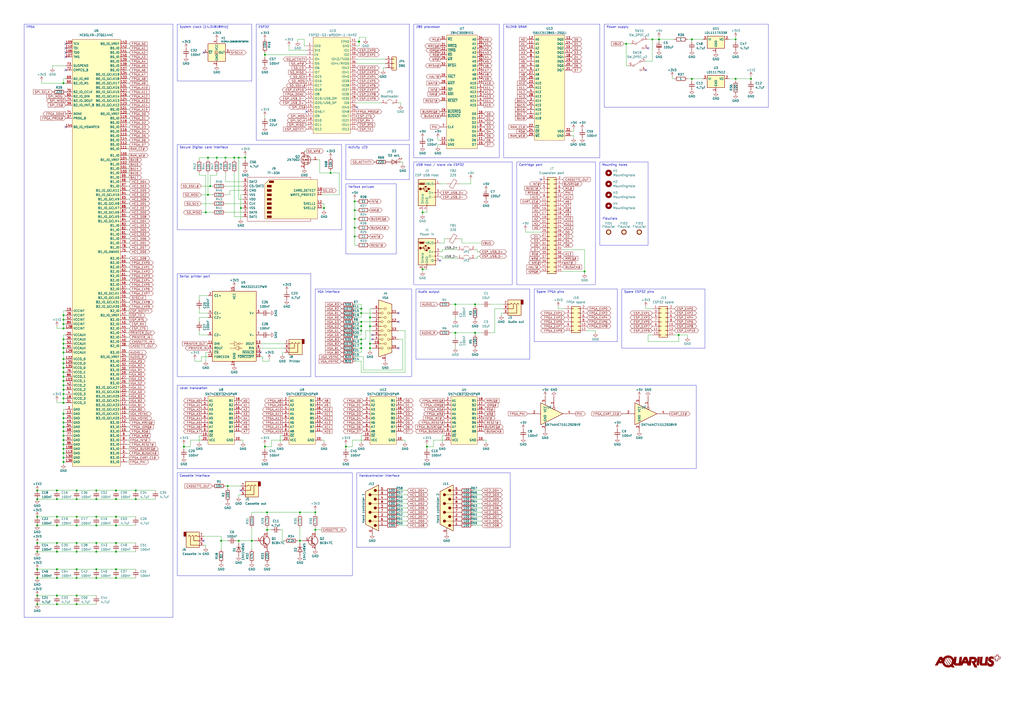
<source format=kicad_sch>
(kicad_sch (version 20231120) (generator "eeschema") (generator_version "8.0")
  (paper "A2")
  (title_block (title "Aquarius+ Standard") (date "2024-08-22") (rev "3") (company "Designed by Frank van den Hoef") (comment 1 "Updated 22 AUG 2024 by Sean P. Harrington"))
  (lib_symbols
    (symbol "74xGxx:74AHCT1G125"
      (property "Reference" "U" (at -2.54 3.81 0))
      (property "Value" "74AHCT1G125" (at 0 -3.81 0))
      (symbol "74AHCT1G125_1_1"
        (pin input inverted (at 0 10.16 270) (length 7.62) (name "~") (number "1"))
        (pin input line (at -15.24 0 0) (length 7.62) (name "~") (number "2"))
        (pin power_in line (at -5.08 -10.16 90) (length 5.08) (name "GND") (number "3"))
        (pin tri_state line (at 12.7 0 180) (length 7.62) (name "~") (number "4"))
        (pin power_in line (at -5.08 10.16 270) (length 5.08) (name "VCC") (number "5"))
      )
    )
    (symbol "Connector:AudioJack3"
      (property "Reference" "J" (at 0 8.89 0))
      (property "Value" "AudioJack3" (at 0 6.35 0))
      (symbol "AudioJack3_1_1"
        (pin passive line (at 5.08 0 180) (length 2.54) (name "~") (number "R"))
        (pin passive line (at 5.08 2.54 180) (length 2.54) (name "~") (number "S"))
        (pin passive line (at 5.08 -2.54 180) (length 2.54) (name "~") (number "T"))
      )
    )
    (symbol "Connector:DB15_Female_HighDensity_MountingHoles" (pin_names (offset 1.016) hide)
      (property "Reference" "J" (at 0 21.59 0))
      (property "Value" "DB15_Female_HighDensity_MountingHoles" (at 0 19.05 0))
      (symbol "DB15_Female_HighDensity_MountingHoles_1_1"
        (pin passive line (at 0 -17.78 90) (length 3.81) (name "~") (number "0"))
        (pin passive line (at -7.62 10.16 0) (length 5.08) (name "~") (number "1"))
        (pin passive line (at -7.62 -7.62 0) (length 5.08) (name "~") (number "10"))
        (pin passive line (at 7.62 10.16 180) (length 5.08) (name "~") (number "11"))
        (pin passive line (at 7.62 5.08 180) (length 5.08) (name "~") (number "12"))
        (pin passive line (at 7.62 0 180) (length 5.08) (name "~") (number "13"))
        (pin passive line (at 7.62 -5.08 180) (length 5.08) (name "~") (number "14"))
        (pin passive line (at 7.62 -10.16 180) (length 5.08) (name "~") (number "15"))
        (pin passive line (at -7.62 5.08 0) (length 5.08) (name "~") (number "2"))
        (pin passive line (at -7.62 0 0) (length 5.08) (name "~") (number "3"))
        (pin passive line (at -7.62 -5.08 0) (length 5.08) (name "~") (number "4"))
        (pin passive line (at -7.62 -10.16 0) (length 5.08) (name "~") (number "5"))
        (pin passive line (at -7.62 12.7 0) (length 5.08) (name "~") (number "6"))
        (pin passive line (at -7.62 7.62 0) (length 5.08) (name "~") (number "7"))
        (pin passive line (at -7.62 2.54 0) (length 5.08) (name "~") (number "8"))
        (pin passive line (at -7.62 -2.54 0) (length 5.08) (name "~") (number "9"))
      )
    )
    (symbol "Connector:DB9_Male_MountingHoles" (pin_names (offset 1.016) hide)
      (property "Reference" "J" (at 0 16.51 0))
      (property "Value" "DB9_Male_MountingHoles" (at 0 14.605 0))
      (symbol "DB9_Male_MountingHoles_1_1"
        (pin passive line (at 0 -15.24 90) (length 3.81) (name "PAD") (number "0"))
        (pin passive line (at -7.62 -10.16 0) (length 3.81) (name "1") (number "1"))
        (pin passive line (at -7.62 -5.08 0) (length 3.81) (name "2") (number "2"))
        (pin passive line (at -7.62 0 0) (length 3.81) (name "3") (number "3"))
        (pin passive line (at -7.62 5.08 0) (length 3.81) (name "4") (number "4"))
        (pin passive line (at -7.62 10.16 0) (length 3.81) (name "5") (number "5"))
        (pin passive line (at -7.62 -7.62 0) (length 3.81) (name "6") (number "6"))
        (pin passive line (at -7.62 -2.54 0) (length 3.81) (name "7") (number "7"))
        (pin passive line (at -7.62 2.54 0) (length 3.81) (name "8") (number "8"))
        (pin passive line (at -7.62 7.62 0) (length 3.81) (name "9") (number "9"))
      )
    )
    (symbol "Connector:SD_Card" (pin_names (offset 1.016))
      (property "Reference" "J" (at -16.51 13.97 0))
      (property "Value" "SD_Card" (at 15.24 -13.97 0))
      (symbol "SD_Card_1_1"
        (pin input line (at -22.86 7.62 0) (length 2.54) (name "CD/DAT3") (number "1"))
        (pin input line (at 22.86 5.08 180) (length 2.54) (name "CARD_DETECT") (number "10"))
        (pin input line (at 22.86 2.54 180) (length 2.54) (name "WRITE_PROTECT") (number "11"))
        (pin input line (at 22.86 -2.54 180) (length 2.54) (name "SHELL1") (number "12"))
        (pin input line (at 22.86 -5.08 180) (length 2.54) (name "SHELL2") (number "13"))
        (pin input line (at -22.86 5.08 0) (length 2.54) (name "CMD") (number "2"))
        (pin power_in line (at -22.86 2.54 0) (length 2.54) (name "VSS") (number "3"))
        (pin power_in line (at -22.86 0 0) (length 2.54) (name "VDD") (number "4"))
        (pin input line (at -22.86 -2.54 0) (length 2.54) (name "CLK") (number "5"))
        (pin power_in line (at -22.86 -5.08 0) (length 2.54) (name "VSS") (number "6"))
        (pin input line (at -22.86 -7.62 0) (length 2.54) (name "DAT0") (number "7"))
        (pin input line (at -22.86 -10.16 0) (length 2.54) (name "DAT1") (number "8"))
        (pin input line (at -22.86 10.16 0) (length 2.54) (name "DAT2") (number "9"))
      )
    )
    (symbol "Connector:USB_A" (pin_names (offset 1.016))
      (property "Reference" "J" (at -5.08 11.43 0))
      (property "Value" "USB_A" (at -5.08 8.89 0))
      (symbol "USB_A_1_1"
        (pin power_in line (at 7.62 5.08 180) (length 2.54) (name "VBUS") (number "1"))
        (pin bidirectional line (at 7.62 -2.54 180) (length 2.54) (name "D-") (number "2"))
        (pin bidirectional line (at 7.62 0 180) (length 2.54) (name "D+") (number "3"))
        (pin power_in line (at 0 -10.16 90) (length 2.54) (name "GND") (number "4"))
        (pin passive line (at -2.54 -10.16 90) (length 2.54) (name "Shield") (number "5"))
      )
    )
    (symbol "Connector:USB_B_Micro" (pin_names (offset 1.016))
      (property "Reference" "J" (at -5.08 11.43 0))
      (property "Value" "USB_B_Micro" (at -5.08 8.89 0))
      (symbol "USB_B_Micro_1_1"
        (pin power_out line (at 7.62 5.08 180) (length 2.54) (name "VBUS") (number "1"))
        (pin bidirectional line (at 7.62 -2.54 180) (length 2.54) (name "D-") (number "2"))
        (pin bidirectional line (at 7.62 0 180) (length 2.54) (name "D+") (number "3"))
        (pin passive line (at 7.62 -5.08 180) (length 2.54) (name "ID") (number "4"))
        (pin power_out line (at 0 -10.16 90) (length 2.54) (name "GND") (number "5"))
        (pin passive line (at -2.54 -10.16 90) (length 2.54) (name "Shield") (number "6"))
      )
    )
    (symbol "Connector_Generic:Conn_01x03" (pin_names (offset 1.016) hide)
      (property "Reference" "J" (at 0 5.08 0))
      (property "Value" "Conn_01x03" (at 0 -5.08 0))
      (symbol "Conn_01x03_1_1"
        (pin passive line (at -5.08 2.54 0) (length 3.81) (name "Pin_1") (number "1"))
        (pin passive line (at -5.08 0 0) (length 3.81) (name "Pin_2") (number "2"))
        (pin passive line (at -5.08 -2.54 0) (length 3.81) (name "Pin_3") (number "3"))
      )
    )
    (symbol "Connector_Generic:Conn_02x06_Odd_Even" (pin_names (offset 1.016) hide)
      (property "Reference" "J" (at 1.27 7.62 0))
      (property "Value" "Conn_02x06_Odd_Even" (at 1.27 -10.16 0))
      (symbol "Conn_02x06_Odd_Even_1_1"
        (pin passive line (at -5.08 5.08 0) (length 3.81) (name "Pin_1") (number "1"))
        (pin passive line (at 7.62 -5.08 180) (length 3.81) (name "Pin_10") (number "10"))
        (pin passive line (at -5.08 -7.62 0) (length 3.81) (name "Pin_11") (number "11"))
        (pin passive line (at 7.62 -7.62 180) (length 3.81) (name "Pin_12") (number "12"))
        (pin passive line (at 7.62 5.08 180) (length 3.81) (name "Pin_2") (number "2"))
        (pin passive line (at -5.08 2.54 0) (length 3.81) (name "Pin_3") (number "3"))
        (pin passive line (at 7.62 2.54 180) (length 3.81) (name "Pin_4") (number "4"))
        (pin passive line (at -5.08 0 0) (length 3.81) (name "Pin_5") (number "5"))
        (pin passive line (at 7.62 0 180) (length 3.81) (name "Pin_6") (number "6"))
        (pin passive line (at -5.08 -2.54 0) (length 3.81) (name "Pin_7") (number "7"))
        (pin passive line (at 7.62 -2.54 180) (length 3.81) (name "Pin_8") (number "8"))
        (pin passive line (at -5.08 -5.08 0) (length 3.81) (name "Pin_9") (number "9"))
      )
    )
    (symbol "Connector_Generic:Conn_02x07_Odd_Even" (pin_names (offset 1.016) hide)
      (property "Reference" "J" (at 1.27 10.16 0))
      (property "Value" "Conn_02x07_Odd_Even" (at 1.27 -10.16 0))
      (symbol "Conn_02x07_Odd_Even_1_1"
        (pin passive line (at -5.08 7.62 0) (length 3.81) (name "Pin_1") (number "1"))
        (pin passive line (at 7.62 -2.54 180) (length 3.81) (name "Pin_10") (number "10"))
        (pin passive line (at -5.08 -5.08 0) (length 3.81) (name "Pin_11") (number "11"))
        (pin passive line (at 7.62 -5.08 180) (length 3.81) (name "Pin_12") (number "12"))
        (pin passive line (at -5.08 -7.62 0) (length 3.81) (name "Pin_13") (number "13"))
        (pin passive line (at 7.62 -7.62 180) (length 3.81) (name "Pin_14") (number "14"))
        (pin passive line (at 7.62 7.62 180) (length 3.81) (name "Pin_2") (number "2"))
        (pin passive line (at -5.08 5.08 0) (length 3.81) (name "Pin_3") (number "3"))
        (pin passive line (at 7.62 5.08 180) (length 3.81) (name "Pin_4") (number "4"))
        (pin passive line (at -5.08 2.54 0) (length 3.81) (name "Pin_5") (number "5"))
        (pin passive line (at 7.62 2.54 180) (length 3.81) (name "Pin_6") (number "6"))
        (pin passive line (at -5.08 0 0) (length 3.81) (name "Pin_7") (number "7"))
        (pin passive line (at 7.62 0 180) (length 3.81) (name "Pin_8") (number "8"))
        (pin passive line (at -5.08 -2.54 0) (length 3.81) (name "Pin_9") (number "9"))
      )
    )
    (symbol "Connector_Generic:Conn_02x22_Odd_Even" (pin_names (offset 1.016) hide)
      (property "Reference" "J" (at 1.27 27.94 0))
      (property "Value" "Conn_02x22_Odd_Even" (at 1.27 -30.48 0))
      (symbol "Conn_02x22_Odd_Even_1_1"
        (pin passive line (at -5.08 25.4 0) (length 3.81) (name "Pin_1") (number "1"))
        (pin passive line (at 7.62 15.24 180) (length 3.81) (name "Pin_10") (number "10"))
        (pin passive line (at -5.08 12.7 0) (length 3.81) (name "Pin_11") (number "11"))
        (pin passive line (at 7.62 12.7 180) (length 3.81) (name "Pin_12") (number "12"))
        (pin passive line (at -5.08 10.16 0) (length 3.81) (name "Pin_13") (number "13"))
        (pin passive line (at 7.62 10.16 180) (length 3.81) (name "Pin_14") (number "14"))
        (pin passive line (at -5.08 7.62 0) (length 3.81) (name "Pin_15") (number "15"))
        (pin passive line (at 7.62 7.62 180) (length 3.81) (name "Pin_16") (number "16"))
        (pin passive line (at -5.08 5.08 0) (length 3.81) (name "Pin_17") (number "17"))
        (pin passive line (at 7.62 5.08 180) (length 3.81) (name "Pin_18") (number "18"))
        (pin passive line (at -5.08 2.54 0) (length 3.81) (name "Pin_19") (number "19"))
        (pin passive line (at 7.62 25.4 180) (length 3.81) (name "Pin_2") (number "2"))
        (pin passive line (at 7.62 2.54 180) (length 3.81) (name "Pin_20") (number "20"))
        (pin passive line (at -5.08 0 0) (length 3.81) (name "Pin_21") (number "21"))
        (pin passive line (at 7.62 0 180) (length 3.81) (name "Pin_22") (number "22"))
        (pin passive line (at -5.08 -2.54 0) (length 3.81) (name "Pin_23") (number "23"))
        (pin passive line (at 7.62 -2.54 180) (length 3.81) (name "Pin_24") (number "24"))
        (pin passive line (at -5.08 -5.08 0) (length 3.81) (name "Pin_25") (number "25"))
        (pin passive line (at 7.62 -5.08 180) (length 3.81) (name "Pin_26") (number "26"))
        (pin passive line (at -5.08 -7.62 0) (length 3.81) (name "Pin_27") (number "27"))
        (pin passive line (at 7.62 -7.62 180) (length 3.81) (name "Pin_28") (number "28"))
        (pin passive line (at -5.08 -10.16 0) (length 3.81) (name "Pin_29") (number "29"))
        (pin passive line (at -5.08 22.86 0) (length 3.81) (name "Pin_3") (number "3"))
        (pin passive line (at 7.62 -10.16 180) (length 3.81) (name "Pin_30") (number "30"))
        (pin passive line (at -5.08 -12.7 0) (length 3.81) (name "Pin_31") (number "31"))
        (pin passive line (at 7.62 -12.7 180) (length 3.81) (name "Pin_32") (number "32"))
        (pin passive line (at -5.08 -15.24 0) (length 3.81) (name "Pin_33") (number "33"))
        (pin passive line (at 7.62 -15.24 180) (length 3.81) (name "Pin_34") (number "34"))
        (pin passive line (at -5.08 -17.78 0) (length 3.81) (name "Pin_35") (number "35"))
        (pin passive line (at 7.62 -17.78 180) (length 3.81) (name "Pin_36") (number "36"))
        (pin passive line (at -5.08 -20.32 0) (length 3.81) (name "Pin_37") (number "37"))
        (pin passive line (at 7.62 -20.32 180) (length 3.81) (name "Pin_38") (number "38"))
        (pin passive line (at -5.08 -22.86 0) (length 3.81) (name "Pin_39") (number "39"))
        (pin passive line (at 7.62 22.86 180) (length 3.81) (name "Pin_4") (number "4"))
        (pin passive line (at 7.62 -22.86 180) (length 3.81) (name "Pin_40") (number "40"))
        (pin passive line (at -5.08 -25.4 0) (length 3.81) (name "Pin_41") (number "41"))
        (pin passive line (at 7.62 -25.4 180) (length 3.81) (name "Pin_42") (number "42"))
        (pin passive line (at -5.08 -27.94 0) (length 3.81) (name "Pin_43") (number "43"))
        (pin passive line (at 7.62 -27.94 180) (length 3.81) (name "Pin_44") (number "44"))
        (pin passive line (at -5.08 20.32 0) (length 3.81) (name "Pin_5") (number "5"))
        (pin passive line (at 7.62 20.32 180) (length 3.81) (name "Pin_6") (number "6"))
        (pin passive line (at -5.08 17.78 0) (length 3.81) (name "Pin_7") (number "7"))
        (pin passive line (at 7.62 17.78 180) (length 3.81) (name "Pin_8") (number "8"))
        (pin passive line (at -5.08 15.24 0) (length 3.81) (name "Pin_9") (number "9"))
      )
    )
    (symbol "Device:C_Polarized_Small" (pin_numbers hide) (pin_names (offset 0.254) hide)
      (property "Reference" "C" (at 0.254 1.778 0))
      (property "Value" "C_Polarized_Small" (at 0.254 -2.032 0))
      (symbol "C_Polarized_Small_1_1"
        (pin passive line (at 0 2.54 270) (length 1.8542) (name "~") (number "1"))
        (pin passive line (at 0 -2.54 90) (length 1.8542) (name "~") (number "2"))
      )
    )
    (symbol "Device:C_Small" (pin_numbers hide) (pin_names (offset 0.254) hide)
      (property "Reference" "C" (at 0.254 1.778 0))
      (property "Value" "C_Small" (at 0.254 -2.032 0))
      (symbol "C_Small_1_1"
        (pin passive line (at 0 2.54 270) (length 2.032) (name "~") (number "1"))
        (pin passive line (at 0 -2.54 90) (length 2.032) (name "~") (number "2"))
      )
    )
    (symbol "Device:FerriteBead" (pin_numbers hide) (pin_names (offset 0))
      (property "Reference" "FB" (at -3.81 0.635 90))
      (property "Value" "FerriteBead" (at 3.81 0 90))
      (symbol "FerriteBead_1_1"
        (pin passive line (at 0 3.81 270) (length 2.54) (name "~") (number "1"))
        (pin passive line (at 0 -3.81 90) (length 2.54) (name "~") (number "2"))
      )
    )
    (symbol "Device:LED" (pin_numbers hide) (pin_names (offset 1.016) hide)
      (property "Reference" "D" (at 0 2.54 0))
      (property "Value" "LED" (at 0 -2.54 0))
      (symbol "LED_1_1"
        (pin passive line (at -3.81 0 0) (length 2.54) (name "K") (number "1"))
        (pin passive line (at 3.81 0 180) (length 2.54) (name "A") (number "2"))
      )
    )
    (symbol "Device:R" (pin_numbers hide) (pin_names (offset 0))
      (property "Reference" "R" (at 2.032 0 90))
      (property "Value" "R" (at 0 0 90))
      (symbol "R_1_1"
        (pin passive line (at 0 3.81 270) (length 1.27) (name "~") (number "1"))
        (pin passive line (at 0 -3.81 90) (length 1.27) (name "~") (number "2"))
      )
    )
    (symbol "Diode:1N4148WS" (pin_numbers hide) (pin_names hide)
      (property "Reference" "D" (at 0 2.54 0))
      (property "Value" "1N4148WS" (at 0 -2.54 0))
      (symbol "1N4148WS_1_1"
        (pin passive line (at -3.81 0 0) (length 2.54) (name "K") (number "1"))
        (pin passive line (at 3.81 0 180) (length 2.54) (name "A") (number "2"))
      )
    )
    (symbol "Interface_UART:MAX3221" (pin_names (offset 1.016))
      (property "Reference" "U" (at -10.16 21.59 0))
      (property "Value" "MAX3221" (at 12.7 21.59 0))
      (symbol "MAX3221_1_1"
        (pin input line (at -15.24 -15.24 0) (length 2.54) (name "~{EN}") (number "1"))
        (pin output line (at 15.24 -15.24 180) (length 2.54) (name "~{INVALID}") (number "10"))
        (pin input line (at -15.24 -10.16 0) (length 2.54) (name "DIN") (number "11"))
        (pin input line (at -15.24 -17.78 0) (length 2.54) (name "FORCEON") (number "12"))
        (pin output line (at 15.24 -10.16 180) (length 2.54) (name "DOUT") (number "13"))
        (pin power_in line (at 0 -22.86 90) (length 2.54) (name "GND") (number "14"))
        (pin power_in line (at 0 22.86 270) (length 2.54) (name "VCC") (number "15"))
        (pin input line (at 15.24 -17.78 180) (length 2.54) (name "~{FORCEOFF}") (number "16"))
        (pin passive line (at -15.24 17.78 0) (length 2.54) (name "C1+") (number "2"))
        (pin power_out line (at 15.24 7.62 180) (length 2.54) (name "V+") (number "3"))
        (pin passive line (at -15.24 7.62 0) (length 2.54) (name "C1-") (number "4"))
        (pin passive line (at -15.24 5.08 0) (length 2.54) (name "C2+") (number "5"))
        (pin passive line (at -15.24 -5.08 0) (length 2.54) (name "C2-") (number "6"))
        (pin power_out line (at 15.24 -5.08 180) (length 2.54) (name "V-") (number "7"))
        (pin input line (at 15.24 -12.7 180) (length 2.54) (name "RIN") (number "8"))
        (pin output line (at -15.24 -12.7 0) (length 2.54) (name "ROUT") (number "9"))
      )
    )
    (symbol "Jumper:Jumper_2_Open" (pin_names (offset 0) hide)
      (property "Reference" "JP" (at 0 2.794 0))
      (property "Value" "Jumper_2_Open" (at 0 -2.286 0))
      (symbol "Jumper_2_Open_1_1"
        (pin passive line (at -5.08 0 0) (length 2.54) (name "A") (number "1"))
        (pin passive line (at 5.08 0 180) (length 2.54) (name "B") (number "2"))
      )
    )
    (symbol "Mechanical:Fiducial"
      (property "Reference" "FID" (at 0 5.08 0))
      (property "Value" "Fiducial" (at 0 3.175 0))
    )
    (symbol "Mechanical:MountingHole" (pin_names (offset 1.016))
      (property "Reference" "H" (at 0 5.08 0))
      (property "Value" "MountingHole" (at 0 3.175 0))
    )
    (symbol "Oscillator:SG-5032CAN" (pin_names (offset 0.254))
      (property "Reference" "X" (at -5.08 6.35 0))
      (property "Value" "SG-5032CAN" (at 1.27 -6.35 0))
      (symbol "SG-5032CAN_1_1"
        (pin input line (at -7.62 0 0) (length 2.54) (name "~{ST}") (number "1"))
        (pin power_in line (at 0 -7.62 90) (length 2.54) (name "GND") (number "2"))
        (pin output line (at 7.62 0 180) (length 2.54) (name "OUT") (number "3"))
        (pin power_in line (at 0 7.62 270) (length 2.54) (name "VCC") (number "4"))
      )
    )
    (symbol "Regulator_Linear:AP1117-33"
      (property "Reference" "U" (at -3.81 3.175 0))
      (property "Value" "AP1117-33" (at 0 3.175 0))
      (symbol "AP1117-33_1_1"
        (pin power_in line (at 0 -7.62 90) (length 2.54) (name "GND") (number "1"))
        (pin power_out line (at 7.62 0 180) (length 2.54) (name "VO") (number "2"))
        (pin power_in line (at -7.62 0 0) (length 2.54) (name "VI") (number "3"))
      )
    )
    (symbol "Switch:SW_DPDT_x2" (pin_names (offset 0) hide)
      (property "Reference" "SW" (at 0 4.318 0))
      (property "Value" "SW_DPDT_x2" (at 0 -5.08 0))
      (symbol "SW_DPDT_x2_1_1"
        (pin passive line (at 5.08 2.54 180) (length 2.54) (name "A") (number "1"))
        (pin passive line (at -5.08 0 0) (length 2.54) (name "B") (number "2"))
        (pin passive line (at 5.08 -2.54 180) (length 2.54) (name "C") (number "3"))
      )
      (symbol "SW_DPDT_x2_2_1"
        (pin passive line (at 5.08 2.54 180) (length 2.54) (name "A") (number "4"))
        (pin passive line (at -5.08 0 0) (length 2.54) (name "B") (number "5"))
        (pin passive line (at 5.08 -2.54 180) (length 2.54) (name "C") (number "6"))
      )
    )
    (symbol "Transistor_BJT:BC847" (pin_names (offset 0) hide)
      (property "Reference" "Q" (at 5.08 1.905 0))
      (property "Value" "BC847" (at 5.08 0 0))
      (symbol "BC847_1_1"
        (pin input line (at -5.08 0 0) (length 5.715) (name "B") (number "1"))
        (pin passive line (at 2.54 -5.08 90) (length 2.54) (name "E") (number "2"))
        (pin passive line (at 2.54 5.08 270) (length 2.54) (name "C") (number "3"))
      )
    )
    (symbol "Transistor_FET:2N7002" (pin_names hide)
      (property "Reference" "Q" (at 5.08 1.905 0))
      (property "Value" "2N7002" (at 5.08 0 0))
      (symbol "2N7002_1_1"
        (pin input line (at -5.08 0 0) (length 2.54) (name "G") (number "1"))
        (pin passive line (at 2.54 -5.08 90) (length 2.54) (name "S") (number "2"))
        (pin passive line (at 2.54 5.08 270) (length 2.54) (name "D") (number "3"))
      )
    )
    (symbol "aquarius-plus:AQPLUS_LOGO" (pin_names (offset 1.016)))
    (symbol "aquarius-plus:ESP32-S3-WROOM-1-N4R2"
      (property "Reference" "U" (at 0 3.81 0))
      (property "Value" "ESP32-S3-WROOM-1-N4R2" (at 0 1.27 0))
      (symbol "ESP32-S3-WROOM-1-N4R2_1_1"
        (pin power_in line (at -15.24 -5.08 0) (length 3.81) (name "GND") (number "1"))
        (pin bidirectional line (at -15.24 -27.94 0) (length 3.81) (name "IO17") (number "10"))
        (pin bidirectional line (at -15.24 -30.48 0) (length 3.81) (name "IO18") (number "11"))
        (pin bidirectional line (at -15.24 -33.02 0) (length 3.81) (name "IO8") (number "12"))
        (pin bidirectional line (at -15.24 -35.56 0) (length 3.81) (name "IO19/USB_DM") (number "13"))
        (pin bidirectional line (at -15.24 -38.1 0) (length 3.81) (name "IO20/USB_DP") (number "14"))
        (pin bidirectional line (at -15.24 -40.64 0) (length 3.81) (name "IO3") (number "15"))
        (pin input line (at -15.24 -43.18 0) (length 3.81) (name "IO46/I") (number "16"))
        (pin bidirectional line (at -15.24 -45.72 0) (length 3.81) (name "IO9") (number "17"))
        (pin bidirectional line (at -15.24 -48.26 0) (length 3.81) (name "IO10") (number "18"))
        (pin bidirectional line (at -15.24 -50.8 0) (length 3.81) (name "IO11") (number "19"))
        (pin power_in line (at -15.24 -7.62 0) (length 3.81) (name "3V3") (number "2"))
        (pin bidirectional line (at -15.24 -53.34 0) (length 3.81) (name "IO12") (number "20"))
        (pin bidirectional line (at 13.97 -53.34 180) (length 3.81) (name "IO13") (number "21"))
        (pin bidirectional line (at 13.97 -50.8 180) (length 3.81) (name "IO14") (number "22"))
        (pin bidirectional line (at 13.97 -48.26 180) (length 3.81) (name "IO21") (number "23"))
        (pin bidirectional line (at 13.97 -45.72 180) (length 3.81) (name "IO47") (number "24"))
        (pin bidirectional line (at 13.97 -43.18 180) (length 3.81) (name "IO48") (number "25"))
        (pin bidirectional line (at 13.97 -40.64 180) (length 3.81) (name "IO45") (number "26"))
        (pin bidirectional line (at 13.97 -38.1 180) (length 3.81) (name "IO0") (number "27"))
        (pin bidirectional line (at 13.97 -35.56 180) (length 3.81) (name "IO35") (number "28"))
        (pin bidirectional line (at 13.97 -33.02 180) (length 3.81) (name "IO36") (number "29"))
        (pin input line (at -15.24 -10.16 0) (length 3.81) (name "EN") (number "3"))
        (pin bidirectional line (at 13.97 -30.48 180) (length 3.81) (name "IO37") (number "30"))
        (pin bidirectional line (at 13.97 -27.94 180) (length 3.81) (name "IO38") (number "31"))
        (pin bidirectional line (at 13.97 -25.4 180) (length 3.81) (name "IO39") (number "32"))
        (pin bidirectional line (at 13.97 -22.86 180) (length 3.81) (name "IO40") (number "33"))
        (pin bidirectional line (at 13.97 -20.32 180) (length 3.81) (name "IO41") (number "34"))
        (pin bidirectional line (at 13.97 -17.78 180) (length 3.81) (name "IO42") (number "35"))
        (pin bidirectional line (at 13.97 -15.24 180) (length 3.81) (name "IO44/RXD0") (number "36"))
        (pin bidirectional line (at 13.97 -12.7 180) (length 3.81) (name "IO43/TXD0") (number "37"))
        (pin bidirectional line (at 13.97 -10.16 180) (length 3.81) (name "IO2") (number "38"))
        (pin bidirectional line (at 13.97 -7.62 180) (length 3.81) (name "IO1") (number "39"))
        (pin bidirectional line (at -15.24 -12.7 0) (length 3.81) (name "IO4") (number "4"))
        (pin power_in line (at 13.97 -5.08 180) (length 3.81) (name "GND") (number "40"))
        (pin power_in line (at 13.97 -2.54 180) (length 3.81) (name "EPAD") (number "41"))
        (pin bidirectional line (at -15.24 -15.24 0) (length 3.81) (name "IO5") (number "5"))
        (pin bidirectional line (at -15.24 -17.78 0) (length 3.81) (name "IO6") (number "6"))
        (pin bidirectional line (at -15.24 -20.32 0) (length 3.81) (name "IO7") (number "7"))
        (pin bidirectional line (at -15.24 -22.86 0) (length 3.81) (name "IO15") (number "8"))
        (pin bidirectional line (at -15.24 -25.4 0) (length 3.81) (name "IO16") (number "9"))
      )
    )
    (symbol "aquarius-plus:IS61C5128AS-25QLI"
      (property "Reference" "U" (at 0 35.56 0))
      (property "Value" "IS61C5128AS-25QLI" (at 0 33.02 0))
      (symbol "IS61C5128AS-25QLI_1_1"
        (pin input line (at -12.7 -15.24 0) (length 3.81) (name "A17") (number "1"))
        (pin input line (at -12.7 22.86 0) (length 3.81) (name "A2") (number "10"))
        (pin input line (at -12.7 25.4 0) (length 3.81) (name "A1") (number "11"))
        (pin input line (at -12.7 27.94 0) (length 3.81) (name "A0") (number "12"))
        (pin bidirectional line (at 12.7 27.94 180) (length 3.81) (name "DQ0") (number "13"))
        (pin bidirectional line (at 12.7 25.4 180) (length 3.81) (name "DQ1") (number "14"))
        (pin bidirectional line (at 12.7 22.86 180) (length 3.81) (name "DQ2") (number "15"))
        (pin power_in line (at 12.7 -27.94 180) (length 3.81) (name "GND") (number "16"))
        (pin bidirectional line (at 12.7 20.32 180) (length 3.81) (name "DQ3") (number "17"))
        (pin bidirectional line (at 12.7 17.78 180) (length 3.81) (name "DQ4") (number "18"))
        (pin bidirectional line (at 12.7 15.24 180) (length 3.81) (name "DQ5") (number "19"))
        (pin input line (at -12.7 -12.7 0) (length 3.81) (name "A16") (number "2"))
        (pin bidirectional line (at 12.7 12.7 180) (length 3.81) (name "DQ6") (number "20"))
        (pin bidirectional line (at 12.7 10.16 180) (length 3.81) (name "DQ7") (number "21"))
        (pin input line (at -12.7 -22.86 0) (length 3.81) (name "~{CE}") (number "22"))
        (pin input line (at -12.7 2.54 0) (length 3.81) (name "A10") (number "23"))
        (pin input line (at -12.7 -25.4 0) (length 3.81) (name "~{OE}") (number "24"))
        (pin input line (at -12.7 0 0) (length 3.81) (name "A11") (number "25"))
        (pin input line (at -12.7 5.08 0) (length 3.81) (name "A9") (number "26"))
        (pin input line (at -12.7 7.62 0) (length 3.81) (name "A8") (number "27"))
        (pin input line (at -12.7 -5.08 0) (length 3.81) (name "A13") (number "28"))
        (pin input line (at -12.7 -27.94 0) (length 3.81) (name "~{WE}") (number "29"))
        (pin input line (at -12.7 -7.62 0) (length 3.81) (name "A14") (number "3"))
        (pin input line (at -12.7 -17.78 0) (length 3.81) (name "A18") (number "30"))
        (pin input line (at -12.7 -10.16 0) (length 3.81) (name "A15") (number "31"))
        (pin power_in line (at 12.7 -25.4 180) (length 3.81) (name "VDD") (number "32"))
        (pin input line (at -12.7 -2.54 0) (length 3.81) (name "A12") (number "4"))
        (pin input line (at -12.7 10.16 0) (length 3.81) (name "A7") (number "5"))
        (pin input line (at -12.7 12.7 0) (length 3.81) (name "A6") (number "6"))
        (pin input line (at -12.7 15.24 0) (length 3.81) (name "A5") (number "7"))
        (pin input line (at -12.7 17.78 0) (length 3.81) (name "A4") (number "8"))
        (pin input line (at -12.7 20.32 0) (length 3.81) (name "A3") (number "9"))
      )
    )
    (symbol "aquarius-plus:SN74CB3T3245PWR"
      (property "Reference" "U" (at 0 16.51 0))
      (property "Value" "SN74CB3T3245PWR" (at 0 13.97 0))
      (symbol "SN74CB3T3245PWR_1_1"
        (pin power_in line (at 11.43 -12.7 180) (length 3.81) (name "GND") (number "10"))
        (pin passive line (at 11.43 -7.62 180) (length 3.81) (name "B8") (number "11"))
        (pin passive line (at 11.43 -5.08 180) (length 3.81) (name "B7") (number "12"))
        (pin passive line (at 11.43 -2.54 180) (length 3.81) (name "B6") (number "13"))
        (pin passive line (at 11.43 0 180) (length 3.81) (name "B5") (number "14"))
        (pin passive line (at 11.43 2.54 180) (length 3.81) (name "B4") (number "15"))
        (pin passive line (at 11.43 5.08 180) (length 3.81) (name "B3") (number "16"))
        (pin passive line (at 11.43 7.62 180) (length 3.81) (name "B2") (number "17"))
        (pin passive line (at 11.43 10.16 180) (length 3.81) (name "B1") (number "18"))
        (pin input line (at -11.43 -10.16 0) (length 3.81) (name "~{OE}") (number "19"))
        (pin passive line (at -11.43 10.16 0) (length 3.81) (name "A1") (number "2"))
        (pin power_in line (at -11.43 -12.7 0) (length 3.81) (name "VCC") (number "20"))
        (pin passive line (at -11.43 7.62 0) (length 3.81) (name "A2") (number "3"))
        (pin passive line (at -11.43 5.08 0) (length 3.81) (name "A3") (number "4"))
        (pin passive line (at -11.43 2.54 0) (length 3.81) (name "A4") (number "5"))
        (pin passive line (at -11.43 0 0) (length 3.81) (name "A5") (number "6"))
        (pin passive line (at -11.43 -2.54 0) (length 3.81) (name "A6") (number "7"))
        (pin passive line (at -11.43 -5.08 0) (length 3.81) (name "A7") (number "8"))
        (pin passive line (at -11.43 -7.62 0) (length 3.81) (name "A8") (number "9"))
      )
    )
    (symbol "aquarius-plus:XC6SLX9-2TQG144C"
      (property "Reference" "U" (at 0 128.27 0))
      (property "Value" "XC6SLX9-2TQG144C" (at 0 125.73 0))
      (symbol "XC6SLX9-2TQG144C_1_1"
        (pin passive line (at 17.78 -121.92 180) (length 3.81) (name "B3_IO") (number "1"))
        (pin passive line (at 17.78 -104.14 180) (length 3.81) (name "B3_IO") (number "10"))
        (pin passive line (at 17.78 45.72 180) (length 3.81) (name "B1_IO") (number "100"))
        (pin passive line (at 17.78 48.26 180) (length 3.81) (name "B1_IO") (number "101"))
        (pin passive line (at 17.78 50.8 180) (length 3.81) (name "B1_IO") (number "102"))
        (pin power_in line (at -17.78 -74.93 0) (length 3.81) (name "VCCO_1") (number "103"))
        (pin passive line (at 17.78 53.34 180) (length 3.81) (name "B1_IO_VREF") (number "104"))
        (pin passive line (at 17.78 55.88 180) (length 3.81) (name "B1_IO") (number "105"))
        (pin output line (at -17.78 115.57 0) (length 3.81) (name "TDO") (number "106"))
        (pin input line (at -17.78 113.03 0) (length 3.81) (name "TMS") (number "107"))
        (pin power_in line (at -17.78 -114.3 0) (length 3.81) (name "GND") (number "108"))
        (pin input line (at -17.78 120.65 0) (length 3.81) (name "TCK") (number "109"))
        (pin passive line (at 17.78 -101.6 180) (length 3.81) (name "B3_IO") (number "11"))
        (pin input line (at -17.78 118.11 0) (length 3.81) (name "TDI") (number "110"))
        (pin passive line (at 17.78 59.69 180) (length 3.81) (name "B0_IO") (number "111"))
        (pin passive line (at 17.78 62.23 180) (length 3.81) (name "B0_IO") (number "112"))
        (pin power_in line (at -17.78 -116.84 0) (length 3.81) (name "GND") (number "113"))
        (pin passive line (at 17.78 64.77 180) (length 3.81) (name "B0_IO") (number "114"))
        (pin passive line (at 17.78 67.31 180) (length 3.81) (name "B0_IO") (number "115"))
        (pin passive line (at 17.78 69.85 180) (length 3.81) (name "B0_IO") (number "116"))
        (pin passive line (at 17.78 72.39 180) (length 3.81) (name "B0_IO") (number "117"))
        (pin passive line (at 17.78 74.93 180) (length 3.81) (name "B0_IO") (number "118"))
        (pin passive line (at 17.78 77.47 180) (length 3.81) (name "B0_IO") (number "119"))
        (pin passive line (at 17.78 -99.06 180) (length 3.81) (name "B3_IO") (number "12"))
        (pin passive line (at 17.78 80.01 180) (length 3.81) (name "B0_IO_VREF") (number "120"))
        (pin passive line (at 17.78 82.55 180) (length 3.81) (name "B0_IO") (number "121"))
        (pin power_in line (at -17.78 -62.23 0) (length 3.81) (name "VCCO_0") (number "122"))
        (pin passive line (at 17.78 85.09 180) (length 3.81) (name "B0_IO_GCLK12") (number "123"))
        (pin passive line (at 17.78 87.63 180) (length 3.81) (name "B0_IO_GCLK13") (number "124"))
        (pin power_in line (at -17.78 -64.77 0) (length 3.81) (name "VCCO_0") (number "125"))
        (pin passive line (at 17.78 90.17 180) (length 3.81) (name "B0_IO_GCLK14") (number "126"))
        (pin passive line (at 17.78 92.71 180) (length 3.81) (name "B0_IO_GCLK15") (number "127"))
        (pin power_in line (at -17.78 -44.45 0) (length 3.81) (name "VCCINT") (number "128"))
        (pin power_in line (at -17.78 -58.42 0) (length 3.81) (name "VCCAUX") (number "129"))
        (pin power_in line (at -17.78 -93.98 0) (length 3.81) (name "GND") (number "13"))
        (pin power_in line (at -17.78 -119.38 0) (length 3.81) (name "GND") (number "130"))
        (pin passive line (at 17.78 95.25 180) (length 3.81) (name "B0_IO_GCLK16") (number "131"))
        (pin passive line (at 17.78 97.79 180) (length 3.81) (name "B0_IO_GCLK17") (number "132"))
        (pin passive line (at 17.78 100.33 180) (length 3.81) (name "B0_IO_GCLK18") (number "133"))
        (pin passive line (at 17.78 102.87 180) (length 3.81) (name "B0_IO_GCLK19") (number "134"))
        (pin power_in line (at -17.78 -67.31 0) (length 3.81) (name "VCCO_0") (number "135"))
        (pin power_in line (at -17.78 -121.92 0) (length 3.81) (name "GND") (number "136"))
        (pin passive line (at 17.78 105.41 180) (length 3.81) (name "B0_IO") (number "137"))
        (pin passive line (at 17.78 107.95 180) (length 3.81) (name "B0_IO") (number "138"))
        (pin passive line (at 17.78 110.49 180) (length 3.81) (name "B0_IO") (number "139"))
        (pin passive line (at 17.78 -96.52 180) (length 3.81) (name "B3_IO_GCLK20") (number "14"))
        (pin passive line (at 17.78 113.03 180) (length 3.81) (name "B0_IO") (number "140"))
        (pin passive line (at 17.78 115.57 180) (length 3.81) (name "B0_IO") (number "141"))
        (pin passive line (at 17.78 118.11 180) (length 3.81) (name "B0_IO") (number "142"))
        (pin passive line (at 17.78 120.65 180) (length 3.81) (name "B0_IO_VREF") (number "143"))
        (pin passive line (at -17.78 72.39 0) (length 3.81) (name "B0_IO_HSWAPEN") (number "144"))
        (pin passive line (at 17.78 -93.98 180) (length 3.81) (name "B3_IO_GCLK21") (number "15"))
        (pin passive line (at 17.78 -91.44 180) (length 3.81) (name "B3_IO_GCLK22") (number "16"))
        (pin passive line (at 17.78 -88.9 180) (length 3.81) (name "B3_IO_GCLK23") (number "17"))
        (pin power_in line (at -17.78 -85.09 0) (length 3.81) (name "VCCO_3") (number "18"))
        (pin power_in line (at -17.78 -34.29 0) (length 3.81) (name "VCCINT") (number "19"))
        (pin passive line (at 17.78 -119.38 180) (length 3.81) (name "B3_IO") (number "2"))
        (pin power_in line (at -17.78 -48.26 0) (length 3.81) (name "VCCAUX") (number "20"))
        (pin passive line (at 17.78 -86.36 180) (length 3.81) (name "B3_IO_GCLK24") (number "21"))
        (pin passive line (at 17.78 -83.82 180) (length 3.81) (name "B3_IO_GCLK25") (number "22"))
        (pin passive line (at 17.78 -81.28 180) (length 3.81) (name "B3_IO_GCLK26") (number "23"))
        (pin passive line (at 17.78 -78.74 180) (length 3.81) (name "B3_IO_GCLK27") (number "24"))
        (pin power_in line (at -17.78 -96.52 0) (length 3.81) (name "GND") (number "25"))
        (pin passive line (at 17.78 -76.2 180) (length 3.81) (name "B3_IO") (number "26"))
        (pin passive line (at 17.78 -73.66 180) (length 3.81) (name "B3_IO") (number "27"))
        (pin power_in line (at -17.78 -36.83 0) (length 3.81) (name "VCCINT") (number "28"))
        (pin passive line (at 17.78 -71.12 180) (length 3.81) (name "B3_IO") (number "29"))
        (pin power_in line (at -17.78 -91.44 0) (length 3.81) (name "GND") (number "3"))
        (pin passive line (at 17.78 -68.58 180) (length 3.81) (name "B3_IO") (number "30"))
        (pin power_in line (at -17.78 -87.63 0) (length 3.81) (name "VCCO_3") (number "31"))
        (pin passive line (at 17.78 -66.04 180) (length 3.81) (name "B3_IO") (number "32"))
        (pin passive line (at 17.78 -63.5 180) (length 3.81) (name "B3_IO") (number "33"))
        (pin passive line (at 17.78 -60.96 180) (length 3.81) (name "B3_IO_VREF") (number "34"))
        (pin passive line (at 17.78 -58.42 180) (length 3.81) (name "B3_IO") (number "35"))
        (pin power_in line (at -17.78 -50.8 0) (length 3.81) (name "VCCAUX") (number "36"))
        (pin input line (at -17.78 77.47 0) (length 3.81) (name "PROG_B") (number "37"))
        (pin passive line (at 17.78 -54.61 180) (length 3.81) (name "B2_IO") (number "38"))
        (pin passive line (at -17.78 85.09 0) (length 3.81) (name "B2_IO_INIT_B") (number "39"))
        (pin power_in line (at -17.78 -82.55 0) (length 3.81) (name "VCCO_3") (number "4"))
        (pin passive line (at 17.78 -52.07 180) (length 3.81) (name "B2_IO") (number "40"))
        (pin passive line (at 17.78 -49.53 180) (length 3.81) (name "B2_IO") (number "41"))
        (pin power_in line (at -17.78 -77.47 0) (length 3.81) (name "VCCO_2") (number "42"))
        (pin passive line (at 17.78 -46.99 180) (length 3.81) (name "B2_IO") (number "43"))
        (pin passive line (at 17.78 -44.45 180) (length 3.81) (name "B2_IO") (number "44"))
        (pin passive line (at 17.78 -41.91 180) (length 3.81) (name "B2_IO") (number "45"))
        (pin passive line (at 17.78 -39.37 180) (length 3.81) (name "B2_IO") (number "46"))
        (pin passive line (at 17.78 -36.83 180) (length 3.81) (name "B2_IO_VREF") (number "47"))
        (pin passive line (at 17.78 -34.29 180) (length 3.81) (name "B2_IO") (number "48"))
        (pin power_in line (at -17.78 -99.06 0) (length 3.81) (name "GND") (number "49"))
        (pin passive line (at 17.78 -116.84 180) (length 3.81) (name "B3_IO") (number "5"))
        (pin passive line (at 17.78 -31.75 180) (length 3.81) (name "B2_IO_GCLK30") (number "50"))
        (pin passive line (at 17.78 -29.21 180) (length 3.81) (name "B2_IO_GCLK31") (number "51"))
        (pin power_in line (at -17.78 -39.37 0) (length 3.81) (name "VCCINT") (number "52"))
        (pin power_in line (at -17.78 -53.34 0) (length 3.81) (name "VCCAUX") (number "53"))
        (pin power_in line (at -17.78 -101.6 0) (length 3.81) (name "GND") (number "54"))
        (pin passive line (at 17.78 -26.67 180) (length 3.81) (name "B2_IO_GCLK0") (number "55"))
        (pin passive line (at 17.78 -24.13 180) (length 3.81) (name "B2_IO_GCLK1") (number "56"))
        (pin passive line (at 17.78 -21.59 180) (length 3.81) (name "B2_IO") (number "57"))
        (pin passive line (at 17.78 -19.05 180) (length 3.81) (name "B2_IO") (number "58"))
        (pin passive line (at 17.78 -16.51 180) (length 3.81) (name "B2_IO") (number "59"))
        (pin passive line (at 17.78 -114.3 180) (length 3.81) (name "B3_IO") (number "6"))
        (pin passive line (at -17.78 97.79 0) (length 3.81) (name "B2_IO_M1") (number "60"))
        (pin passive line (at 17.78 -13.97 180) (length 3.81) (name "B2_IO") (number "61"))
        (pin passive line (at 17.78 -11.43 180) (length 3.81) (name "B2_IO") (number "62"))
        (pin power_in line (at -17.78 -80.01 0) (length 3.81) (name "VCCO_2") (number "63"))
        (pin passive line (at 17.78 -8.89 180) (length 3.81) (name "B2_IO") (number "64"))
        (pin passive line (at -17.78 90.17 0) (length 3.81) (name "B2_IO_DIN") (number "65"))
        (pin passive line (at 17.78 -6.35 180) (length 3.81) (name "B2_IO") (number "66"))
        (pin passive line (at 17.78 -3.81 180) (length 3.81) (name "B2_IO") (number "67"))
        (pin power_in line (at -17.78 -104.14 0) (length 3.81) (name "GND") (number "68"))
        (pin passive line (at -17.78 100.33 0) (length 3.81) (name "B2_IO_M0") (number "69"))
        (pin passive line (at 17.78 -111.76 180) (length 3.81) (name "B3_IO") (number "7"))
        (pin passive line (at -17.78 92.71 0) (length 3.81) (name "B2_IO_CCLK") (number "70"))
        (pin output line (at -17.78 80.01 0) (length 3.81) (name "DONE") (number "71"))
        (pin input line (at -17.78 105.41 0) (length 3.81) (name "CMPCS_B") (number "72"))
        (pin input line (at -17.78 107.95 0) (length 3.81) (name "SUSPEND") (number "73"))
        (pin passive line (at -17.78 87.63 0) (length 3.81) (name "B2_IO_DOUT") (number "74"))
        (pin passive line (at 17.78 0 180) (length 3.81) (name "B1_IO_AWAKE") (number "75"))
        (pin power_in line (at -17.78 -69.85 0) (length 3.81) (name "VCCO_1") (number "76"))
        (pin power_in line (at -17.78 -106.68 0) (length 3.81) (name "GND") (number "77"))
        (pin passive line (at 17.78 2.54 180) (length 3.81) (name "B1_IO") (number "78"))
        (pin passive line (at 17.78 5.08 180) (length 3.81) (name "B1_IO") (number "79"))
        (pin passive line (at 17.78 -109.22 180) (length 3.81) (name "B3_IO") (number "8"))
        (pin passive line (at 17.78 7.62 180) (length 3.81) (name "B1_IO") (number "80"))
        (pin passive line (at 17.78 10.16 180) (length 3.81) (name "B1_IO") (number "81"))
        (pin passive line (at 17.78 12.7 180) (length 3.81) (name "B1_IO") (number "82"))
        (pin passive line (at 17.78 15.24 180) (length 3.81) (name "B1_IO") (number "83"))
        (pin passive line (at 17.78 17.78 180) (length 3.81) (name "B1_IO_GCLK4") (number "84"))
        (pin passive line (at 17.78 20.32 180) (length 3.81) (name "B1_IO_GCLK5") (number "85"))
        (pin power_in line (at -17.78 -72.39 0) (length 3.81) (name "VCCO_1") (number "86"))
        (pin passive line (at 17.78 22.86 180) (length 3.81) (name "B1_IO_GCLK6") (number "87"))
        (pin passive line (at 17.78 25.4 180) (length 3.81) (name "B1_IO_GCLK7") (number "88"))
        (pin power_in line (at -17.78 -41.91 0) (length 3.81) (name "VCCINT") (number "89"))
        (pin passive line (at 17.78 -106.68 180) (length 3.81) (name "B3_IO") (number "9"))
        (pin power_in line (at -17.78 -55.88 0) (length 3.81) (name "VCCAUX") (number "90"))
        (pin power_in line (at -17.78 -109.22 0) (length 3.81) (name "GND") (number "91"))
        (pin passive line (at 17.78 27.94 180) (length 3.81) (name "B1_IO_GCLK8") (number "92"))
        (pin passive line (at 17.78 30.48 180) (length 3.81) (name "B1_IO_GCLK9") (number "93"))
        (pin passive line (at 17.78 33.02 180) (length 3.81) (name "B1_IO_GCLK10") (number "94"))
        (pin passive line (at 17.78 35.56 180) (length 3.81) (name "B1_IO_GCLK11") (number "95"))
        (pin power_in line (at -17.78 -111.76 0) (length 3.81) (name "GND") (number "96"))
        (pin passive line (at 17.78 38.1 180) (length 3.81) (name "B1_IO") (number "97"))
        (pin passive line (at 17.78 40.64 180) (length 3.81) (name "B1_IO") (number "98"))
        (pin passive line (at 17.78 43.18 180) (length 3.81) (name "B1_IO") (number "99"))
      )
    )
    (symbol "aquarius-plus:Z84C3008VEG"
      (property "Reference" "U" (at 0 35.56 0))
      (property "Value" "Z84C3008VEG" (at 0 34.29 0))
      (symbol "Z84C3008VEG_1_1"
        (pin output line (at 12.7 2.54 180) (length 3.81) (name "A11") (number "1"))
        (pin bidirectional line (at 12.7 -25.4 180) (length 3.81) (name "D5") (number "10"))
        (pin bidirectional line (at 12.7 -27.94 180) (length 3.81) (name "D6") (number "11"))
        (pin power_in line (at -12.7 -27.94 0) (length 3.81) (name "+5V") (number "13"))
        (pin bidirectional line (at 12.7 -17.78 180) (length 3.81) (name "D2") (number "14"))
        (pin bidirectional line (at 12.7 -30.48 180) (length 3.81) (name "D7") (number "15"))
        (pin bidirectional line (at 12.7 -12.7 180) (length 3.81) (name "D0") (number "16"))
        (pin bidirectional line (at 12.7 -15.24 180) (length 3.81) (name "D1") (number "17"))
        (pin input line (at -12.7 1.27 0) (length 3.81) (name "~{INT}") (number "18"))
        (pin input line (at -12.7 -1.27 0) (length 3.81) (name "~{NMI}") (number "19"))
        (pin output line (at 12.7 0 180) (length 3.81) (name "A12") (number "2"))
        (pin output line (at -12.7 8.89 0) (length 3.81) (name "~{HALT}") (number "20"))
        (pin output line (at -12.7 26.67 0) (length 3.81) (name "~{MREQ}") (number "21"))
        (pin output line (at -12.7 24.13 0) (length 3.81) (name "~{IORQ}") (number "22"))
        (pin output line (at -12.7 21.59 0) (length 3.81) (name "~{RD}") (number "23"))
        (pin output line (at -12.7 19.05 0) (length 3.81) (name "~{WR}") (number "26"))
        (pin output line (at -12.7 -13.97 0) (length 3.81) (name "~{BUSACK}") (number "27"))
        (pin input line (at -12.7 5.08 0) (length 3.81) (name "~{WAIT}") (number "28"))
        (pin input line (at -12.7 -11.43 0) (length 3.81) (name "~{BUSREQ}") (number "29"))
        (pin output line (at 12.7 -2.54 180) (length 3.81) (name "A13") (number "3"))
        (pin input line (at -12.7 -5.08 0) (length 3.81) (name "~{RESET}") (number "30"))
        (pin output line (at -12.7 30.48 0) (length 3.81) (name "~{M1}") (number "31"))
        (pin output line (at -12.7 15.24 0) (length 3.81) (name "~{RFSH}") (number "32"))
        (pin power_in line (at -12.7 -30.48 0) (length 3.81) (name "GND") (number "33"))
        (pin output line (at 12.7 30.48 180) (length 3.81) (name "A0") (number "34"))
        (pin output line (at 12.7 27.94 180) (length 3.81) (name "A1") (number "35"))
        (pin output line (at 12.7 25.4 180) (length 3.81) (name "A2") (number "36"))
        (pin output line (at 12.7 22.86 180) (length 3.81) (name "A3") (number "37"))
        (pin output line (at 12.7 20.32 180) (length 3.81) (name "A4") (number "38"))
        (pin output line (at 12.7 17.78 180) (length 3.81) (name "A5") (number "39"))
        (pin output line (at 12.7 -5.08 180) (length 3.81) (name "A14") (number "4"))
        (pin output line (at 12.7 15.24 180) (length 3.81) (name "A6") (number "40"))
        (pin output line (at 12.7 12.7 180) (length 3.81) (name "A7") (number "41"))
        (pin output line (at 12.7 10.16 180) (length 3.81) (name "A8") (number "42"))
        (pin output line (at 12.7 7.62 180) (length 3.81) (name "A9") (number "43"))
        (pin output line (at 12.7 5.08 180) (length 3.81) (name "A10") (number "44"))
        (pin output line (at 12.7 -7.62 180) (length 3.81) (name "A15") (number "5"))
        (pin input line (at -12.7 -20.32 0) (length 3.81) (name "CLK") (number "7"))
        (pin bidirectional line (at 12.7 -22.86 180) (length 3.81) (name "D4") (number "8"))
        (pin bidirectional line (at 12.7 -20.32 180) (length 3.81) (name "D3") (number "9"))
      )
    )
    (symbol "power:+1V2" (power) (pin_names (offset 0))
      (property "Value" "+1V2" (at 0 3.556 0))
      (symbol "+1V2_1_1"
        (pin power_in line (at 0 0 90) (length 0) hide (name "+1V2") (number "1"))
      )
    )
    (symbol "power:+3V3" (power) (pin_names (offset 0))
      (property "Value" "+3V3" (at 0 3.556 0))
      (symbol "+3V3_1_1"
        (pin power_in line (at 0 0 90) (length 0) hide (name "+3V3") (number "1"))
      )
    )
    (symbol "power:+5V" (power) (pin_names (offset 0))
      (property "Value" "+5V" (at 0 3.556 0))
      (symbol "+5V_1_1"
        (pin power_in line (at 0 0 90) (length 0) hide (name "+5V") (number "1"))
      )
    )
    (symbol "power:GND" (power) (pin_names (offset 0))
      (property "Value" "GND" (at 0 -3.81 0))
      (symbol "GND_1_1"
        (pin power_in line (at 0 0 270) (length 0) hide (name "GND") (number "1"))
      )
    )
  )
  (junction (at 214.63 199.39))
  (junction (at 363.22 25.4))
  (junction (at 121.92 107.95))
  (junction (at 21.59 299.72))
  (junction (at 36.83 233.68))
  (junction (at 138.43 91.44))
  (junction (at 36.83 242.57))
  (junction (at 247.65 259.08))
  (junction (at 36.83 247.65))
  (junction (at 67.31 304.8))
  (junction (at 55.88 320.04))
  (junction (at 33.02 289.56))
  (junction (at 209.55 179.07))
  (junction (at 209.55 199.39))
  (junction (at 393.7 194.31))
  (junction (at 36.83 267.97))
  (junction (at 55.88 299.72))
  (junction (at 264.16 193.04))
  (junction (at 187.96 120.65))
  (junction (at 119.38 123.19))
  (junction (at 36.83 196.85))
  (junction (at 209.55 189.23))
  (junction (at 78.74 289.56))
  (junction (at 67.31 320.04))
  (junction (at 245.11 156.21))
  (junction (at 130.81 91.44))
  (junction (at 191.77 100.33))
  (junction (at 214.63 184.15))
  (junction (at 120.65 91.44))
  (junction (at 33.02 345.44))
  (junction (at 55.88 289.56))
  (junction (at 67.31 335.28))
  (junction (at 36.83 220.98))
  (junction (at 208.28 24.13))
  (junction (at 44.45 330.2))
  (junction (at 36.83 199.39))
  (junction (at 55.88 284.48))
  (junction (at 182.88 307.34))
  (junction (at 36.83 204.47))
  (junction (at 44.45 314.96))
  (junction (at 138.43 313.69))
  (junction (at 142.24 91.44))
  (junction (at 153.67 259.08))
  (junction (at 36.83 226.06))
  (junction (at 209.55 186.69))
  (junction (at 44.45 345.44))
  (junction (at 125.73 91.44))
  (junction (at 209.55 191.77))
  (junction (at 36.83 265.43))
  (junction (at 173.99 313.69))
  (junction (at 67.31 289.56))
  (junction (at 36.83 250.19))
  (junction (at 426.72 45.72))
  (junction (at 135.89 91.44))
  (junction (at 21.59 350.52))
  (junction (at 67.31 284.48))
  (junction (at 21.59 320.04))
  (junction (at 55.88 330.2))
  (junction (at 55.88 335.28))
  (junction (at 275.59 176.53))
  (junction (at 36.83 218.44))
  (junction (at 36.83 231.14))
  (junction (at 275.59 193.04))
  (junction (at 33.02 350.52))
  (junction (at 36.83 240.03))
  (junction (at 36.83 255.27))
  (junction (at 245.11 123.19))
  (junction (at 33.02 304.8))
  (junction (at 33.02 320.04))
  (junction (at 182.88 297.18))
  (junction (at 173.99 297.18))
  (junction (at 132.08 281.94))
  (junction (at 128.27 313.69))
  (junction (at 36.83 257.81))
  (junction (at 209.55 196.85))
  (junction (at 205.74 116.84))
  (junction (at 36.83 262.89))
  (junction (at 44.45 320.04))
  (junction (at 36.83 252.73))
  (junction (at 153.67 31.75))
  (junction (at 401.32 22.86))
  (junction (at 67.31 330.2))
  (junction (at 36.83 215.9))
  (junction (at 33.02 314.96))
  (junction (at 205.74 127))
  (junction (at 139.7 120.65))
  (junction (at 378.46 22.86))
  (junction (at 36.83 245.11))
  (junction (at 205.74 132.08))
  (junction (at 36.83 260.35))
  (junction (at 36.83 210.82))
  (junction (at 33.02 284.48))
  (junction (at 154.94 307.34))
  (junction (at 435.61 45.72))
  (junction (at 36.83 208.28))
  (junction (at 67.31 299.72))
  (junction (at 21.59 345.44))
  (junction (at 33.02 330.2))
  (junction (at 106.68 259.08))
  (junction (at 44.45 289.56))
  (junction (at 44.45 350.52))
  (junction (at 205.74 121.92))
  (junction (at 33.02 299.72))
  (junction (at 44.45 304.8))
  (junction (at 36.83 223.52))
  (junction (at 120.65 113.03))
  (junction (at 209.55 181.61))
  (junction (at 36.83 213.36))
  (junction (at 36.83 182.88))
  (junction (at 339.09 157.48))
  (junction (at 44.45 299.72))
  (junction (at 382.27 22.86))
  (junction (at 36.83 185.42))
  (junction (at 36.83 228.6))
  (junction (at 44.45 335.28))
  (junction (at 21.59 314.96))
  (junction (at 214.63 189.23))
  (junction (at 67.31 314.96))
  (junction (at 33.02 335.28))
  (junction (at 36.83 190.5))
  (junction (at 78.74 284.48))
  (junction (at 146.05 313.69))
  (junction (at 21.59 304.8))
  (junction (at 36.83 201.93))
  (junction (at 21.59 335.28))
  (junction (at 200.66 259.08))
  (junction (at 55.88 304.8))
  (junction (at 205.74 137.16))
  (junction (at 401.32 45.72))
  (junction (at 36.83 187.96))
  (junction (at 21.59 289.56))
  (junction (at 209.55 201.93))
  (junction (at 426.72 22.86))
  (junction (at 264.16 176.53))
  (junction (at 44.45 284.48))
  (junction (at 21.59 284.48))
  (junction (at 21.59 330.2))
  (junction (at 55.88 314.96))
  (junction (at 154.94 297.18))
  (junction (at 36.83 48.26))
  (junction (at 214.63 201.93))
  (no_connect (at 118.11 30.48))
  (no_connect (at 139.7 284.48))
  (no_connect (at 38.1 27.94))
  (no_connect (at 38.1 40.64))
  (no_connect (at 375.92 27.94))
  (no_connect (at 374.65 40.64))
  (no_connect (at 207.01 62.23))
  (no_connect (at 255.27 151.13))
  (no_connect (at 38.1 33.02))
  (no_connect (at 118.11 313.69))
  (no_connect (at 313.69 104.14))
  (no_connect (at 38.1 73.66))
  (no_connect (at 151.13 204.47))
  (no_connect (at 177.8 64.77))
  (no_connect (at 38.1 30.48))
  (no_connect (at 231.14 201.93))
  (no_connect (at 231.14 181.61))
  (no_connect (at 231.14 186.69))
  (no_connect (at 215.9 194.31))
  (no_connect (at 215.9 196.85))
  (no_connect (at 38.1 25.4))
  (wire (pts (xy 209.55 184.15) (xy 205.74 184.15)))
  (wire (pts (xy 261.62 193.04) (xy 264.16 193.04)))
  (polyline (pts (xy 292.1 91.44) (xy 347.98 91.44)) (stroke (width 0) (type solid)))
  (polyline (pts (xy 102.87 334.01) (xy 204.47 334.01)) (stroke (width 0) (type solid)))
  (wire (pts (xy 214.63 199.39) (xy 215.9 199.39)))
  (wire (pts (xy 44.45 330.2) (xy 55.88 330.2)))
  (polyline (pts (xy 102.87 274.32) (xy 102.87 334.01)) (stroke (width 0) (type solid)))
  (wire (pts (xy 256.54 149.86) (xy 265.43 149.86)))
  (wire (pts (xy 331.47 76.2) (xy 332.74 76.2)))
  (wire (pts (xy 73.66 78.74) (xy 74.93 78.74)))
  (wire (pts (xy 207.01 59.69) (xy 220.98 59.69)))
  (wire (pts (xy 205.74 127) (xy 205.74 132.08)))
  (wire (pts (xy 36.83 228.6) (xy 36.83 231.14)))
  (wire (pts (xy 73.66 73.66) (xy 74.93 73.66)))
  (polyline (pts (xy 360.68 201.93) (xy 408.94 201.93)) (stroke (width 0) (type solid)))
  (wire (pts (xy 128.27 313.69) (xy 132.08 313.69)))
  (wire (pts (xy 205.74 201.93) (xy 209.55 201.93)))
  (wire (pts (xy 212.09 21.59) (xy 212.09 22.86)))
  (wire (pts (xy 36.83 215.9) (xy 36.83 218.44)))
  (wire (pts (xy 33.02 335.28) (xy 44.45 335.28)))
  (wire (pts (xy 125.73 91.44) (xy 125.73 92.71)))
  (polyline (pts (xy 102.87 218.44) (xy 180.34 218.44)) (stroke (width 0) (type solid)))
  (wire (pts (xy 215.9 179.07) (xy 214.63 179.07)))
  (wire (pts (xy 279.4 289.56) (xy 274.32 289.56)))
  (wire (pts (xy 153.67 259.08) (xy 153.67 257.81)))
  (wire (pts (xy 110.49 259.08) (xy 106.68 259.08)))
  (wire (pts (xy 116.84 123.19) (xy 119.38 123.19)))
  (wire (pts (xy 391.16 194.31) (xy 393.7 194.31)))
  (wire (pts (xy 177.8 87.63) (xy 176.53 87.63)))
  (wire (pts (xy 187.96 118.11) (xy 187.96 120.65)))
  (wire (pts (xy 73.66 154.94) (xy 74.93 154.94)))
  (wire (pts (xy 339.09 144.78) (xy 339.09 157.48)))
  (wire (pts (xy 44.45 335.28) (xy 55.88 335.28)))
  (wire (pts (xy 393.7 198.12) (xy 393.7 194.31)))
  (wire (pts (xy 247.65 259.08) (xy 247.65 260.35)))
  (wire (pts (xy 67.31 299.72) (xy 78.74 299.72)))
  (wire (pts (xy 36.83 237.49) (xy 38.1 237.49)))
  (wire (pts (xy 36.83 223.52) (xy 38.1 223.52)))
  (wire (pts (xy 290.83 182.88) (xy 290.83 181.61)))
  (polyline (pts (xy 198.12 83.82) (xy 198.12 133.35)) (stroke (width 0) (type solid)))
  (polyline (pts (xy 350.52 62.23) (xy 445.77 62.23)) (stroke (width 0) (type solid)))
  (wire (pts (xy 120.65 204.47) (xy 119.38 204.47)))
  (wire (pts (xy 401.32 22.86) (xy 401.32 24.13)))
  (wire (pts (xy 36.83 196.85) (xy 36.83 199.39)))
  (wire (pts (xy 123.19 107.95) (xy 121.92 107.95)))
  (polyline (pts (xy 148.59 81.28) (xy 237.49 81.28)) (stroke (width 0) (type solid)))
  (wire (pts (xy 205.74 116.84) (xy 207.01 116.84)))
  (wire (pts (xy 276.86 146.05) (xy 278.13 146.05)))
  (wire (pts (xy 251.46 255.27) (xy 251.46 259.08)))
  (wire (pts (xy 233.68 95.25) (xy 233.68 93.98)))
  (wire (pts (xy 73.66 48.26) (xy 74.93 48.26)))
  (wire (pts (xy 138.43 91.44) (xy 142.24 91.44)))
  (wire (pts (xy 422.91 22.86) (xy 426.72 22.86)))
  (wire (pts (xy 245.11 123.19) (xy 245.11 124.46)))
  (wire (pts (xy 210.82 255.27) (xy 204.47 255.27)))
  (wire (pts (xy 120.65 181.61) (xy 115.57 181.61)))
  (polyline (pts (xy 241.3 167.64) (xy 241.3 208.28)) (stroke (width 0) (type solid)))
  (wire (pts (xy 133.35 110.49) (xy 133.35 113.03)))
  (wire (pts (xy 36.83 252.73) (xy 36.83 255.27)))
  (wire (pts (xy 38.1 194.31) (xy 36.83 194.31)))
  (wire (pts (xy 36.83 182.88) (xy 38.1 182.88)))
  (polyline (pts (xy 13.97 358.14) (xy 100.33 358.14)) (stroke (width 0) (type solid)))
  (wire (pts (xy 236.22 289.56) (xy 231.14 289.56)))
  (wire (pts (xy 256.54 146.05) (xy 256.54 144.78)))
  (polyline (pts (xy 200.66 104.14) (xy 237.49 104.14)) (stroke (width 0) (type solid)))
  (wire (pts (xy 176.53 22.86) (xy 176.53 26.67)))
  (wire (pts (xy 24.13 46.99) (xy 24.13 48.26)))
  (wire (pts (xy 264.16 201.93) (xy 264.16 200.66)))
  (wire (pts (xy 182.88 307.34) (xy 186.69 307.34)))
  (wire (pts (xy 73.66 100.33) (xy 74.93 100.33)))
  (wire (pts (xy 73.66 252.73) (xy 74.93 252.73)))
  (wire (pts (xy 73.66 118.11) (xy 74.93 118.11)))
  (wire (pts (xy 130.81 281.94) (xy 132.08 281.94)))
  (wire (pts (xy 401.32 45.72) (xy 407.67 45.72)))
  (wire (pts (xy 323.85 179.07) (xy 327.66 179.07)))
  (wire (pts (xy 426.72 45.72) (xy 426.72 46.99)))
  (wire (pts (xy 36.83 228.6) (xy 38.1 228.6)))
  (wire (pts (xy 398.78 45.72) (xy 401.32 45.72)))
  (wire (pts (xy 73.66 102.87) (xy 74.93 102.87)))
  (polyline (pts (xy 358.14 167.64) (xy 358.14 198.12)) (stroke (width 0) (type solid)))
  (polyline (pts (xy 102.87 83.82) (xy 198.12 83.82)) (stroke (width 0) (type solid)))
  (wire (pts (xy 73.66 165.1) (xy 74.93 165.1)))
  (wire (pts (xy 36.83 196.85) (xy 38.1 196.85)))
  (wire (pts (xy 275.59 176.53) (xy 279.4 176.53)))
  (wire (pts (xy 231.14 191.77) (xy 234.95 191.77)))
  (wire (pts (xy 172.72 22.86) (xy 176.53 22.86)))
  (wire (pts (xy 182.88 307.34) (xy 182.88 308.61)))
  (wire (pts (xy 120.65 100.33) (xy 120.65 113.03)))
  (wire (pts (xy 375.92 194.31) (xy 375.92 198.12)))
  (wire (pts (xy 44.45 314.96) (xy 55.88 314.96)))
  (wire (pts (xy 209.55 196.85) (xy 209.55 199.39)))
  (wire (pts (xy 73.66 55.88) (xy 74.93 55.88)))
  (polyline (pts (xy 182.88 167.64) (xy 238.76 167.64)) (stroke (width 0) (type solid)))
  (wire (pts (xy 231.14 196.85) (xy 233.68 196.85)))
  (wire (pts (xy 264.16 176.53) (xy 275.59 176.53)))
  (wire (pts (xy 33.02 304.8) (xy 44.45 304.8)))
  (polyline (pts (xy 102.87 13.97) (xy 102.87 46.99)) (stroke (width 0) (type solid)))
  (wire (pts (xy 116.84 207.01) (xy 120.65 207.01)))
  (wire (pts (xy 73.66 107.95) (xy 74.93 107.95)))
  (wire (pts (xy 115.57 101.6) (xy 115.57 100.33)))
  (wire (pts (xy 209.55 194.31) (xy 205.74 194.31)))
  (wire (pts (xy 233.68 214.63) (xy 210.82 214.63)))
  (wire (pts (xy 36.83 187.96) (xy 38.1 187.96)))
  (polyline (pts (xy 238.76 167.64) (xy 238.76 218.44)) (stroke (width 0) (type solid)))
  (wire (pts (xy 284.48 176.53) (xy 292.1 176.53)))
  (wire (pts (xy 73.66 128.27) (xy 74.93 128.27)))
  (wire (pts (xy 153.67 30.48) (xy 153.67 31.75)))
  (wire (pts (xy 163.83 313.69) (xy 163.83 307.34)))
  (wire (pts (xy 146.05 306.07) (xy 146.05 313.69)))
  (wire (pts (xy 21.59 314.96) (xy 33.02 314.96)))
  (polyline (pts (xy 102.87 13.97) (xy 146.05 13.97)) (stroke (width 0) (type solid)))
  (wire (pts (xy 173.99 313.69) (xy 173.99 314.96)))
  (wire (pts (xy 21.59 320.04) (xy 33.02 320.04)))
  (wire (pts (xy 130.81 105.41) (xy 130.81 100.33)))
  (wire (pts (xy 116.84 255.27) (xy 110.49 255.27)))
  (wire (pts (xy 204.47 259.08) (xy 200.66 259.08)))
  (wire (pts (xy 36.83 255.27) (xy 38.1 255.27)))
  (wire (pts (xy 73.66 86.36) (xy 74.93 86.36)))
  (wire (pts (xy 200.66 259.08) (xy 200.66 260.35)))
  (wire (pts (xy 21.59 330.2) (xy 33.02 330.2)))
  (polyline (pts (xy 102.87 158.75) (xy 180.34 158.75)) (stroke (width 0) (type solid)))
  (wire (pts (xy 36.83 242.57) (xy 38.1 242.57)))
  (wire (pts (xy 153.67 31.75) (xy 177.8 31.75)))
  (wire (pts (xy 33.02 284.48) (xy 44.45 284.48)))
  (wire (pts (xy 121.92 101.6) (xy 125.73 101.6)))
  (wire (pts (xy 255.27 146.05) (xy 256.54 146.05)))
  (wire (pts (xy 128.27 313.69) (xy 128.27 311.15)))
  (wire (pts (xy 255.27 83.82) (xy 254 83.82)))
  (wire (pts (xy 36.83 242.57) (xy 36.83 245.11)))
  (wire (pts (xy 207.01 24.13) (xy 208.28 24.13)))
  (wire (pts (xy 36.83 48.26) (xy 38.1 48.26)))
  (wire (pts (xy 378.46 22.86) (xy 378.46 35.56)))
  (wire (pts (xy 426.72 45.72) (xy 435.61 45.72)))
  (wire (pts (xy 67.31 320.04) (xy 78.74 320.04)))
  (wire (pts (xy 279.4 299.72) (xy 274.32 299.72)))
  (wire (pts (xy 435.61 45.72) (xy 435.61 46.99)))
  (wire (pts (xy 326.39 144.78) (xy 339.09 144.78)))
  (wire (pts (xy 36.83 267.97) (xy 38.1 267.97)))
  (wire (pts (xy 208.28 21.59) (xy 212.09 21.59)))
  (polyline (pts (xy 240.03 13.97) (xy 289.56 13.97)) (stroke (width 0) (type solid)))
  (wire (pts (xy 21.59 304.8) (xy 33.02 304.8)))
  (wire (pts (xy 21.59 350.52) (xy 33.02 350.52)))
  (wire (pts (xy 207.01 142.24) (xy 205.74 142.24)))
  (wire (pts (xy 73.66 68.58) (xy 74.93 68.58)))
  (wire (pts (xy 36.83 265.43) (xy 38.1 265.43)))
  (wire (pts (xy 73.66 167.64) (xy 74.93 167.64)))
  (polyline (pts (xy 240.03 93.98) (xy 297.18 93.98)) (stroke (width 0) (type solid)))
  (polyline (pts (xy 307.34 167.64) (xy 307.34 208.28)) (stroke (width 0) (type solid)))
  (wire (pts (xy 36.83 231.14) (xy 36.83 233.68)))
  (wire (pts (xy 36.83 48.26) (xy 24.13 48.26)))
  (wire (pts (xy 73.66 92.71) (xy 74.93 92.71)))
  (polyline (pts (xy 13.97 13.97) (xy 13.97 358.14)) (stroke (width 0) (type solid)))
  (wire (pts (xy 140.97 105.41) (xy 130.81 105.41)))
  (wire (pts (xy 73.66 198.12) (xy 74.93 198.12)))
  (wire (pts (xy 234.95 255.27) (xy 234.95 256.54)))
  (wire (pts (xy 21.59 345.44) (xy 33.02 345.44)))
  (wire (pts (xy 276.86 148.59) (xy 278.13 148.59)))
  (polyline (pts (xy 292.1 13.97) (xy 292.1 91.44)) (stroke (width 0) (type solid)))
  (wire (pts (xy 73.66 25.4) (xy 74.93 25.4)))
  (wire (pts (xy 116.84 113.03) (xy 120.65 113.03)))
  (wire (pts (xy 73.66 157.48) (xy 74.93 157.48)))
  (wire (pts (xy 121.92 107.95) (xy 121.92 101.6)))
  (wire (pts (xy 73.66 207.01) (xy 74.93 207.01)))
  (polyline (pts (xy 347.98 93.98) (xy 375.92 93.98)) (stroke (width 0) (type solid)))
  (polyline (pts (xy 204.47 274.32) (xy 204.47 334.01)) (stroke (width 0) (type solid)))
  (wire (pts (xy 209.55 186.69) (xy 215.9 186.69)))
  (wire (pts (xy 157.48 255.27) (xy 157.48 259.08)))
  (wire (pts (xy 73.66 45.72) (xy 74.93 45.72)))
  (wire (pts (xy 152.4 209.55) (xy 156.21 209.55)))
  (wire (pts (xy 236.22 292.1) (xy 231.14 292.1)))
  (wire (pts (xy 173.99 297.18) (xy 182.88 297.18)))
  (polyline (pts (xy 360.68 167.64) (xy 408.94 167.64)) (stroke (width 0) (type solid)))
  (wire (pts (xy 382.27 22.86) (xy 391.16 22.86)))
  (wire (pts (xy 36.83 255.27) (xy 36.83 257.81)))
  (wire (pts (xy 36.83 199.39) (xy 38.1 199.39)))
  (wire (pts (xy 36.83 204.47) (xy 36.83 208.28)))
  (wire (pts (xy 78.74 284.48) (xy 90.17 284.48)))
  (wire (pts (xy 287.02 193.04) (xy 287.02 179.07)))
  (wire (pts (xy 73.66 222.25) (xy 74.93 222.25)))
  (wire (pts (xy 137.16 313.69) (xy 138.43 313.69)))
  (wire (pts (xy 73.66 149.86) (xy 74.93 149.86)))
  (wire (pts (xy 55.88 289.56) (xy 67.31 289.56)))
  (wire (pts (xy 209.55 176.53) (xy 209.55 179.07)))
  (wire (pts (xy 73.66 97.79) (xy 74.93 97.79)))
  (wire (pts (xy 153.67 31.75) (xy 153.67 33.02)))
  (wire (pts (xy 140.97 113.03) (xy 139.7 113.03)))
  (wire (pts (xy 73.66 250.19) (xy 74.93 250.19)))
  (wire (pts (xy 255.27 148.59) (xy 256.54 148.59)))
  (wire (pts (xy 223.52 39.37) (xy 222.25 39.37)))
  (wire (pts (xy 142.24 91.44) (xy 142.24 92.71)))
  (wire (pts (xy 133.35 113.03) (xy 130.81 113.03)))
  (wire (pts (xy 55.88 320.04) (xy 67.31 320.04)))
  (wire (pts (xy 153.67 259.08) (xy 153.67 260.35)))
  (polyline (pts (xy 102.87 274.32) (xy 204.47 274.32)) (stroke (width 0) (type solid)))
  (wire (pts (xy 135.89 125.73) (xy 140.97 125.73)))
  (wire (pts (xy 146.05 298.45) (xy 146.05 297.18)))
  (polyline (pts (xy 102.87 223.52) (xy 403.86 223.52)) (stroke (width 0) (type solid)))
  (wire (pts (xy 236.22 299.72) (xy 231.14 299.72)))
  (wire (pts (xy 38.1 215.9) (xy 36.83 215.9)))
  (wire (pts (xy 67.31 289.56) (xy 78.74 289.56)))
  (wire (pts (xy 73.66 135.89) (xy 74.93 135.89)))
  (wire (pts (xy 191.77 100.33) (xy 185.42 100.33)))
  (wire (pts (xy 234.95 215.9) (xy 209.55 215.9)))
  (wire (pts (xy 256.54 144.78) (xy 265.43 144.78)))
  (polyline (pts (xy 102.87 223.52) (xy 102.87 271.78)) (stroke (width 0) (type solid)))
  (wire (pts (xy 205.74 132.08) (xy 205.74 137.16)))
  (wire (pts (xy 196.85 100.33) (xy 191.77 100.33)))
  (wire (pts (xy 266.7 106.68) (xy 273.05 106.68)))
  (wire (pts (xy 254 83.82) (xy 254 85.09)))
  (wire (pts (xy 426.72 22.86) (xy 426.72 24.13)))
  (polyline (pts (xy 200.66 106.68) (xy 200.66 147.32)) (stroke (width 0) (type solid)))
  (wire (pts (xy 115.57 184.15) (xy 120.65 184.15)))
  (wire (pts (xy 36.83 250.19) (xy 38.1 250.19)))
  (wire (pts (xy 209.55 179.07) (xy 209.55 181.61)))
  (wire (pts (xy 247.65 121.92) (xy 247.65 123.19)))
  (wire (pts (xy 401.32 22.86) (xy 407.67 22.86)))
  (wire (pts (xy 139.7 113.03) (xy 139.7 120.65)))
  (wire (pts (xy 279.4 297.18) (xy 274.32 297.18)))
  (wire (pts (xy 142.24 90.17) (xy 142.24 91.44)))
  (wire (pts (xy 323.85 177.8) (xy 323.85 179.07)))
  (wire (pts (xy 251.46 259.08) (xy 247.65 259.08)))
  (wire (pts (xy 130.81 91.44) (xy 135.89 91.44)))
  (wire (pts (xy 154.94 307.34) (xy 157.48 307.34)))
  (wire (pts (xy 73.66 125.73) (xy 74.93 125.73)))
  (wire (pts (xy 73.66 105.41) (xy 74.93 105.41)))
  (wire (pts (xy 44.45 284.48) (xy 55.88 284.48)))
  (wire (pts (xy 119.38 204.47) (xy 119.38 209.55)))
  (wire (pts (xy 73.66 40.64) (xy 74.93 40.64)))
  (wire (pts (xy 200.66 259.08) (xy 200.66 257.81)))
  (polyline (pts (xy 347.98 13.97) (xy 347.98 91.44)) (stroke (width 0) (type solid)))
  (wire (pts (xy 36.83 218.44) (xy 38.1 218.44)))
  (wire (pts (xy 36.83 247.65) (xy 36.83 250.19)))
  (wire (pts (xy 118.11 311.15) (xy 128.27 311.15)))
  (wire (pts (xy 73.66 187.96) (xy 74.93 187.96)))
  (wire (pts (xy 73.66 267.97) (xy 74.93 267.97)))
  (wire (pts (xy 245.11 123.19) (xy 247.65 123.19)))
  (wire (pts (xy 120.65 91.44) (xy 120.65 92.71)))
  (wire (pts (xy 140.97 110.49) (xy 133.35 110.49)))
  (wire (pts (xy 209.55 181.61) (xy 209.55 184.15)))
  (wire (pts (xy 247.65 259.08) (xy 247.65 257.81)))
  (polyline (pts (xy 403.86 223.52) (xy 403.86 271.78)) (stroke (width 0) (type solid)))
  (wire (pts (xy 361.95 25.4) (xy 363.22 25.4)))
  (polyline (pts (xy 347.98 93.98) (xy 347.98 142.24)) (stroke (width 0) (type solid)))
  (wire (pts (xy 209.55 201.93) (xy 209.55 204.47)))
  (wire (pts (xy 245.11 156.21) (xy 245.11 157.48)))
  (wire (pts (xy 73.66 60.96) (xy 74.93 60.96)))
  (wire (pts (xy 212.09 196.85) (xy 209.55 196.85)))
  (wire (pts (xy 36.83 190.5) (xy 36.83 187.96)))
  (wire (pts (xy 209.55 209.55) (xy 205.74 209.55)))
  (polyline (pts (xy 13.97 13.97) (xy 100.33 13.97)) (stroke (width 0) (type solid)))
  (wire (pts (xy 74.93 172.72) (xy 73.66 172.72)))
  (polyline (pts (xy 237.49 13.97) (xy 237.49 81.28)) (stroke (width 0) (type solid)))
  (wire (pts (xy 38.1 213.36) (xy 36.83 213.36)))
  (wire (pts (xy 73.66 175.26) (xy 74.93 175.26)))
  (wire (pts (xy 118.11 316.23) (xy 119.38 316.23)))
  (wire (pts (xy 128.27 313.69) (xy 128.27 318.77)))
  (polyline (pts (xy 299.72 93.98) (xy 299.72 165.1)) (stroke (width 0) (type solid)))
  (wire (pts (xy 73.66 133.35) (xy 74.93 133.35)))
  (wire (pts (xy 205.74 199.39) (xy 209.55 199.39)))
  (wire (pts (xy 33.02 289.56) (xy 44.45 289.56)))
  (wire (pts (xy 182.88 297.18) (xy 182.88 298.45)))
  (polyline (pts (xy 350.52 13.97) (xy 350.52 62.23)) (stroke (width 0) (type solid)))
  (wire (pts (xy 187.96 120.65) (xy 187.96 121.92)))
  (wire (pts (xy 245.11 156.21) (xy 247.65 156.21)))
  (wire (pts (xy 36.83 185.42) (xy 36.83 182.88)))
  (wire (pts (xy 44.45 345.44) (xy 55.88 345.44)))
  (wire (pts (xy 73.66 237.49) (xy 74.93 237.49)))
  (wire (pts (xy 73.66 217.17) (xy 74.93 217.17)))
  (wire (pts (xy 214.63 199.39) (xy 214.63 201.93)))
  (wire (pts (xy 73.66 38.1) (xy 74.93 38.1)))
  (wire (pts (xy 73.66 27.94) (xy 74.93 27.94)))
  (wire (pts (xy 73.66 160.02) (xy 74.93 160.02)))
  (wire (pts (xy 287.02 179.07) (xy 292.1 179.07)))
  (wire (pts (xy 186.69 118.11) (xy 187.96 118.11)))
  (wire (pts (xy 156.21 208.28) (xy 156.21 209.55)))
  (wire (pts (xy 275.59 144.78) (xy 276.86 144.78)))
  (wire (pts (xy 30.48 38.1) (xy 30.48 39.37)))
  (wire (pts (xy 165.1 313.69) (xy 163.83 313.69)))
  (wire (pts (xy 73.66 66.04) (xy 74.93 66.04)))
  (wire (pts (xy 73.66 146.05) (xy 74.93 146.05)))
  (wire (pts (xy 73.66 245.11) (xy 74.93 245.11)))
  (polyline (pts (xy 146.05 13.97) (xy 146.05 46.99)) (stroke (width 0) (type solid)))
  (polyline (pts (xy 445.77 13.97) (xy 445.77 62.23)) (stroke (width 0) (type solid)))
  (polyline (pts (xy 102.87 271.78) (xy 403.86 271.78)) (stroke (width 0) (type solid)))
  (wire (pts (xy 33.02 330.2) (xy 44.45 330.2)))
  (wire (pts (xy 73.66 63.5) (xy 74.93 63.5)))
  (wire (pts (xy 214.63 184.15) (xy 214.63 189.23)))
  (wire (pts (xy 21.59 284.48) (xy 33.02 284.48)))
  (wire (pts (xy 154.94 297.18) (xy 154.94 298.45)))
  (wire (pts (xy 182.88 295.91) (xy 182.88 297.18)))
  (wire (pts (xy 73.66 195.58) (xy 74.93 195.58)))
  (wire (pts (xy 154.94 297.18) (xy 173.99 297.18)))
  (wire (pts (xy 222.25 39.37) (xy 222.25 40.64)))
  (wire (pts (xy 139.7 287.02) (xy 138.43 287.02)))
  (wire (pts (xy 36.83 262.89) (xy 38.1 262.89)))
  (wire (pts (xy 36.83 180.34) (xy 36.83 182.88)))
  (polyline (pts (xy 200.66 83.82) (xy 237.49 83.82)) (stroke (width 0) (type solid)))
  (wire (pts (xy 205.74 189.23) (xy 209.55 189.23)))
  (wire (pts (xy 279.4 302.26) (xy 274.32 302.26)))
  (wire (pts (xy 162.56 307.34) (xy 163.83 307.34)))
  (wire (pts (xy 266.7 138.43) (xy 267.97 138.43)))
  (wire (pts (xy 73.66 35.56) (xy 74.93 35.56)))
  (wire (pts (xy 279.4 292.1) (xy 274.32 292.1)))
  (wire (pts (xy 205.74 196.85) (xy 209.55 196.85)))
  (wire (pts (xy 36.83 199.39) (xy 36.83 201.93)))
  (wire (pts (xy 36.83 220.98) (xy 36.83 223.52)))
  (wire (pts (xy 257.81 255.27) (xy 251.46 255.27)))
  (wire (pts (xy 209.55 191.77) (xy 209.55 194.31)))
  (polyline (pts (xy 200.66 147.32) (xy 229.87 147.32)) (stroke (width 0) (type solid)))
  (wire (pts (xy 36.83 240.03) (xy 38.1 240.03)))
  (polyline (pts (xy 240.03 165.1) (xy 297.18 165.1)) (stroke (width 0) (type solid)))
  (wire (pts (xy 73.66 247.65) (xy 74.93 247.65)))
  (wire (pts (xy 36.83 204.47) (xy 38.1 204.47)))
  (wire (pts (xy 36.83 213.36) (xy 36.83 215.9)))
  (wire (pts (xy 73.66 212.09) (xy 74.93 212.09)))
  (wire (pts (xy 245.11 121.92) (xy 245.11 123.19)))
  (wire (pts (xy 36.83 250.19) (xy 36.83 252.73)))
  (wire (pts (xy 73.66 260.35) (xy 74.93 260.35)))
  (wire (pts (xy 36.83 257.81) (xy 36.83 260.35)))
  (wire (pts (xy 73.66 162.56) (xy 74.93 162.56)))
  (wire (pts (xy 205.74 115.57) (xy 205.74 116.84)))
  (wire (pts (xy 116.84 118.11) (xy 123.19 118.11)))
  (wire (pts (xy 276.86 149.86) (xy 276.86 148.59)))
  (polyline (pts (xy 240.03 91.44) (xy 289.56 91.44)) (stroke (width 0) (type solid)))
  (wire (pts (xy 36.83 262.89) (xy 36.83 265.43)))
  (wire (pts (xy 73.66 227.33) (xy 74.93 227.33)))
  (wire (pts (xy 146.05 313.69) (xy 147.32 313.69)))
  (wire (pts (xy 191.77 99.06) (xy 191.77 100.33)))
  (wire (pts (xy 106.68 259.08) (xy 106.68 257.81)))
  (wire (pts (xy 67.31 304.8) (xy 78.74 304.8)))
  (polyline (pts (xy 297.18 93.98) (xy 297.18 165.1)) (stroke (width 0) (type solid)))
  (wire (pts (xy 120.65 194.31) (xy 115.57 194.31)))
  (wire (pts (xy 274.32 304.8) (xy 279.4 304.8)))
  (wire (pts (xy 254 81.28) (xy 255.27 81.28)))
  (wire (pts (xy 130.81 91.44) (xy 130.81 92.71)))
  (wire (pts (xy 73.66 229.87) (xy 74.93 229.87)))
  (polyline (pts (xy 102.87 158.75) (xy 102.87 218.44)) (stroke (width 0) (type solid)))
  (wire (pts (xy 33.02 232.41) (xy 33.02 233.68)))
  (wire (pts (xy 214.63 189.23) (xy 214.63 199.39)))
  (wire (pts (xy 138.43 287.02) (xy 138.43 288.29)))
  (wire (pts (xy 55.88 304.8) (xy 67.31 304.8)))
  (polyline (pts (xy 289.56 13.97) (xy 289.56 91.44)) (stroke (width 0) (type solid)))
  (wire (pts (xy 281.94 255.27) (xy 281.94 256.54)))
  (wire (pts (xy 73.66 71.12) (xy 74.93 71.12)))
  (wire (pts (xy 157.48 259.08) (xy 153.67 259.08)))
  (wire (pts (xy 38.1 190.5) (xy 36.83 190.5)))
  (wire (pts (xy 151.13 201.93) (xy 165.1 201.93)))
  (wire (pts (xy 73.66 152.4) (xy 74.93 152.4)))
  (wire (pts (xy 210.82 214.63) (xy 210.82 207.01)))
  (wire (pts (xy 257.81 140.97) (xy 257.81 138.43)))
  (wire (pts (xy 187.96 255.27) (xy 187.96 256.54)))
  (wire (pts (xy 73.66 200.66) (xy 74.93 200.66)))
  (wire (pts (xy 33.02 350.52) (xy 44.45 350.52)))
  (wire (pts (xy 55.88 330.2) (xy 67.31 330.2)))
  (wire (pts (xy 38.1 245.11) (xy 36.83 245.11)))
  (wire (pts (xy 236.22 287.02) (xy 231.14 287.02)))
  (wire (pts (xy 177.8 29.21) (xy 167.64 29.21)))
  (wire (pts (xy 393.7 194.31) (xy 398.78 194.31)))
  (wire (pts (xy 115.57 91.44) (xy 120.65 91.44)))
  (wire (pts (xy 73.66 115.57) (xy 74.93 115.57)))
  (wire (pts (xy 73.66 43.18) (xy 74.93 43.18)))
  (wire (pts (xy 55.88 335.28) (xy 67.31 335.28)))
  (wire (pts (xy 185.42 92.71) (xy 185.42 100.33)))
  (wire (pts (xy 73.66 180.34) (xy 74.93 180.34)))
  (wire (pts (xy 73.66 224.79) (xy 74.93 224.79)))
  (wire (pts (xy 374.65 177.8) (xy 374.65 179.07)))
  (wire (pts (xy 44.45 304.8) (xy 55.88 304.8)))
  (wire (pts (xy 73.66 219.71) (xy 74.93 219.71)))
  (wire (pts (xy 378.46 194.31) (xy 375.92 194.31)))
  (wire (pts (xy 378.46 22.86) (xy 382.27 22.86)))
  (wire (pts (xy 153.67 67.31) (xy 153.67 68.58)))
  (wire (pts (xy 214.63 201.93) (xy 214.63 203.2)))
  (wire (pts (xy 21.59 289.56) (xy 33.02 289.56)))
  (polyline (pts (xy 148.59 13.97) (xy 237.49 13.97)) (stroke (width 0) (type solid)))
  (wire (pts (xy 73.66 90.17) (xy 74.93 90.17)))
  (wire (pts (xy 207.01 137.16) (xy 205.74 137.16)))
  (wire (pts (xy 365.76 25.4) (xy 363.22 25.4)))
  (wire (pts (xy 106.68 259.08) (xy 106.68 260.35)))
  (wire (pts (xy 44.45 320.04) (xy 55.88 320.04)))
  (wire (pts (xy 116.84 252.73) (xy 115.57 252.73)))
  (wire (pts (xy 115.57 171.45) (xy 120.65 171.45)))
  (wire (pts (xy 73.66 209.55) (xy 74.93 209.55)))
  (wire (pts (xy 73.66 143.51) (xy 74.93 143.51)))
  (polyline (pts (xy 200.66 83.82) (xy 200.66 104.14)) (stroke (width 0) (type solid)))
  (wire (pts (xy 209.55 215.9) (xy 209.55 209.55)))
  (wire (pts (xy 119.38 101.6) (xy 115.57 101.6)))
  (polyline (pts (xy 309.88 167.64) (xy 309.88 198.12)) (stroke (width 0) (type solid)))
  (polyline (pts (xy 309.88 198.12) (xy 358.14 198.12)) (stroke (width 0) (type solid)))
  (wire (pts (xy 73.66 95.25) (xy 74.93 95.25)))
  (wire (pts (xy 73.66 110.49) (xy 74.93 110.49)))
  (wire (pts (xy 375.92 22.86) (xy 378.46 22.86)))
  (polyline (pts (xy 408.94 167.64) (xy 408.94 201.93)) (stroke (width 0) (type solid)))
  (wire (pts (xy 36.83 237.49) (xy 36.83 240.03)))
  (wire (pts (xy 332.74 78.74) (xy 332.74 80.01)))
  (wire (pts (xy 119.38 316.23) (xy 119.38 317.5)))
  (wire (pts (xy 331.47 78.74) (xy 332.74 78.74)))
  (wire (pts (xy 130.81 107.95) (xy 140.97 107.95)))
  (polyline (pts (xy 350.52 13.97) (xy 445.77 13.97)) (stroke (width 0) (type solid)))
  (wire (pts (xy 36.83 260.35) (xy 36.83 262.89)))
  (wire (pts (xy 73.66 240.03) (xy 74.93 240.03)))
  (wire (pts (xy 209.55 186.69) (xy 209.55 189.23)))
  (wire (pts (xy 273.05 104.14) (xy 273.05 106.68)))
  (wire (pts (xy 73.66 130.81) (xy 74.93 130.81)))
  (wire (pts (xy 176.53 26.67) (xy 177.8 26.67)))
  (wire (pts (xy 73.66 182.88) (xy 74.93 182.88)))
  (wire (pts (xy 139.7 120.65) (xy 140.97 120.65)))
  (wire (pts (xy 146.05 313.69) (xy 146.05 318.77)))
  (wire (pts (xy 33.02 314.96) (xy 44.45 314.96)))
  (wire (pts (xy 21.59 335.28) (xy 33.02 335.28)))
  (wire (pts (xy 36.83 187.96) (xy 36.83 185.42)))
  (wire (pts (xy 73.66 76.2) (xy 74.93 76.2)))
  (wire (pts (xy 116.84 209.55) (xy 116.84 207.01)))
  (polyline (pts (xy 240.03 13.97) (xy 240.03 91.44)) (stroke (width 0) (type solid)))
  (polyline (pts (xy 347.98 142.24) (xy 375.92 142.24)) (stroke (width 0) (type solid)))
  (wire (pts (xy 276.86 144.78) (xy 276.86 146.05)))
  (wire (pts (xy 304.8 134.62) (xy 313.69 134.62)))
  (wire (pts (xy 113.03 208.28) (xy 113.03 209.55)))
  (wire (pts (xy 73.66 33.02) (xy 74.93 33.02)))
  (wire (pts (xy 279.4 287.02) (xy 274.32 287.02)))
  (wire (pts (xy 21.59 299.72) (xy 33.02 299.72)))
  (wire (pts (xy 33.02 299.72) (xy 44.45 299.72)))
  (wire (pts (xy 33.02 189.23) (xy 33.02 190.5)))
  (wire (pts (xy 36.83 190.5) (xy 33.02 190.5)))
  (wire (pts (xy 422.91 45.72) (xy 426.72 45.72)))
  (wire (pts (xy 255.27 106.68) (xy 259.08 106.68)))
  (polyline (pts (xy 148.59 13.97) (xy 148.59 81.28)) (stroke (width 0) (type solid)))
  (wire (pts (xy 275.59 193.04) (xy 279.4 193.04)))
  (wire (pts (xy 113.03 209.55) (xy 116.84 209.55)))
  (wire (pts (xy 332.74 74.93) (xy 332.74 76.2)))
  (wire (pts (xy 38.1 180.34) (xy 36.83 180.34)))
  (wire (pts (xy 135.89 91.44) (xy 138.43 91.44)))
  (polyline (pts (xy 102.87 83.82) (xy 102.87 133.35)) (stroke (width 0) (type solid)))
  (polyline (pts (xy 309.88 167.64) (xy 358.14 167.64)) (stroke (width 0) (type solid)))
  (wire (pts (xy 73.66 50.8) (xy 74.93 50.8)))
  (wire (pts (xy 389.89 44.45) (xy 389.89 45.72)))
  (wire (pts (xy 163.83 255.27) (xy 157.48 255.27)))
  (wire (pts (xy 208.28 24.13) (xy 208.28 21.59)))
  (wire (pts (xy 123.19 113.03) (xy 120.65 113.03)))
  (polyline (pts (xy 241.3 208.28) (xy 307.34 208.28)) (stroke (width 0) (type solid)))
  (wire (pts (xy 36.83 231.14) (xy 38.1 231.14)))
  (wire (pts (xy 162.56 252.73) (xy 162.56 256.54)))
  (wire (pts (xy 205.74 186.69) (xy 209.55 186.69)))
  (wire (pts (xy 44.45 350.52) (xy 55.88 350.52)))
  (polyline (pts (xy 207.01 274.32) (xy 207.01 317.5)) (stroke (width 0) (type solid)))
  (wire (pts (xy 207.01 26.67) (xy 208.28 26.67)))
  (wire (pts (xy 426.72 21.59) (xy 426.72 22.86)))
  (wire (pts (xy 401.32 45.72) (xy 401.32 46.99)))
  (wire (pts (xy 67.31 335.28) (xy 78.74 335.28)))
  (wire (pts (xy 36.83 194.31) (xy 36.83 196.85)))
  (wire (pts (xy 139.7 255.27) (xy 140.97 255.27)))
  (wire (pts (xy 146.05 313.69) (xy 138.43 313.69)))
  (polyline (pts (xy 182.88 167.64) (xy 182.88 218.44)) (stroke (width 0) (type solid)))
  (wire (pts (xy 398.78 194.31) (xy 398.78 195.58)))
  (wire (pts (xy 67.31 284.48) (xy 78.74 284.48)))
  (wire (pts (xy 167.64 26.67) (xy 167.64 29.21)))
  (wire (pts (xy 36.83 226.06) (xy 36.83 228.6)))
  (wire (pts (xy 119.38 123.19) (xy 119.38 101.6)))
  (wire (pts (xy 172.72 313.69) (xy 173.99 313.69)))
  (wire (pts (xy 212.09 191.77) (xy 212.09 196.85)))
  (wire (pts (xy 233.68 196.85) (xy 233.68 214.63)))
  (wire (pts (xy 73.66 214.63) (xy 74.93 214.63)))
  (wire (pts (xy 132.08 281.94) (xy 132.08 283.21)))
  (wire (pts (xy 36.83 267.97) (xy 36.83 269.24)))
  (wire (pts (xy 115.57 186.69) (xy 115.57 184.15)))
  (polyline (pts (xy 180.34 158.75) (xy 180.34 218.44)) (stroke (width 0) (type solid)))
  (wire (pts (xy 36.83 233.68) (xy 33.02 233.68)))
  (wire (pts (xy 234.95 191.77) (xy 234.95 215.9)))
  (wire (pts (xy 182.88 306.07) (xy 182.88 307.34)))
  (wire (pts (xy 36.83 220.98) (xy 38.1 220.98)))
  (wire (pts (xy 209.55 204.47) (xy 205.74 204.47)))
  (wire (pts (xy 304.8 133.35) (xy 304.8 134.62)))
  (wire (pts (xy 36.83 45.72) (xy 36.83 48.26)))
  (wire (pts (xy 116.84 107.95) (xy 121.92 107.95)))
  (wire (pts (xy 236.22 297.18) (xy 231.14 297.18)))
  (wire (pts (xy 36.83 247.65) (xy 38.1 247.65)))
  (wire (pts (xy 389.89 45.72) (xy 391.16 45.72)))
  (wire (pts (xy 154.94 306.07) (xy 154.94 307.34)))
  (wire (pts (xy 140.97 115.57) (xy 138.43 115.57)))
  (wire (pts (xy 67.31 330.2) (xy 78.74 330.2)))
  (wire (pts (xy 132.08 281.94) (xy 139.7 281.94)))
  (wire (pts (xy 73.66 265.43) (xy 74.93 265.43)))
  (polyline (pts (xy 292.1 13.97) (xy 347.98 13.97)) (stroke (width 0) (type solid)))
  (wire (pts (xy 151.13 207.01) (xy 152.4 207.01)))
  (wire (pts (xy 73.66 123.19) (xy 74.93 123.19)))
  (wire (pts (xy 73.66 185.42) (xy 74.93 185.42)))
  (wire (pts (xy 120.65 91.44) (xy 125.73 91.44)))
  (wire (pts (xy 146.05 297.18) (xy 154.94 297.18)))
  (wire (pts (xy 30.48 38.1) (xy 38.1 38.1)))
  (wire (pts (xy 135.89 100.33) (xy 135.89 125.73)))
  (wire (pts (xy 173.99 306.07) (xy 173.99 313.69)))
  (wire (pts (xy 115.57 92.71) (xy 115.57 91.44)))
  (wire (pts (xy 209.55 199.39) (xy 209.55 201.93)))
  (wire (pts (xy 38.1 208.28) (xy 36.83 208.28)))
  (wire (pts (xy 115.57 191.77) (xy 115.57 194.31)))
  (wire (pts (xy 264.16 185.42) (xy 264.16 184.15)))
  (wire (pts (xy 44.45 299.72) (xy 55.88 299.72)))
  (wire (pts (xy 339.09 157.48) (xy 339.09 158.75)))
  (wire (pts (xy 345.44 191.77) (xy 345.44 193.04)))
  (polyline (pts (xy 229.87 106.68) (xy 229.87 147.32)) (stroke (width 0) (type solid)))
  (wire (pts (xy 73.66 113.03) (xy 74.93 113.03)))
  (wire (pts (xy 210.82 252.73) (xy 209.55 252.73)))
  (polyline (pts (xy 360.68 167.64) (xy 360.68 201.93)) (stroke (width 0) (type solid)))
  (wire (pts (xy 73.66 138.43) (xy 74.93 138.43)))
  (wire (pts (xy 280.67 255.27) (xy 281.94 255.27)))
  (wire (pts (xy 214.63 184.15) (xy 215.9 184.15)))
  (wire (pts (xy 115.57 252.73) (xy 115.57 256.54)))
  (wire (pts (xy 73.66 120.65) (xy 74.93 120.65)))
  (wire (pts (xy 207.01 132.08) (xy 205.74 132.08)))
  (wire (pts (xy 264.16 179.07) (xy 264.16 176.53)))
  (wire (pts (xy 130.81 123.19) (xy 140.97 123.19)))
  (polyline (pts (xy 299.72 93.98) (xy 345.44 93.98)) (stroke (width 0) (type solid)))
  (wire (pts (xy 73.66 257.81) (xy 74.93 257.81)))
  (wire (pts (xy 209.55 252.73) (xy 209.55 256.54)))
  (wire (pts (xy 236.22 294.64) (xy 231.14 294.64)))
  (wire (pts (xy 154.94 307.34) (xy 154.94 308.61)))
  (wire (pts (xy 36.83 252.73) (xy 38.1 252.73)))
  (wire (pts (xy 267.97 140.97) (xy 279.4 140.97)))
  (polyline (pts (xy 102.87 133.35) (xy 198.12 133.35)) (stroke (width 0) (type solid)))
  (wire (pts (xy 205.74 191.77) (xy 209.55 191.77)))
  (wire (pts (xy 36.83 218.44) (xy 36.83 220.98)))
  (wire (pts (xy 205.74 207.01) (xy 210.82 207.01)))
  (wire (pts (xy 73.66 190.5) (xy 74.93 190.5)))
  (wire (pts (xy 435.61 44.45) (xy 435.61 45.72)))
  (wire (pts (xy 184.15 92.71) (xy 185.42 92.71)))
  (wire (pts (xy 125.73 91.44) (xy 130.81 91.44)))
  (wire (pts (xy 73.66 81.28) (xy 74.93 81.28)))
  (wire (pts (xy 163.83 252.73) (xy 162.56 252.73)))
  (polyline (pts (xy 241.3 167.64) (xy 307.34 167.64)) (stroke (width 0) (type solid)))
  (wire (pts (xy 115.57 179.07) (xy 115.57 181.61)))
  (wire (pts (xy 275.59 176.53) (xy 275.59 177.8)))
  (wire (pts (xy 73.66 193.04) (xy 74.93 193.04)))
  (wire (pts (xy 374.65 35.56) (xy 378.46 35.56)))
  (wire (pts (xy 36.83 185.42) (xy 38.1 185.42)))
  (wire (pts (xy 279.4 284.48) (xy 274.32 284.48)))
  (wire (pts (xy 186.69 113.03) (xy 196.85 113.03)))
  (wire (pts (xy 73.66 83.82) (xy 74.93 83.82)))
  (wire (pts (xy 73.66 30.48) (xy 74.93 30.48)))
  (wire (pts (xy 130.81 118.11) (xy 140.97 118.11)))
  (wire (pts (xy 36.83 210.82) (xy 36.83 213.36)))
  (wire (pts (xy 267.97 138.43) (xy 267.97 140.97)))
  (wire (pts (xy 363.22 25.4) (xy 363.22 38.1)))
  (wire (pts (xy 207.01 34.29) (xy 223.52 34.29)))
  (wire (pts (xy 73.66 234.95) (xy 74.93 234.95)))
  (wire (pts (xy 196.85 113.03) (xy 196.85 100.33)))
  (wire (pts (xy 44.45 289.56) (xy 55.88 289.56)))
  (wire (pts (xy 33.02 345.44) (xy 44.45 345.44)))
  (wire (pts (xy 36.83 257.81) (xy 38.1 257.81)))
  (wire (pts (xy 36.83 201.93) (xy 36.83 204.47)))
  (wire (pts (xy 186.69 120.65) (xy 187.96 120.65)))
  (wire (pts (xy 375.92 198.12) (xy 393.7 198.12)))
  (wire (pts (xy 284.48 193.04) (xy 287.02 193.04)))
  (wire (pts (xy 215.9 191.77) (xy 212.09 191.77)))
  (wire (pts (xy 36.83 226.06) (xy 38.1 226.06)))
  (wire (pts (xy 255.27 140.97) (xy 257.81 140.97)))
  (wire (pts (xy 256.54 252.73) (xy 256.54 256.54)))
  (polyline (pts (xy 295.91 274.32) (xy 295.91 317.5)) (stroke (width 0) (type solid)))
  (wire (pts (xy 209.55 181.61) (xy 215.9 181.61)))
  (wire (pts (xy 214.63 189.23) (xy 215.9 189.23)))
  (wire (pts (xy 382.27 21.59) (xy 382.27 22.86)))
  (wire (pts (xy 138.43 313.69) (xy 138.43 314.96)))
  (wire (pts (xy 73.66 204.47) (xy 74.93 204.47)))
  (wire (pts (xy 73.66 262.89) (xy 74.93 262.89)))
  (wire (pts (xy 214.63 201.93) (xy 215.9 201.93)))
  (wire (pts (xy 33.02 320.04) (xy 44.45 320.04)))
  (wire (pts (xy 73.66 58.42) (xy 74.93 58.42)))
  (wire (pts (xy 256.54 148.59) (xy 256.54 149.86)))
  (polyline (pts (xy 240.03 93.98) (xy 240.03 165.1)) (stroke (width 0) (type solid)))
  (wire (pts (xy 152.4 207.01) (xy 152.4 209.55)))
  (wire (pts (xy 55.88 284.48) (xy 67.31 284.48)))
  (wire (pts (xy 36.83 223.52) (xy 36.83 226.06)))
  (wire (pts (xy 207.01 127) (xy 205.74 127)))
  (wire (pts (xy 165.1 204.47) (xy 163.83 204.47)))
  (wire (pts (xy 135.89 91.44) (xy 135.89 92.71)))
  (wire (pts (xy 73.66 232.41) (xy 74.93 232.41)))
  (wire (pts (xy 398.78 22.86) (xy 401.32 22.86)))
  (wire (pts (xy 236.22 302.26) (xy 231.14 302.26)))
  (wire (pts (xy 326.39 157.48) (xy 339.09 157.48)))
  (wire (pts (xy 340.36 191.77) (xy 345.44 191.77)))
  (wire (pts (xy 290.83 181.61) (xy 292.1 181.61)))
  (wire (pts (xy 232.41 60.96) (xy 232.41 59.69)))
  (polyline (pts (xy 207.01 274.32) (xy 295.91 274.32)) (stroke (width 0) (type solid)))
  (wire (pts (xy 378.46 179.07) (xy 374.65 179.07)))
  (wire (pts (xy 163.83 204.47) (xy 163.83 205.74)))
  (wire (pts (xy 36.83 233.68) (xy 38.1 233.68)))
  (wire (pts (xy 205.74 176.53) (xy 209.55 176.53)))
  (wire (pts (xy 110.49 255.27) (xy 110.49 259.08)))
  (wire (pts (xy 214.63 179.07) (xy 214.63 184.15)))
  (wire (pts (xy 205.74 137.16) (xy 205.74 142.24)))
  (wire (pts (xy 279.4 294.64) (xy 274.32 294.64)))
  (wire (pts (xy 125.73 101.6) (xy 125.73 100.33)))
  (polyline (pts (xy 100.33 13.97) (xy 100.33 358.14)) (stroke (width 0) (type solid)))
  (wire (pts (xy 363.22 38.1) (xy 364.49 38.1)))
  (wire (pts (xy 173.99 298.45) (xy 173.99 297.18)))
  (wire (pts (xy 232.41 93.98) (xy 233.68 93.98)))
  (wire (pts (xy 205.74 179.07) (xy 209.55 179.07)))
  (wire (pts (xy 275.59 149.86) (xy 276.86 149.86)))
  (wire (pts (xy 205.74 116.84) (xy 205.74 121.92)))
  (wire (pts (xy 205.74 181.61) (xy 209.55 181.61)))
  (wire (pts (xy 205.74 121.92) (xy 205.74 127)))
  (wire (pts (xy 207.01 36.83) (xy 223.52 36.83)))
  (polyline (pts (xy 237.49 83.82) (xy 237.49 104.14)) (stroke (width 0) (type solid)))
  (wire (pts (xy 38.1 45.72) (xy 36.83 45.72)))
  (wire (pts (xy 138.43 91.44) (xy 138.43 115.57)))
  (wire (pts (xy 55.88 314.96) (xy 67.31 314.96)))
  (wire (pts (xy 172.72 24.13) (xy 172.72 22.86)))
  (wire (pts (xy 73.66 177.8) (xy 74.93 177.8)))
  (wire (pts (xy 73.66 242.57) (xy 74.93 242.57)))
  (wire (pts (xy 209.55 189.23) (xy 209.55 191.77)))
  (wire (pts (xy 254 80.01) (xy 254 81.28)))
  (wire (pts (xy 123.19 123.19) (xy 119.38 123.19)))
  (wire (pts (xy 73.66 170.18) (xy 74.93 170.18)))
  (wire (pts (xy 73.66 53.34) (xy 74.93 53.34)))
  (wire (pts (xy 73.66 255.27) (xy 74.93 255.27)))
  (wire (pts (xy 257.81 138.43) (xy 259.08 138.43)))
  (wire (pts (xy 204.47 255.27) (xy 204.47 259.08)))
  (wire (pts (xy 140.97 255.27) (xy 140.97 256.54)))
  (wire (pts (xy 261.62 176.53) (xy 264.16 176.53)))
  (wire (pts (xy 186.69 255.27) (xy 187.96 255.27)))
  (wire (pts (xy 36.83 201.93) (xy 38.1 201.93)))
  (wire (pts (xy 231.14 59.69) (xy 232.41 59.69)))
  (wire (pts (xy 78.74 289.56) (xy 90.17 289.56)))
  (polyline (pts (xy 375.92 93.98) (xy 375.92 142.24)) (stroke (width 0) (type solid)))
  (wire (pts (xy 151.13 199.39) (xy 165.1 199.39)))
  (polyline (pts (xy 345.44 93.98) (xy 345.44 165.1)) (stroke (width 0) (type solid)))
  (wire (pts (xy 139.7 120.65) (xy 139.7 127)))
  (wire (pts (xy 55.88 299.72) (xy 67.31 299.72)))
  (polyline (pts (xy 200.66 106.68) (xy 229.87 106.68)) (stroke (width 0) (type solid)))
  (wire (pts (xy 36.83 265.43) (xy 36.83 267.97)))
  (wire (pts (xy 207.01 121.92) (xy 205.74 121.92)))
  (wire (pts (xy 257.81 252.73) (xy 256.54 252.73)))
  (polyline (pts (xy 299.72 165.1) (xy 345.44 165.1)) (stroke (width 0) (type solid)))
  (wire (pts (xy 73.66 140.97) (xy 74.93 140.97)))
  (wire (pts (xy 231.14 304.8) (xy 236.22 304.8)))
  (wire (pts (xy 233.68 255.27) (xy 234.95 255.27)))
  (wire (pts (xy 36.83 208.28) (xy 36.83 210.82)))
  (wire (pts (xy 275.59 193.04) (xy 275.59 194.31)))
  (wire (pts (xy 38.1 210.82) (xy 36.83 210.82)))
  (polyline (pts (xy 182.88 218.44) (xy 238.76 218.44)) (stroke (width 0) (type solid)))
  (polyline (pts (xy 207.01 317.5) (xy 295.91 317.5)) (stroke (width 0) (type solid)))
  (wire (pts (xy 236.22 284.48) (xy 231.14 284.48)))
  (wire (pts (xy 115.57 173.99) (xy 115.57 171.45)))
  (wire (pts (xy 264.16 195.58) (xy 264.16 193.04)))
  (wire (pts (xy 173.99 313.69) (xy 175.26 313.69)))
  (wire (pts (xy 36.83 260.35) (xy 38.1 260.35)))
  (wire (pts (xy 264.16 193.04) (xy 275.59 193.04)))
  (wire (pts (xy 36.83 240.03) (xy 36.83 242.57)))
  (wire (pts (xy 382.27 22.86) (xy 382.27 24.13)))
  (wire (pts (xy 208.28 26.67) (xy 208.28 24.13)))
  (wire (pts (xy 67.31 314.96) (xy 78.74 314.96)))
  (polyline (pts (xy 102.87 46.99) (xy 146.05 46.99)) (stroke (width 0) (type solid)))
  (wire (pts (xy 36.83 245.11) (xy 36.83 247.65)))
  (text "Level translation" (at 104.14 226.06 0) (effects (font (size 1.27 1.27)) (justify left bottom)))
  (text "System clock (14.31818MHz)" (at 104.14 16.51 0) (effects (font (size 1.27 1.27)) (justify left bottom)))
  (text "USB host / slave via ESP32" (at 241.3 96.52 0) (effects (font (size 1.27 1.27)) (justify left bottom)))
  (text "Various pullups" (at 201.93 109.22 0) (effects (font (size 1.27 1.27)) (justify left bottom)))
  (text "Audio output" (at 242.57 170.18 0) (effects (font (size 1.27 1.27)) (justify left bottom)))
  (text "Activity LED" (at 201.93 86.36 0) (effects (font (size 1.27 1.27)) (justify left bottom)))
  (text "Cartridge port" (at 300.99 96.52 0) (effects (font (size 1.27 1.27)) (justify left bottom)))
  (text "Serial printer port" (at 104.14 161.29 0) (effects (font (size 1.27 1.27)) (justify left bottom)))
  (text "Power supply" (at 351.79 16.51 0) (effects (font (size 1.27 1.27)) (justify left bottom)))
  (text "Spare FPGA pins" (at 311.15 170.18 0) (effects (font (size 1.27 1.27)) (justify left bottom)))
  (text "Cassette interface" (at 104.14 276.86 0) (effects (font (size 1.27 1.27)) (justify left bottom)))
  (text "ESP32" (at 149.86 16.51 0) (effects (font (size 1.27 1.27)) (justify left bottom)))
  (text "512KB SRAM" (at 293.37 16.51 0) (effects (font (size 1.27 1.27)) (justify left bottom)))
  (text "Fiducials" (at 349.4306 127.717 0) (effects (font (size 1.27 1.27)) (justify left bottom)))
  (text "Z80 processor" (at 241.3 16.51 0) (effects (font (size 1.27 1.27)) (justify left bottom)))
  (text "FPGA" (at 15.24 16.51 0) (effects (font (size 1.27 1.27)) (justify left bottom)))
  (text "Spare ESP32 pins" (at 361.95 170.18 0) (effects (font (size 1.27 1.27)) (justify left bottom)))
  (text "VGA interface" (at 184.15 170.18 0) (effects (font (size 1.27 1.27)) (justify left bottom)))
  (text "Mounting holes" (at 349.25 96.52 0) (effects (font (size 1.27 1.27)) (justify left bottom)))
  (text "Secure Digital card interface" (at 104.14 86.36 0) (effects (font (size 1.27 1.27)) (justify left bottom)))
  (text "Handcontroller interface" (at 208.28 276.86 0) (effects (font (size 1.27 1.27)) (justify left bottom)))
  (label "USB_D-" (at 257.81 149.86 0))
  (label "USB_D+" (at 257.81 144.78 0))
  (global_label "PHI" (shape output) (at 334.01 240.03 0) (property "Intersheetrefs" "${INTERSHEET_REFS}" (effects (hide yes))))
  (global_label "AUDIO_R" (shape input) (at 254 193.04 180) (property "Intersheetrefs" "${INTERSHEET_REFS}" (effects (hide yes))))
  (global_label "ESP_EXP9" (shape bidirectional) (at 207.01 57.15 0) (property "Intersheetrefs" "${INTERSHEET_REFS}" (effects (hide yes))))
  (global_label "PRINTER_IN" (shape input) (at 74.93 195.58 0) (property "Intersheetrefs" "${INTERSHEET_REFS}" (effects (hide yes))))
  (global_label "ESP_EXP5" (shape bidirectional) (at 378.46 186.69 180) (property "Intersheetrefs" "${INTERSHEET_REFS}" (effects (hide yes))))
  (global_label "INT#" (shape output) (at 313.69 106.68 180) (property "Intersheetrefs" "${INTERSHEET_REFS}" (effects (hide yes))))
  (global_label "SD_MOSI" (shape input) (at 116.84 113.03 180) (property "Intersheetrefs" "${INTERSHEET_REFS}" (effects (hide yes))))
  (global_label "PHI" (shape input) (at 255.27 73.66 180) (property "Intersheetrefs" "${INTERSHEET_REFS}" (effects (hide yes))))
  (global_label "BUSACK#" (shape input) (at 280.67 250.19 0) (property "Intersheetrefs" "${INTERSHEET_REFS}" (effects (hide yes))))
  (global_label "RAM_WE#" (shape input) (at 306.07 78.74 180) (property "Intersheetrefs" "${INTERSHEET_REFS}" (effects (hide yes))))
  (global_label "HC2_D00" (shape bidirectional) (at 279.4 302.26 0) (property "Intersheetrefs" "${INTERSHEET_REFS}" (effects (hide yes))))
  (global_label "SD_WP#" (shape output) (at 177.8 87.63 0) (property "Intersheetrefs" "${INTERSHEET_REFS}" (effects (hide yes))))
  (global_label "D4" (shape bidirectional) (at 326.39 139.7 0) (property "Intersheetrefs" "${INTERSHEET_REFS}" (effects (hide yes))))
  (global_label "D5" (shape bidirectional) (at 331.47 35.56 0) (property "Intersheetrefs" "${INTERSHEET_REFS}" (effects (hide yes))))
  (global_label "HC2_D00" (shape bidirectional) (at 74.93 123.19 0) (property "Intersheetrefs" "${INTERSHEET_REFS}" (effects (hide yes))))
  (global_label "A5" (shape input) (at 139.7 245.11 0) (property "Intersheetrefs" "${INTERSHEET_REFS}" (effects (hide yes))))
  (global_label "D3" (shape bidirectional) (at 280.67 73.66 0) (property "Intersheetrefs" "${INTERSHEET_REFS}" (effects (hide yes))))
  (global_label "FPGA_A6" (shape output) (at 116.84 247.65 180) (property "Intersheetrefs" "${INTERSHEET_REFS}" (effects (hide yes))))
  (global_label "FPGA_D0" (shape bidirectional) (at 74.93 66.04 0) (property "Intersheetrefs" "${INTERSHEET_REFS}" (effects (hide yes))))
  (global_label "CART_CE#" (shape output) (at 388.62 240.03 0) (property "Intersheetrefs" "${INTERSHEET_REFS}" (effects (hide yes))))
  (global_label "FPGA_A2" (shape output) (at 116.84 237.49 180) (property "Intersheetrefs" "${INTERSHEET_REFS}" (effects (hide yes))))
  (global_label "FPGA_A13" (shape output) (at 163.83 245.11 180) (property "Intersheetrefs" "${INTERSHEET_REFS}" (effects (hide yes))))
  (global_label "A3" (shape output) (at 280.67 30.48 0) (property "Intersheetrefs" "${INTERSHEET_REFS}" (effects (hide yes))))
  (global_label "A2" (shape input) (at 139.7 237.49 0) (property "Intersheetrefs" "${INTERSHEET_REFS}" (effects (hide yes))))
  (global_label "FPGA_A2" (shape input) (at 74.93 30.48 0) (property "Intersheetrefs" "${INTERSHEET_REFS}" (effects (hide yes))))
  (global_label "HC1_D01" (shape bidirectional) (at 236.22 297.18 0) (property "Intersheetrefs" "${INTERSHEET_REFS}" (effects (hide yes))))
  (global_label "VGA_R3" (shape input) (at 198.12 176.53 180) (property "Intersheetrefs" "${INTERSHEET_REFS}" (effects (hide yes))))
  (global_label "A15" (shape output) (at 280.67 60.96 0) (property "Intersheetrefs" "${INTERSHEET_REFS}" (effects (hide yes))))
  (global_label "VGA_G0" (shape input) (at 198.12 194.31 180) (property "Intersheetrefs" "${INTERSHEET_REFS}" (effects (hide yes))))
  (global_label "NMI#" (shape output) (at 214.63 121.92 0) (property "Intersheetrefs" "${INTERSHEET_REFS}" (effects (hide yes))))
  (global_label "ESP_EXP0" (shape bidirectional) (at 207.01 29.21 0) (property "Intersheetrefs" "${INTERSHEET_REFS}" (effects (hide yes))))
  (global_label "HC2_D06" (shape bidirectional) (at 74.93 115.57 0) (property "Intersheetrefs" "${INTERSHEET_REFS}" (effects (hide yes))))
  (global_label "SD_ACTIVITY" (shape input) (at 217.17 93.98 180) (property "Intersheetrefs" "${INTERSHEET_REFS}" (effects (hide yes))))
  (global_label "RESET#" (shape output) (at 214.63 142.24 0) (property "Intersheetrefs" "${INTERSHEET_REFS}" (effects (hide yes))))
  (global_label "BA16" (shape output) (at 74.93 100.33 0) (property "Intersheetrefs" "${INTERSHEET_REFS}" (effects (hide yes))))
  (global_label "D2" (shape bidirectional) (at 233.68 237.49 0) (property "Intersheetrefs" "${INTERSHEET_REFS}" (effects (hide yes))))
  (global_label "VGA_VSYNC" (shape input) (at 198.12 207.01 180) (property "Intersheetrefs" "${INTERSHEET_REFS}" (effects (hide yes))))
  (global_label "FPGA_RESET#" (shape input) (at 74.93 257.81 0) (property "Intersheetrefs" "${INTERSHEET_REFS}" (effects (hide yes))))
  (global_label "HC2_D04" (shape bidirectional) (at 74.93 105.41 0) (property "Intersheetrefs" "${INTERSHEET_REFS}" (effects (hide yes))))
  (global_label "CASSETTE_IN" (shape output) (at 186.69 307.34 0) (property "Intersheetrefs" "${INTERSHEET_REFS}" (effects (hide yes))))
  (global_label "BA18" (shape output) (at 74.93 92.71 0) (property "Intersheetrefs" "${INTERSHEET_REFS}" (effects (hide yes))))
  (global_label "CASSETTE_OUT" (shape input) (at 326.39 104.14 0) (property "Intersheetrefs" "${INTERSHEET_REFS}" (effects (hide yes))))
  (global_label "AUDIO_L" (shape input) (at 254 176.53 180) (property "Intersheetrefs" "${INTERSHEET_REFS}" (effects (hide yes))))
  (global_label "A7" (shape output) (at 280.67 40.64 0) (property "Intersheetrefs" "${INTERSHEET_REFS}" (effects (hide yes))))
  (global_label "D0" (shape bidirectional) (at 331.47 22.86 0) (property "Intersheetrefs" "${INTERSHEET_REFS}" (effects (hide yes))))
  (global_label "CASSETTE_OUT" (shape output) (at 74.93 200.66 0) (property "Intersheetrefs" "${INTERSHEET_REFS}" (effects (hide yes))))
  (global_label "FPGA_A7" (shape output) (at 116.84 250.19 180) (property "Intersheetrefs" "${INTERSHEET_REFS}" (effects (hide yes))))
  (global_label "FPGA_D5" (shape bidirectional) (at 74.93 78.74 0) (property "Intersheetrefs" "${INTERSHEET_REFS}" (effects (hide yes))))
  (global_label "HC2_D06" (shape bidirectional) (at 279.4 294.64 0) (property "Intersheetrefs" "${INTERSHEET_REFS}" (effects (hide yes))))
  (global_label "HC1_D02" (shape bidirectional) (at 74.93 135.89 0) (property "Intersheetrefs" "${INTERSHEET_REFS}" (effects (hide yes))))
  (global_label "VGA_R1" (shape output) (at 74.93 214.63 0) (property "Intersheetrefs" "${INTERSHEET_REFS}" (effects (hide yes))))
  (global_label "VGA_VSYNC" (shape output) (at 74.93 240.03 0) (property "Intersheetrefs" "${INTERSHEET_REFS}" (effects (hide yes))))
  (global_label "ESP_CTS" (shape output) (at 207.01 67.31 0) (property "Intersheetrefs" "${INTERSHEET_REFS}" (effects (hide yes))))
  (global_label "A0" (shape output) (at 280.67 22.86 0) (property "Intersheetrefs" "${INTERSHEET_REFS}" (effects (hide yes))))
  (global_label "HC1_D07" (shape bidirectional) (at 236.22 299.72 0) (property "Intersheetrefs" "${INTERSHEET_REFS}" (effects (hide yes))))
  (global_label "A1" (shape input) (at 306.07 25.4 180) (property "Intersheetrefs" "${INTERSHEET_REFS}" (effects (hide yes))))
  (global_label "VGA_B1" (shape output) (at 74.93 234.95 0) (property "Intersheetrefs" "${INTERSHEET_REFS}" (effects (hide yes))))
  (global_label "IORQ#" (shape input) (at 313.69 157.48 180) (property "Intersheetrefs" "${INTERSHEET_REFS}" (effects (hide yes))))
  (global_label "ESP_EXP7" (shape bidirectional) (at 378.46 189.23 180) (property "Intersheetrefs" "${INTERSHEET_REFS}" (effects (hide yes))))
  (global_label "FPGA_A1" (shape input) (at 74.93 27.94 0) (property "Intersheetrefs" "${INTERSHEET_REFS}" (effects (hide yes))))
  (global_label "HC1_D00" (shape bidirectional) (at 236.22 302.26 0) (property "Intersheetrefs" "${INTERSHEET_REFS}" (effects (hide yes))))
  (global_label "IORQ#" (shape input) (at 280.67 234.95 0) (property "Intersheetrefs" "${INTERSHEET_REFS}" (effects (hide yes))))
  (global_label "A9" (shape input) (at 186.69 234.95 0) (property "Intersheetrefs" "${INTERSHEET_REFS}" (effects (hide yes))))
  (global_label "FPGA_INT#" (shape input) (at 257.81 242.57 180) (property "Intersheetrefs" "${INTERSHEET_REFS}" (effects (hide yes))))
  (global_label "VGA_R3" (shape output) (at 74.93 209.55 0) (property "Intersheetrefs" "${INTERSHEET_REFS}" (effects (hide yes))))
  (global_label "A14" (shape input) (at 186.69 247.65 0) (property "Intersheetrefs" "${INTERSHEET_REFS}" (effects (hide yes))))
  (global_label "ESP_EXP8" (shape bidirectional) (at 207.01 54.61 0) (property "Intersheetrefs" "${INTERSHEET_REFS}" (effects (hide yes))))
  (global_label "ESP_EXP8" (shape bidirectional) (at 391.16 189.23 0) (property "Intersheetrefs" "${INTERSHEET_REFS}" (effects (hide yes))))
  (global_label "A5" (shape output) (at 280.67 35.56 0) (property "Intersheetrefs" "${INTERSHEET_REFS}" (effects (hide yes))))
  (global_label "VGA_G0" (shape output) (at 74.93 227.33 0) (property "Intersheetrefs" "${INTERSHEET_REFS}" (effects (hide yes))))
  (global_label "FPGA_PHI" (shape input) (at 306.07 240.03 180) (property "Intersheetrefs" "${INTERSHEET_REFS}" (effects (hide yes))))
  (global_label "FPGA_PHI" (shape output) (at 74.93 267.97 0) (property "Intersheetrefs" "${INTERSHEET_REFS}" (effects (hide yes))))
  (global_label "HC1_D05" (shape bidirectional) (at 74.93 133.35 0) (property "Intersheetrefs" "${INTERSHEET_REFS}" (effects (hide yes))))
  (global_label "VBUS" (shape output) (at 279.4 140.97 0) (property "Intersheetrefs" "${INTERSHEET_REFS}" (effects (hide yes))))
  (global_label "FPGA_EXP5" (shape bidirectional) (at 327.66 186.69 180) (property "Intersheetrefs" "${INTERSHEET_REFS}" (effects (hide yes))))
  (global_label "D7" (shape bidirectional) (at 233.68 250.19 0) (property "Intersheetrefs" "${INTERSHEET_REFS}" (effects (hide yes))))
  (global_label "AUDIO_R" (shape output) (at 74.93 207.01 0) (property "Intersheetrefs" "${INTERSHEET_REFS}" (effects (hide yes))))
  (global_label "VGA_G1" (shape input) (at 198.12 191.77 180) (property "Intersheetrefs" "${INTERSHEET_REFS}" (effects (hide yes))))
  (global_label "A6" (shape output) (at 280.67 38.1 0) (property "Intersheetrefs" "${INTERSHEET_REFS}" (effects (hide yes))))
  (global_label "WR#" (shape output) (at 255.27 34.29 180) (property "Intersheetrefs" "${INTERSHEET_REFS}" (effects (hide yes))))
  (global_label "A3" (shape input) (at 313.69 124.46 180) (property "Intersheetrefs" "${INTERSHEET_REFS}" (effects (hide yes))))
  (global_label "A7" (shape input) (at 326.39 119.38 0) (property "Intersheetrefs" "${INTERSHEET_REFS}" (effects (hide yes))))
  (global_label "RD#" (shape input) (at 313.69 147.32 180) (property "Intersheetrefs" "${INTERSHEET_REFS}" (effects (hide yes))))
  (global_label "HC1_D04" (shape bidirectional) (at 236.22 284.48 0) (property "Intersheetrefs" "${INTERSHEET_REFS}" (effects (hide yes))))
  (global_label "D4" (shape bidirectional) (at 233.68 242.57 0) (property "Intersheetrefs" "${INTERSHEET_REFS}" (effects (hide yes))))
  (global_label "A15" (shape input) (at 186.69 250.19 0) (property "Intersheetrefs" "${INTERSHEET_REFS}" (effects (hide yes))))
  (global_label "D3" (shape bidirectional) (at 233.68 240.03 0) (property "Intersheetrefs" "${INTERSHEET_REFS}" (effects (hide yes))))
  (global_label "FPGA_D2" (shape bidirectional) (at 210.82 237.49 180) (property "Intersheetrefs" "${INTERSHEET_REFS}" (effects (hide yes))))
  (global_label "A10" (shape output) (at 280.67 48.26 0) (property "Intersheetrefs" "${INTERSHEET_REFS}" (effects (hide yes))))
  (global_label "VGA_B3" (shape output) (at 74.93 229.87 0) (property "Intersheetrefs" "${INTERSHEET_REFS}" (effects (hide yes))))
  (global_label "VGA_R2" (shape output) (at 74.93 212.09 0) (property "Intersheetrefs" "${INTERSHEET_REFS}" (effects (hide yes))))
  (global_label "A2" (shape input) (at 306.07 27.94 180) (property "Intersheetrefs" "${INTERSHEET_REFS}" (effects (hide yes))))
  (global_label "ESP_RX" (shape output) (at 207.01 69.85 0) (property "Intersheetrefs" "${INTERSHEET_REFS}" (effects (hide yes))))
  (global_label "FPGA_EXP5" (shape bidirectional) (at 74.93 165.1 0) (property "Intersheetrefs" "${INTERSHEET_REFS}" (effects (hide yes))))
  (global_label "VGA_R1" (shape input) (at 198.12 181.61 180) (property "Intersheetrefs" "${INTERSHEET_REFS}" (effects (hide yes))))
  (global_label "SPI_MOSI" (shape output) (at 177.8 67.31 180) (property "Intersheetrefs" "${INTERSHEET_REFS}" (effects (hide yes))))
  (global_label "A4" (shape input) (at 139.7 242.57 0) (property "Intersheetrefs" "${INTERSHEET_REFS}" (effects (hide yes))))
  (global_label "FPGA_A10" (shape input) (at 74.93 50.8 0) (property "Intersheetrefs" "${INTERSHEET_REFS}" (effects (hide yes))))
  (global_label "HC1_D07" (shape bidirectional) (at 74.93 143.51 0) (property "Intersheetrefs" "${INTERSHEET_REFS}" (effects (hide yes))))
  (global_label "A5" (shape input) (at 313.69 119.38 180) (property "Intersheetrefs" "${INTERSHEET_REFS}" (effects (hide yes))))
  (global_label "FPGA_A15" (shape input) (at 74.93 63.5 0) (property "Intersheetrefs" "${INTERSHEET_REFS}" (effects (hide yes))))
  (global_label "A15" (shape input) (at 313.69 114.3 180) (property "Intersheetrefs" "${INTERSHEET_REFS}" (effects (hide yes))))
  (global_label "BUSACK#" (shape output) (at 214.63 132.08 0) (property "Intersheetrefs" "${INTERSHEET_REFS}" (effects (hide yes))))
  (global_label "HC2_D01" (shape bidirectional) (at 279.4 297.18 0) (property "Intersheetrefs" "${INTERSHEET_REFS}" (effects (hide yes))))
  (global_label "VGA_R0" (shape input) (at 198.12 184.15 180) (property "Intersheetrefs" "${INTERSHEET_REFS}" (effects (hide yes))))
  (global_label "FPGA_BUSACK#" (shape input) (at 74.93 262.89 0) (property "Intersheetrefs" "${INTERSHEET_REFS}" (effects (hide yes))))
  (global_label "VGA_B0" (shape input) (at 198.12 204.47 180) (property "Intersheetrefs" "${INTERSHEET_REFS}" (effects (hide yes))))
  (global_label "A13" (shape input) (at 186.69 245.11 0) (property "Intersheetrefs" "${INTERSHEET_REFS}" (effects (hide yes))))
  (global_label "WR#" (shape input) (at 280.67 240.03 0) (property "Intersheetrefs" "${INTERSHEET_REFS}" (effects (hide yes))))
  (global_label "ESP_NOTIFY" (shape output) (at 74.93 180.34 0) (property "Intersheetrefs" "${INTERSHEET_REFS}" (effects (hide yes))))
  (global_label "D7" (shape bidirectional) (at 331.47 40.64 0) (property "Intersheetrefs" "${INTERSHEET_REFS}" (effects (hide yes))))
  (global_label "HC2_D02" (shape bidirectional) (at 74.93 113.03 0) (property "Intersheetrefs" "${INTERSHEET_REFS}" (effects (hide yes))))
  (global_label "FPGA_EXP9" (shape bidirectional) (at 74.93 177.8 0) (property "Intersheetrefs" "${INTERSHEET_REFS}" (effects (hide yes))))
  (global_label "A3" (shape input) (at 139.7 240.03 0) (property "Intersheetrefs" "${INTERSHEET_REFS}" (effects (hide yes))))
  (global_label "CASSETTE_IN" (shape input) (at 74.93 198.12 0) (property "Intersheetrefs" "${INTERSHEET_REFS}" (effects (hide yes))))
  (global_label "ESP_CTS" (shape input) (at 74.93 190.5 0) (property "Intersheetrefs" "${INTERSHEET_REFS}" (effects (hide yes))))
  (global_label "HC1_D00" (shape bidirectional) (at 74.93 146.05 0) (property "Intersheetrefs" "${INTERSHEET_REFS}" (effects (hide yes))))
  (global_label "FPGA_RD#" (shape output) (at 257.81 237.49 180) (property "Intersheetrefs" "${INTERSHEET_REFS}" (effects (hide yes))))
  (global_label "A13" (shape input) (at 306.07 55.88 180) (property "Intersheetrefs" "${INTERSHEET_REFS}" (effects (hide yes))))
  (global_label "M1#" (shape output) (at 255.27 22.86 180) (property "Intersheetrefs" "${INTERSHEET_REFS}" (effects (hide yes))))
  (global_label "FPGA_D1" (shape bidirectional) (at 74.93 68.58 0) (property "Intersheetrefs" "${INTERSHEET_REFS}" (effects (hide yes))))
  (global_label "RESET#" (shape input) (at 255.27 58.42 180) (property "Intersheetrefs" "${INTERSHEET_REFS}" (effects (hide yes))))
  (global_label "ESP_EXP3" (shape bidirectional) (at 378.46 184.15 180) (property "Intersheetrefs" "${INTERSHEET_REFS}" (effects (hide yes))))
  (global_label "SD_SCK" (shape output) (at 177.8 44.45 180) (property "Intersheetrefs" "${INTERSHEET_REFS}" (effects (hide yes))))
  (global_label "FPGA_EXP3" (shape bidirectional) (at 327.66 184.15 180) (property "Intersheetrefs" "${INTERSHEET_REFS}" (effects (hide yes))))
  (global_label "INT#" (shape input) (at 255.27 52.07 180) (property "Intersheetrefs" "${INTERSHEET_REFS}" (effects (hide yes))))
  (global_label "M1#" (shape input) (at 326.39 109.22 0) (property "Intersheetrefs" "${INTERSHEET_REFS}" (effects (hide yes))))
  (global_label "A5" (shape input) (at 306.07 35.56 180) (property "Intersheetrefs" "${INTERSHEET_REFS}" (effects (hide yes))))
  (global_label "A12" (shape input) (at 306.07 53.34 180) (property "Intersheetrefs" "${INTERSHEET_REFS}" (effects (hide yes))))
  (global_label "FPGA_EXP2" (shape bidirectional) (at 340.36 181.61 0) (property "Intersheetrefs" "${INTERSHEET_REFS}" (effects (hide yes))))
  (global_label "A8" (shape input) (at 306.07 43.18 180) (property "Intersheetrefs" "${INTERSHEET_REFS}" (effects (hide yes))))
  (global_label "D0" (shape bidirectional) (at 280.67 66.04 0) (property "Intersheetrefs" "${INTERSHEET_REFS}" (effects (hide yes))))
  (global_label "WAIT#" (shape input) (at 255.27 48.26 180) (property "Intersheetrefs" "${INTERSHEET_REFS}" (effects (hide yes))))
  (global_label "VGA_B2" (shape output) (at 74.93 232.41 0) (property "Intersheetrefs" "${INTERSHEET_REFS}" (effects (hide yes))))
  (global_label "A14" (shape output) (at 280.67 58.42 0) (property "Intersheetrefs" "${INTERSHEET_REFS}" (effects (hide yes))))
  (global_label "FPGA_D4" (shape bidirectional) (at 74.93 76.2 0) (property "Intersheetrefs" "${INTERSHEET_REFS}" (effects (hide yes))))
  (global_label "FPGA_D7" (shape bidirectional) (at 210.82 250.19 180) (property "Intersheetrefs" "${INTERSHEET_REFS}" (effects (hide yes))))
  (global_label "D2" (shape bidirectional) (at 280.67 71.12 0) (property "Intersheetrefs" "${INTERSHEET_REFS}" (effects (hide yes))))
  (global_label "BA18" (shape input) (at 306.07 68.58 180) (property "Intersheetrefs" "${INTERSHEET_REFS}" (effects (hide yes))))
  (global_label "ESP_USB_D-" (shape bidirectional) (at 278.13 148.59 0) (property "Intersheetrefs" "${INTERSHEET_REFS}" (effects (hide yes))))
  (global_label "ESP_EXP1" (shape bidirectional) (at 378.46 181.61 180) (property "Intersheetrefs" "${INTERSHEET_REFS}" (effects (hide yes))))
  (global_label "FPGA_A12" (shape output) (at 163.83 242.57 180) (property "Intersheetrefs" "${INTERSHEET_REFS}" (effects (hide yes))))
  (global_label "FPGA_PROG#" (shape output) (at 207.01 64.77 0) (property "Intersheetrefs" "${INTERSHEET_REFS}" (effects (hide yes))))
  (global_label "AUDIO_L" (shape output) (at 74.93 204.47 0) (property "Intersheetrefs" "${INTERSHEET_REFS}" (effects (hide yes))))
  (global_label "D5" (shape bidirectional) (at 233.68 245.11 0) (property "Intersheetrefs" "${INTERSHEET_REFS}" (effects (hide yes))))
  (global_label "HC2_D03" (shape bidirectional) (at 279.4 287.02 0) (property "Intersheetrefs" "${INTERSHEET_REFS}" (effects (hide yes))))
  (global_label "NMI#" (shape output) (at 313.69 152.4 180) (property "Intersheetrefs" "${INTERSHEET_REFS}" (effects (hide yes))))
  (global_label "BA15" (shape output) (at 74.93 95.25 0) (property "Intersheetrefs" "${INTERSHEET_REFS}" (effects (hide yes))))
  (global_label "FPGA_INT#" (shape output) (at 74.93 255.27 0) (property "Intersheetrefs" "${INTERSHEET_REFS}" (effects (hide yes))))
  (global_label "FPGA_A1" (shape output) (at 116.84 234.95 180) (property "Intersheetrefs" "${INTERSHEET_REFS}" (effects (hide yes))))
  (global_label "A10" (shape input) (at 326.39 127 0) (property "Intersheetrefs" "${INTERSHEET_REFS}" (effects (hide yes))))
  (global_label "A9" (shape output) (at 280.67 45.72 0) (property "Intersheetrefs" "${INTERSHEET_REFS}" (effects (hide yes))))
  (global_label "A14" (shape input) (at 326.39 114.3 0) (property "Intersheetrefs" "${INTERSHEET_REFS}" (effects (hide yes))))
  (global_label "D5" (shape bidirectional) (at 280.67 78.74 0) (property "Intersheetrefs" "${INTERSHEET_REFS}" (effects (hide yes))))
  (global_label "ESP_EXP10" (shape bidirectional) (at 177.8 52.07 180) (property "Intersheetrefs" "${INTERSHEET_REFS}" (effects (hide yes))))
  (global_label "PHI" (shape input) (at 326.39 111.76 0) (property "Intersheetrefs" "${INTERSHEET_REFS}" (effects (hide yes))))
  (global_label "BA14" (shape output) (at 74.93 97.79 0) (property "Intersheetrefs" "${INTERSHEET_REFS}" (effects (hide yes))))
  (global_label "VGA_B2" (shape input) (at 198.12 199.39 180) (property "Intersheetrefs" "${INTERSHEET_REFS}" (effects (hide yes))))
  (global_label "FPGA_A4" (shape input) (at 74.93 35.56 0) (property "Intersheetrefs" "${INTERSHEET_REFS}" (effects (hide yes))))
  (global_label "HC1_D04" (shape bidirectional) (at 74.93 128.27 0) (property "Intersheetrefs" "${INTERSHEET_REFS}" (effects (hide yes))))
  (global_label "SPI_MOSI" (shape input) (at 38.1 55.88 180) (property "Intersheetrefs" "${INTERSHEET_REFS}" (effects (hide yes))))
  (global_label "A4" (shape input) (at 313.69 121.92 180) (property "Intersheetrefs" "${INTERSHEET_REFS}" (effects (hide yes))))
  (global_label "FPGA_EXP1" (shape bidirectional) (at 74.93 154.94 0) (property "Intersheetrefs" "${INTERSHEET_REFS}" (effects (hide yes))))
  (global_label "FPGA_EXP2" (shape bidirectional) (at 74.93 157.48 0) (property "Intersheetrefs" "${INTERSHEET_REFS}" (effects (hide yes))))
  (global_label "ESP_USB_D+" (shape bidirectional) (at 278.13 146.05 0) (property "Intersheetrefs" "${INTERSHEET_REFS}" (effects (hide yes))))
  (global_label "D6" (shape bidirectional) (at 326.39 142.24 0) (property "Intersheetrefs" "${INTERSHEET_REFS}" (effects (hide yes))))
  (global_label "A12" (shape input) (at 326.39 132.08 0) (property "Intersheetrefs" "${INTERSHEET_REFS}" (effects (hide yes))))
  (global_label "SD_WP#" (shape input) (at 177.8 36.83 180) (property "Intersheetrefs" "${INTERSHEET_REFS}" (effects (hide yes))))
  (global_label "HC2_D07" (shape bidirectional) (at 74.93 120.65 0) (property "Intersheetrefs" "${INTERSHEET_REFS}" (effects (hide yes))))
  (global_label "D3" (shape bidirectional) (at 313.69 139.7 180) (property "Intersheetrefs" "${INTERSHEET_REFS}" (effects (hide yes))))
  (global_label "D2" (shape bidirectional) (at 326.39 137.16 0) (property "Intersheetrefs" "${INTERSHEET_REFS}" (effects (hide yes))))
  (global_label "D1" (shape bidirectional) (at 280.67 68.58 0) (property "Intersheetrefs" "${INTERSHEET_REFS}" (effects (hide yes))))
  (global_label "HC2_D08" (shape bidirectional) (at 279.4 304.8 0) (property "Intersheetrefs" "${INTERSHEET_REFS}" (effects (hide yes))))
  (global_label "SPI_SCLK" (shape output) (at 177.8 69.85 180) (property "Intersheetrefs" "${INTERSHEET_REFS}" (effects (hide yes))))
  (global_label "RFSH#" (shape input) (at 313.69 111.76 180) (property "Intersheetrefs" "${INTERSHEET_REFS}" (effects (hide yes))))
  (global_label "ESP_USB_D+" (shape bidirectional) (at 177.8 59.69 180) (property "Intersheetrefs" "${INTERSHEET_REFS}" (effects (hide yes))))
  (global_label "A1" (shape input) (at 139.7 234.95 0) (property "Intersheetrefs" "${INTERSHEET_REFS}" (effects (hide yes))))
  (global_label "ESP_EXP6" (shape bidirectional) (at 391.16 186.69 0) (property "Intersheetrefs" "${INTERSHEET_REFS}" (effects (hide yes))))
  (global_label "HC2_D07" (shape bidirectional) (at 279.4 299.72 0) (property "Intersheetrefs" "${INTERSHEET_REFS}" (effects (hide yes))))
  (global_label "FPGA_A4" (shape output) (at 116.84 242.57 180) (property "Intersheetrefs" "${INTERSHEET_REFS}" (effects (hide yes))))
  (global_label "A12" (shape output) (at 280.67 53.34 0) (property "Intersheetrefs" "${INTERSHEET_REFS}" (effects (hide yes))))
  (global_label "D6" (shape bidirectional) (at 280.67 81.28 0) (property "Intersheetrefs" "${INTERSHEET_REFS}" (effects (hide yes))))
  (global_label "BA14" (shape input) (at 306.07 58.42 180) (property "Intersheetrefs" "${INTERSHEET_REFS}" (effects (hide yes))))
  (global_label "RAM_CE#" (shape input) (at 306.07 73.66 180) (property "Intersheetrefs" "${INTERSHEET_REFS}" (effects (hide yes))))
  (global_label "VGA_G3" (shape input) (at 198.12 186.69 180) (property "Intersheetrefs" "${INTERSHEET_REFS}" (effects (hide yes))))
  (global_label "FPGA_EXP1" (shape bidirectional) (at 327.66 181.61 180) (property "Intersheetrefs" "${INTERSHEET_REFS}" (effects (hide yes))))
  (global_label "ESP_USB_D-" (shape bidirectional) (at 255.27 114.3 0) (property "Intersheetrefs" "${INTERSHEET_REFS}" (effects (hide yes))))
  (global_label "FPGA_A11" (shape input) (at 74.93 53.34 0) (property "Intersheetrefs" "${INTERSHEET_REFS}" (effects (hide yes))))
  (global_label "SPI_CS#" (shape input) (at 38.1 60.96 180) (property "Intersheetrefs" "${INTERSHEET_REFS}" (effects (hide yes))))
  (global_label "FPGA_MREQ#" (shape input) (at 74.93 245.11 0) (property "Intersheetrefs" "${INTERSHEET_REFS}" (effects (hide yes))))
  (global_label "FPGA_EXP7" (shape bidirectional) (at 74.93 170.18 0) (property "Intersheetrefs" "${INTERSHEET_REFS}" (effects (hide yes))))
  (global_label "BUSREQ#" (shape input) (at 255.27 64.77 180) (property "Intersheetrefs" "${INTERSHEET_REFS}" (effects (hide yes))))
  (global_label "A11" (shape input) (at 186.69 240.03 0) (property "Intersheetrefs" "${INTERSHEET_REFS}" (effects (hide yes))))
  (global_label "FPGA_WR#" (shape input) (at 74.93 252.73 0) (property "Intersheetrefs" "${INTERSHEET_REFS}" (effects (hide yes))))
  (global_label "FPGA_A13" (shape input) (at 74.93 58.42 0) (property "Intersheetrefs" "${INTERSHEET_REFS}" (effects (hide yes))))
  (global_label "RESET#" (shape input) (at 313.69 109.22 180) (property "Intersheetrefs" "${INTERSHEET_REFS}" (effects (hide yes))))
  (global_label "FPGA_IORQ#" (shape output) (at 257.81 234.95 180) (property "Intersheetrefs" "${INTERSHEET_REFS}" (effects (hide yes))))
  (global_label "FPGA_PROG#" (shape input) (at 38.1 68.58 180) (property "Intersheetrefs" "${INTERSHEET_REFS}" (effects (hide yes))))
  (global_label "FPGA_CART_CE#" (shape output) (at 74.93 265.43 0) (property "Intersheetrefs" "${INTERSHEET_REFS}" (effects (hide yes))))
  (global_label "ESP_EXP0" (shape bidirectional) (at 391.16 179.07 0) (property "Intersheetrefs" "${INTERSHEET_REFS}" (effects (hide yes))))
  (global_label "FPGA_BUSREQ#" (shape output) (at 74.93 260.35 0) (property "Intersheetrefs" "${INTERSHEET_REFS}" (effects (hide yes))))
  (global_label "CASSETTE_OUT" (shape input) (at 123.19 281.94 180) (property "Intersheetrefs" "${INTERSHEET_REFS}" (effects (hide yes))))
  (global_label "FPGA_BUSREQ#" (shape input) (at 257.81 247.65 180) (property "Intersheetrefs" "${INTERSHEET_REFS}" (effects (hide yes))))
  (global_label "D0" (shape bidirectional) (at 233.68 232.41 0) (property "Intersheetrefs" "${INTERSHEET_REFS}" (effects (hide yes))))
  (global_label "BUSREQ#" (shape output) (at 280.67 247.65 0) (property "Intersheetrefs" "${INTERSHEET_REFS}" (effects (hide yes))))
  (global_label "RD#" (shape input) (at 280.67 237.49 0) (property "Intersheetrefs" "${INTERSHEET_REFS}" (effects (hide yes))))
  (global_label "FPGA_A15" (shape output) (at 163.83 250.19 180) (property "Intersheetrefs" "${INTERSHEET_REFS}" (effects (hide yes))))
  (global_label "FPGA_D7" (shape bidirectional) (at 74.93 83.82 0) (property "Intersheetrefs" "${INTERSHEET_REFS}" (effects (hide yes))))
  (global_label "HC2_D02" (shape bidirectional) (at 279.4 292.1 0) (property "Intersheetrefs" "${INTERSHEET_REFS}" (effects (hide yes))))
  (global_label "A4" (shape output) (at 280.67 33.02 0) (property "Intersheetrefs" "${INTERSHEET_REFS}" (effects (hide yes))))
  (global_label "D6" (shape bidirectional) (at 233.68 247.65 0) (property "Intersheetrefs" "${INTERSHEET_REFS}" (effects (hide yes))))
  (global_label "A7" (shape input) (at 306.07 40.64 180) (property "Intersheetrefs" "${INTERSHEET_REFS}" (effects (hide yes))))
  (global_label "FPGA_EXP8" (shape bidirectional) (at 340.36 189.23 0) (property "Intersheetrefs" "${INTERSHEET_REFS}" (effects (hide yes))))
  (global_label "ESP_RTS" (shape input) (at 207.01 72.39 0) (property "Intersheetrefs" "${INTERSHEET_REFS}" (effects (hide yes))))
  (global_label "FPGA_EXP0" (shape bidirectional) (at 74.93 152.4 0) (property "Intersheetrefs" "${INTERSHEET_REFS}" (effects (hide yes))))
  (global_label "A9" (shape input) (at 326.39 124.46 0) (property "Intersheetrefs" "${INTERSHEET_REFS}" (effects (hide yes))))
  (global_label "D4" (shape bidirectional) (at 331.47 33.02 0) (property "Intersheetrefs" "${INTERSHEET_REFS}" (effects (hide yes))))
  (global_label "VGA_HSYNC" (shape input) (at 198.12 209.55 180) (property "Intersheetrefs" "${INTERSHEET_REFS}" (effects (hide yes))))
  (global_label "A6" (shape input) (at 306.07 38.1 180) (property "Intersheetrefs" "${INTERSHEET_REFS}" (effects (hide yes))))
  (global_label "BUSACK#" (shape input) (at 326.39 154.94 0) (property "Intersheetrefs" "${INTERSHEET_REFS}" (effects (hide yes))))
  (global_label "FPGA_EXP4" (shape bidirectional) (at 74.93 162.56 0) (property "Intersheetrefs" "${INTERSHEET_REFS}" (effects (hide yes))))
  (global_label "D0" (shape bidirectional) (at 326.39 134.62 0) (property "Intersheetrefs" "${INTERSHEET_REFS}" (effects (hide yes))))
  (global_label "SD_MISO" (shape output) (at 116.84 123.19 180) (property "Intersheetrefs" "${INTERSHEET_REFS}" (effects (hide yes))))
  (global_label "SD_ACTIVITY" (shape output) (at 177.8 34.29 180) (property "Intersheetrefs" "${INTERSHEET_REFS}" (effects (hide yes))))
  (global_label "A11" (shape output) (at 280.67 50.8 0) (property "Intersheetrefs" "${INTERSHEET_REFS}" (effects (hide yes))))
  (global_label "PRINTER_OUT" (shape output) (at 74.93 193.04 0) (property "Intersheetrefs" "${INTERSHEET_REFS}" (effects (hide yes))))
  (global_label "BUSREQ#" (shape output) (at 326.39 106.68 0) (property "Intersheetrefs" "${INTERSHEET_REFS}" (effects (hide yes))))
  (global_label "FPGA_A6" (shape input) (at 74.93 40.64 0) (property "Intersheetrefs" "${INTERSHEET_REFS}" (effects (hide yes))))
  (global_label "BA17" (shape input) (at 306.07 66.04 180) (property "Intersheetrefs" "${INTERSHEET_REFS}" (effects (hide yes))))
  (global_label "ESP_EXP2" (shape bidirectional) (at 207.01 39.37 0) (property "Intersheetrefs" "${INTERSHEET_REFS}" (effects (hide yes))))
  (global_label "ESP_EXP3" (shape bidirectional) (at 207.01 41.91 0) (property "Intersheetrefs" "${INTERSHEET_REFS}" (effects (hide yes))))
  (global_label "BUSACK#" (shape output) (at 255.27 67.31 180) (property "Intersheetrefs" "${INTERSHEET_REFS}" (effects (hide yes))))
  (global_label "FPGA_A8" (shape output) (at 163.83 232.41 180) (property "Intersheetrefs" "${INTERSHEET_REFS}" (effects (hide yes))))
  (global_label "A7" (shape input) (at 139.7 250.19 0) (property "Intersheetrefs" "${INTERSHEET_REFS}" (effects (hide yes))))
  (global_label "ESP_EXP4" (shape bidirectional) (at 207.01 44.45 0) (property "Intersheetrefs" "${INTERSHEET_REFS}" (effects (hide yes))))
  (global_label "VGA_R2" (shape input) (at 198.12 179.07 180) (property "Intersheetrefs" "${INTERSHEET_REFS}" (effects (hide yes))))
  (global_label "VGA_HSYNC" (shape output) (at 74.93 242.57 0) (property "Intersheetrefs" "${INTERSHEET_REFS}" (effects (hide yes))))
  (global_label "FPGA_DONE" (shape output) (at 38.1 66.04 180) (property "Intersheetrefs" "${INTERSHEET_REFS}" (effects (hide yes))))
  (global_label "SPI_SCLK" (shape input) (at 30.48 53.34 180) (property "Intersheetrefs" "${INTERSHEET_REFS}" (effects (hide yes))))
  (global_label "FPGA_EXP4" (shape bidirectional) (at 340.36 184.15 0) (property "Intersheetrefs" "${INTERSHEET_REFS}" (effects (hide yes))))
  (global_label "FPGA_WR#" (shape output) (at 257.81 240.03 180) (property "Intersheetrefs" "${INTERSHEET_REFS}" (effects (hide yes))))
  (global_label "HC1_D05" (shape bidirectional) (at 236.22 289.56 0) (property "Intersheetrefs" "${INTERSHEET_REFS}" (effects (hide yes))))
  (global_label "HC1_D06" (shape bidirectional) (at 236.22 294.64 0) (property "Intersheetrefs" "${INTERSHEET_REFS}" (effects (hide yes))))
  (global_label "ESP_EXP10" (shape bidirectional) (at 391.16 191.77 0) (property "Intersheetrefs" "${INTERSHEET_REFS}" (effects (hide yes))))
  (global_label "VGA_B1" (shape input) (at 198.12 201.93 180) (property "Intersheetrefs" "${INTERSHEET_REFS}" (effects (hide yes))))
  (global_label "D3" (shape bidirectional) (at 331.47 30.48 0) (property "Intersheetrefs" "${INTERSHEET_REFS}" (effects (hide yes))))
  (global_label "FPGA_A8" (shape input) (at 74.93 45.72 0) (property "Intersheetrefs" "${INTERSHEET_REFS}" (effects (hide yes))))
  (global_label "HC1_D08" (shape bidirectional) (at 236.22 304.8 0) (property "Intersheetrefs" "${INTERSHEET_REFS}" (effects (hide yes))))
  (global_label "SD_SSEL#" (shape output) (at 177.8 49.53 180) (property "Intersheetrefs" "${INTERSHEET_REFS}" (effects (hide yes))))
  (global_label "ESP_TX" (shape output) (at 74.93 182.88 0) (property "Intersheetrefs" "${INTERSHEET_REFS}" (effects (hide yes))))
  (global_label "A0" (shape input) (at 306.07 22.86 180) (property "Intersheetrefs" "${INTERSHEET_REFS}" (effects (hide yes))))
  (global_label "FPGA_BUSACK#" (shape output) (at 257.81 250.19 180) (property "Intersheetrefs" "${INTERSHEET_REFS}" (effects (hide yes))))
  (global_label "FPGA_D4" (shape bidirectional) (at 210.82 242.57 180) (property "Intersheetrefs" "${INTERSHEET_REFS}" (effects (hide yes))))
  (global_label "A12" (shape input) (at 186.69 242.57 0) (property "Intersheetrefs" "${INTERSHEET_REFS}" (effects (hide yes))))
  (global_label "A8" (shape input) (at 186.69 232.41 0) (property "Intersheetrefs" "${INTERSHEET_REFS}" (effects (hide yes))))
  (global_label "NMI#" (shape input) (at 255.27 54.61 180) (property "Intersheetrefs" "${INTERSHEET_REFS}" (effects (hide yes))))
  (global_label "FPGA_EXP8" (shape bidirectional) (at 74.93 175.26 0) (property "Intersheetrefs" "${INTERSHEET_REFS}" (effects (hide yes))))
  (global_label "FPGA_A11" (shape output) (at 163.83 240.03 180) (property "Intersheetrefs" "${INTERSHEET_REFS}" (effects (hide yes))))
  (global_label "A11" (shape input) (at 326.39 129.54 0) (property "Intersheetrefs" "${INTERSHEET_REFS}" (effects (hide yes))))
  (global_label "D6" (shape bidirectional) (at 331.47 38.1 0) (property "Intersheetrefs" "${INTERSHEET_REFS}" (effects (hide yes))))
  (global_label "ESP_RX" (shape input) (at 74.93 187.96 0) (property "Intersheetrefs" "${INTERSHEET_REFS}" (effects (hide yes))))
  (global_label "BA15" (shape input) (at 306.07 60.96 180) (property "Intersheetrefs" "${INTERSHEET_REFS}" (effects (hide yes))))
  (global_label "ESP_EXP5" (shape bidirectional) (at 207.01 46.99 0) (property "Intersheetrefs" "${INTERSHEET_REFS}" (effects (hide yes))))
  (global_label "RAM_WE#" (shape output) (at 74.93 90.17 0) (property "Intersheetrefs" "${INTERSHEET_REFS}" (effects (hide yes))))
  (global_label "PRINTER_IN" (shape output) (at 120.65 201.93 180) (property "Intersheetrefs" "${INTERSHEET_REFS}" (effects (hide yes))))
  (global_label "BA16" (shape input) (at 306.07 63.5 180) (property "Intersheetrefs" "${INTERSHEET_REFS}" (effects (hide yes))))
  (global_label "A3" (shape input) (at 306.07 30.48 180) (property "Intersheetrefs" "${INTERSHEET_REFS}" (effects (hide yes))))
  (global_label "HC2_D03" (shape bidirectional) (at 74.93 107.95 0) (property "Intersheetrefs" "${INTERSHEET_REFS}" (effects (hide yes))))
  (global_label "FPGA_A3" (shape input) (at 74.93 33.02 0) (property "Intersheetrefs" "${INTERSHEET_REFS}" (effects (hide yes))))
  (global_label "FPGA_A0" (shape output) (at 116.84 232.41 180) (property "Intersheetrefs" "${INTERSHEET_REFS}" (effects (hide yes))))
  (global_label "FPGA_A12" (shape input) (at 74.93 55.88 0) (property "Intersheetrefs" "${INTERSHEET_REFS}" (effects (hide yes))))
  (global_label "A11" (shape input) (at 306.07 50.8 180) (property "Intersheetrefs" "${INTERSHEET_REFS}" (effects (hide yes))))
  (global_label "WAIT#" (shape output) (at 214.63 137.16 0) (property "Intersheetrefs" "${INTERSHEET_REFS}" (effects (hide yes))))
  (global_label "ESP_EXP7" (shape bidirectional) (at 207.01 52.07 0) (property "Intersheetrefs" "${INTERSHEET_REFS}" (effects (hide yes))))
  (global_label "A0" (shape input) (at 139.7 232.41 0) (property "Intersheetrefs" "${INTERSHEET_REFS}" (effects (hide yes))))
  (global_label "RD#" (shape input) (at 306.07 76.2 180) (property "Intersheetrefs" "${INTERSHEET_REFS}" (effects (hide yes))))
  (global_label "FPGA_A5" (shape input) (at 74.93 38.1 0) (property "Intersheetrefs" "${INTERSHEET_REFS}" (effects (hide yes))))
  (global_label "HC2_D05" (shape bidirectional) (at 279.4 289.56 0) (property "Intersheetrefs" "${INTERSHEET_REFS}" (effects (hide yes))))
  (global_label "D5" (shape bidirectional) (at 313.69 142.24 180) (property "Intersheetrefs" "${INTERSHEET_REFS}" (effects (hide yes))))
  (global_label "A8" (shape output) (at 280.67 43.18 0) (property "Intersheetrefs" "${INTERSHEET_REFS}" (effects (hide yes))))
  (global_label "FPGA_A9" (shape input) (at 74.93 48.26 0) (property "Intersheetrefs" "${INTERSHEET_REFS}" (effects (hide yes))))
  (global_label "FPGA_D5" (shape bidirectional) (at 210.82 245.11 180) (property "Intersheetrefs" "${INTERSHEET_REFS}" (effects (hide yes))))
  (global_label "FPGA_D6" (shape bidirectional) (at 210.82 247.65 180) (property "Intersheetrefs" "${INTERSHEET_REFS}" (effects (hide yes))))
  (global_label "HC1_D01" (shape bidirectional) (at 74.93 140.97 0) (property "Intersheetrefs" "${INTERSHEET_REFS}" (effects (hide yes))))
  (global_label "FPGA_EXP0" (shape bidirectional) (at 340.36 179.07 0) (property "Intersheetrefs" "${INTERSHEET_REFS}" (effects (hide yes))))
  (global_label "A6" (shape input) (at 139.7 247.65 0) (property "Intersheetrefs" "${INTERSHEET_REFS}" (effects (hide yes))))
  (global_label "VBUS" (shape input) (at 361.95 25.4 180) (property "Intersheetrefs" "${INTERSHEET_REFS}" (effects (hide yes))))
  (global_label "HC2_D04" (shape bidirectional) (at 279.4 284.48 0) (property "Intersheetrefs" "${INTERSHEET_REFS}" (effects (hide yes))))
  (global_label "D1" (shape bidirectional) (at 313.69 137.16 180) (property "Intersheetrefs" "${INTERSHEET_REFS}" (effects (hide yes))))
  (global_label "A13" (shape input) (at 326.39 147.32 0) (property "Intersheetrefs" "${INTERSHEET_REFS}" (effects (hide yes))))
  (global_label "A2" (shape output) (at 280.67 27.94 0) (property "Intersheetrefs" "${INTERSHEET_REFS}" (effects (hide yes))))
  (global_label "VGA_G2" (shape input) (at 198.12 189.23 180) (property "Intersheetrefs" "${INTERSHEET_REFS}" (effects (hide yes))))
  (global_label "FPGA_EXP6" (shape bidirectional) (at 74.93 167.64 0) (property "Intersheetrefs" "${INTERSHEET_REFS}" (effects (hide yes))))
  (global_label "CART_CE#" (shape input) (at 313.69 116.84 180) (property "Intersheetrefs" "${INTERSHEET_REFS}" (effects (hide yes))))
  (global_label "HC2_D05" (shape bidirectional) (at 74.93 110.49 0) (property "Intersheetrefs" "${INTERSHEET_REFS}" (effects (hide yes))))
  (global_label "VGA_G2" (shape output) (at 74.93 222.25 0) (property "Intersheetrefs" "${INTERSHEET_REFS}" (effects (hide yes))))
  (global_label "FPGA_A10" (shape output) (at 163.83 237.49 180) (property "Intersheetrefs" "${INTERSHEET_REFS}" (effects (hide yes))))
  (global_label "FPGA_RESET#" (shape output) (at 257.81 245.11 180) (property "Intersheetrefs" "${INTERSHEET_REFS}" (effects (hide yes))))
  (global_label "INT#" (shape output) (at 214.63 116.84 0) (property "Intersheetrefs" "${INTERSHEET_REFS}" (effects (hide yes))))
  (global_label "HALT#" (shape input) (at 313.69 154.94 180) (property "Intersheetrefs" "${INTERSHEET_REFS}" (effects (hide yes))))
  (global_label "SD_SSEL#" (shape input) (at 116.84 107.95 180) (property "Intersheetrefs" "${INTERSHEET_REFS}" (effects (hide yes))))
  (global_label "INT#" (shape output) (at 280.67 242.57 0) (property "Intersheetrefs" "${INTERSHEET_REFS}" (effects (hide yes))))
  (global_label "SD_CD" (shape output) (at 186.69 110.49 0) (property "Intersheetrefs" "${INTERSHEET_REFS}" (effects (hide yes))))
  (global_label "FPGA_DONE" (shape input) (at 177.8 54.61 180) (property "Intersheetrefs" "${INTERSHEET_REFS}" (effects (hide yes))))
  (global_label "HC1_D03" (shape bidirectional) (at 74.93 130.81 0) (property "Intersheetrefs" "${INTERSHEET_REFS}" (effects (hide yes))))
  (global_label "IORQ#" (shape output) (at 255.27 29.21 180) (property "Intersheetrefs" "${INTERSHEET_REFS}" (effects (hide yes))))
  (global_label "HC1_D08" (shape bidirectional) (at 74.93 149.86 0) (property "Intersheetrefs" "${INTERSHEET_REFS}" (effects (hide yes))))
  (global_label "FPGA_MREQ#" (shape output) (at 257.81 232.41 180) (property "Intersheetrefs" "${INTERSHEET_REFS}" (effects (hide yes))))
  (global_label "RAM_CE#" (shape output) (at 74.93 86.36 0) (property "Intersheetrefs" "${INTERSHEET_REFS}" (effects (hide yes))))
  (global_label "A1" (shape output) (at 280.67 25.4 0) (property "Intersheetrefs" "${INTERSHEET_REFS}" (effects (hide yes))))
  (global_label "A10" (shape input) (at 306.07 48.26 180) (property "Intersheetrefs" "${INTERSHEET_REFS}" (effects (hide yes))))
  (global_label "BA17" (shape output) (at 74.93 102.87 0) (property "Intersheetrefs" "${INTERSHEET_REFS}" (effects (hide yes))))
  (global_label "FPGA_D6" (shape bidirectional) (at 74.93 81.28 0) (property "Intersheetrefs" "${INTERSHEET_REFS}" (effects (hide yes))))
  (global_label "WAIT#" (shape output) (at 326.39 152.4 0) (property "Intersheetrefs" "${INTERSHEET_REFS}" (effects (hide yes))))
  (global_label "FPGA_D3" (shape bidirectional) (at 210.82 240.03 180) (property "Intersheetrefs" "${INTERSHEET_REFS}" (effects (hide yes))))
  (global_label "SPI_CS#" (shape output) (at 177.8 62.23 180) (property "Intersheetrefs" "${INTERSHEET_REFS}" (effects (hide yes))))
  (global_label "FPGA_EXP9" (shape bidirectional) (at 327.66 191.77 180) (property "Intersheetrefs" "${INTERSHEET_REFS}" (effects (hide yes))))
  (global_label "HC1_D03" (shape bidirectional) (at 236.22 287.02 0) (property "Intersheetrefs" "${INTERSHEET_REFS}" (effects (hide yes))))
  (global_label "VGA_R0" (shape output) (at 74.93 217.17 0) (property "Intersheetrefs" "${INTERSHEET_REFS}" (effects (hide yes))))
  (global_label "SPI_MISO" (shape output) (at 38.1 58.42 180) (property "Intersheetrefs" "${INTERSHEET_REFS}" (effects (hide yes))))
  (global_label "D2" (shape bidirectional) (at 331.47 27.94 0) (property "Intersheetrefs" "${INTERSHEET_REFS}" (effects (hide yes))))
  (global_label "FPGA_A14" (shape output) (at 163.83 247.65 180) (property "Intersheetrefs" "${INTERSHEET_REFS}" (effects (hide yes))))
  (global_label "FPGA_A14" (shape input) (at 74.93 60.96 0) (property "Intersheetrefs" "${INTERSHEET_REFS}" (effects (hide yes))))
  (global_label "SYSCLK" (shape output) (at 133.35 30.48 0) (property "Intersheetrefs" "${INTERSHEET_REFS}" (effects (hide yes))))
  (global_label "D1" (shape bidirectional) (at 233.68 234.95 0) (property "Intersheetrefs" "${INTERSHEET_REFS}" (effects (hide yes))))
  (global_label "SD_SCK" (shape input) (at 116.84 118.11 180) (property "Intersheetrefs" "${INTERSHEET_REFS}" (effects (hide yes))))
  (global_label "RD#" (shape output) (at 255.27 31.75 180) (property "Intersheetrefs" "${INTERSHEET_REFS}" (effects (hide yes))))
  (global_label "FPGA_D2" (shape bidirectional) (at 74.93 71.12 0) (property "Intersheetrefs" "${INTERSHEET_REFS}" (effects (hide yes))))
  (global_label "ESP_EXP2" (shape bidirectional) (at 391.16 181.61 0) (property "Intersheetrefs" "${INTERSHEET_REFS}" (effects (hide yes))))
  (global_label "FPGA_RD#" (shape input) (at 74.93 250.19 0) (property "Intersheetrefs" "${INTERSHEET_REFS}" (effects (hide yes))))
  (global_label "FPGA_D3" (shape bidirectional) (at 74.93 73.66 0) (property "Intersheetrefs" "${INTERSHEET_REFS}" (effects (hide yes))))
  (global_label "HC2_D01" (shape bidirectional) (at 74.93 118.11 0) (property "Intersheetrefs" "${INTERSHEET_REFS}" (effects (hide yes))))
  (global_label "HALT#" (shape output) (at 255.27 44.45 180) (property "Intersheetrefs" "${INTERSHEET_REFS}" (effects (hide yes))))
  (global_label "A9" (shape input) (at 306.07 45.72 180) (property "Intersheetrefs" "${INTERSHEET_REFS}" (effects (hide yes))))
  (global_label "WR#" (shape input) (at 313.69 149.86 180) (property "Intersheetrefs" "${INTERSHEET_REFS}" (effects (hide yes))))
  (global_label "FPGA_A9" (shape output) (at 163.83 234.95 180) (property "Intersheetrefs" "${INTERSHEET_REFS}" (effects (hide yes))))
  (global_label "A0" (shape input) (at 313.69 132.08 180) (property "Intersheetrefs" "${INTERSHEET_REFS}" (effects (hide yes))))
  (global_label "FPGA_CART_CE#" (shape input) (at 360.68 240.03 180) (property "Intersheetrefs" "${INTERSHEET_REFS}" (effects (hide yes))))
  (global_label "VGA_B3" (shape input) (at 198.12 196.85 180) (property "Intersheetrefs" "${INTERSHEET_REFS}" (effects (hide yes))))
  (global_label "SD_CD" (shape input) (at 177.8 39.37 180) (property "Intersheetrefs" "${INTERSHEET_REFS}" (effects (hide yes))))
  (global_label "HC2_D08" (shape bidirectional) (at 74.93 125.73 0) (property "Intersheetrefs" "${INTERSHEET_REFS}" (effects (hide yes))))
  (global_label "VGA_B0" (shape output) (at 74.93 237.49 0) (property "Intersheetrefs" "${INTERSHEET_REFS}" (effects (hide yes))))
  (global_label "FPGA_D1" (shape bidirectional) (at 210.82 234.95 180) (property "Intersheetrefs" "${INTERSHEET_REFS}" (effects (hide yes))))
  (global_label "PRINTER_OUT" (shape input) (at 120.65 199.39 180) (property "Intersheetrefs" "${INTERSHEET_REFS}" (effects (hide yes))))
  (global_label "ESP_NOTIFY" (shape input) (at 177.8 74.93 180) (property "Intersheetrefs" "${INTERSHEET_REFS}" (effects (hide yes))))
  (global_label "A4" (shape input) (at 306.07 33.02 180) (property "Intersheetrefs" "${INTERSHEET_REFS}" (effects (hide yes))))
  (global_label "ESP_RTS" (shape output) (at 74.93 185.42 0) (property "Intersheetrefs" "${INTERSHEET_REFS}" (effects (hide yes))))
  (global_label "ESP_EXP9" (shape bidirectional) (at 378.46 191.77 180) (property "Intersheetrefs" "${INTERSHEET_REFS}" (effects (hide yes))))
  (global_label "SD_MOSI" (shape output) (at 177.8 46.99 180) (property "Intersheetrefs" "${INTERSHEET_REFS}" (effects (hide yes))))
  (global_label "A2" (shape input) (at 313.69 127 180) (property "Intersheetrefs" "${INTERSHEET_REFS}" (effects (hide yes))))
  (global_label "ESP_EXP4" (shape bidirectional) (at 391.16 184.15 0) (property "Intersheetrefs" "${INTERSHEET_REFS}" (effects (hide yes))))
  (global_label "HC1_D06" (shape bidirectional) (at 74.93 138.43 0) (property "Intersheetrefs" "${INTERSHEET_REFS}" (effects (hide yes))))
  (global_label "ESP_EXP6" (shape bidirectional) (at 207.01 49.53 0) (property "Intersheetrefs" "${INTERSHEET_REFS}" (effects (hide yes))))
  (global_label "MREQ#" (shape input) (at 326.39 149.86 0) (property "Intersheetrefs" "${INTERSHEET_REFS}" (effects (hide yes))))
  (global_label "A1" (shape input) (at 313.69 129.54 180) (property "Intersheetrefs" "${INTERSHEET_REFS}" (effects (hide yes))))
  (global_label "ESP_USB_D-" (shape bidirectional) (at 177.8 57.15 180) (property "Intersheetrefs" "${INTERSHEET_REFS}" (effects (hide yes))))
  (global_label "FPGA_A3" (shape output) (at 116.84 240.03 180) (property "Intersheetrefs" "${INTERSHEET_REFS}" (effects (hide yes))))
  (global_label "SD_MISO" (shape input) (at 177.8 41.91 180) (property "Intersheetrefs" "${INTERSHEET_REFS}" (effects (hide yes))))
  (global_label "FPGA_EXP7" (shape bidirectional) (at 327.66 189.23 180) (property "Intersheetrefs" "${INTERSHEET_REFS}" (effects (hide yes))))
  (global_label "A10" (shape input) (at 186.69 237.49 0) (property "Intersheetrefs" "${INTERSHEET_REFS}" (effects (hide yes))))
  (global_label "HC1_D02" (shape bidirectional) (at 236.22 292.1 0) (property "Intersheetrefs" "${INTERSHEET_REFS}" (effects (hide yes))))
  (global_label "A13" (shape output) (at 280.67 55.88 0) (property "Intersheetrefs" "${INTERSHEET_REFS}" (effects (hide yes))))
  (global_label "D7" (shape bidirectional) (at 313.69 144.78 180) (property "Intersheetrefs" "${INTERSHEET_REFS}" (effects (hide yes))))
  (global_label "FPGA_IORQ#" (shape input) (at 74.93 247.65 0) (property "Intersheetrefs" "${INTERSHEET_REFS}" (effects (hide yes))))
  (global_label "RESET#" (shape input) (at 280.67 245.11 0) (property "Intersheetrefs" "${INTERSHEET_REFS}" (effects (hide yes))))
  (global_label "SYSCLK" (shape input) (at 74.93 172.72 0) (property "Intersheetrefs" "${INTERSHEET_REFS}" (effects (hide yes))))
  (global_label "D7" (shape bidirectional) (at 280.67 83.82 0) (property "Intersheetrefs" "${INTERSHEET_REFS}" (effects (hide yes))))
  (global_label "A6" (shape input) (at 326.39 116.84 0) (property "Intersheetrefs" "${INTERSHEET_REFS}" (effects (hide yes))))
  (global_label "FPGA_EXP6" (shape bidirectional) (at 340.36 186.69 0) (property "Intersheetrefs" "${INTERSHEET_REFS}" (effects (hide yes))))
  (global_label "FPGA_A7" (shape input) (at 74.93 43.18 0) (property "Intersheetrefs" "${INTERSHEET_REFS}" (effects (hide yes))))
  (global_label "FPGA_D0" (shape bidirectional) (at 210.82 232.41 180) (property "Intersheetrefs" "${INTERSHEET_REFS}" (effects (hide yes))))
  (global_label "D1" (shape bidirectional) (at 331.47 25.4 0) (property "Intersheetrefs" "${INTERSHEET_REFS}" (effects (hide yes))))
  (global_label "ESP_EXP1" (shape bidirectional) (at 207.01 31.75 0) (property "Intersheetrefs" "${INTERSHEET_REFS}" (effects (hide yes))))
  (global_label "BUSREQ#" (shape output) (at 214.63 127 0) (property "Intersheetrefs" "${INTERSHEET_REFS}" (effects (hide yes))))
  (global_label "RFSH#" (shape output) (at 255.27 38.1 180) (property "Intersheetrefs" "${INTERSHEET_REFS}" (effects (hide yes))))
  (global_label "VGA_G1" (shape output) (at 74.93 224.79 0) (property "Intersheetrefs" "${INTERSHEET_REFS}" (effects (hide yes))))
  (global_label "FPGA_A5" (shape output) (at 116.84 245.11 180) (property "Intersheetrefs" "${INTERSHEET_REFS}" (effects (hide yes))))
  (global_label "FPGA_A0" (shape input) (at 74.93 25.4 0) (property "Intersheetrefs" "${INTERSHEET_REFS}" (effects (hide yes))))
  (global_label "SPI_MISO" (shape input) (at 177.8 72.39 180) (property "Intersheetrefs" "${INTERSHEET_REFS}" (effects (hide yes))))
  (global_label "MREQ#" (shape output) (at 255.27 26.67 180) (property "Intersheetrefs" "${INTERSHEET_REFS}" (effects (hide yes))))
  (global_label "FPGA_EXP3" (shape bidirectional) (at 74.93 160.02 0) (property "Intersheetrefs" "${INTERSHEET_REFS}" (effects (hide yes))))
  (global_label "MREQ#" (shape input) (at 280.67 232.41 0) (property "Intersheetrefs" "${INTERSHEET_REFS}" (effects (hide yes))))
  (global_label "VGA_G3" (shape output) (at 74.93 219.71 0) (property "Intersheetrefs" "${INTERSHEET_REFS}" (effects (hide yes))))
  (global_label "ESP_USB_D+" (shape bidirectional) (at 255.27 111.76 0) (property "Intersheetrefs" "${INTERSHEET_REFS}" (effects (hide yes))))
  (global_label "D4" (shape bidirectional) (at 280.67 76.2 0) (property "Intersheetrefs" "${INTERSHEET_REFS}" (effects (hide yes))))
  (global_label "A8" (shape input) (at 326.39 121.92 0) (property "Intersheetrefs" "${INTERSHEET_REFS}" (effects (hide yes))))
  (global_label "ESP_TX" (shape input) (at 207.01 74.93 0) (property "Intersheetrefs" "${INTERSHEET_REFS}" (effects (hide yes))))
  (symbol (lib_id "power:GND") (at 401.32 29.21 0) (unit 1)
    (property "Reference" "#PWR0166" (effects (hide yes)))
    (property "Value" "GND" (at 401.32 33.02 0))
  )
  (symbol (lib_id "power:+5V") (at 337.82 74.93 0) (unit 1)
    (property "Reference" "#PWR0133" (effects (hide yes)))
    (property "Value" "+5V" (at 337.82 71.12 0))
  )
  (symbol (lib_id "Connector:AudioJack3") (at 170.18 201.93 180) (unit 1)
    (property "Reference" "J8" (at 167.64 207.01 0) (effects (justify right)))
    (property "Value" "Printer" (at 167.64 209.55 0) (effects (justify right)))
    (property "Footprint" "aquarius-plus:C2939180" (effects (hide yes)))
  )
  (symbol (lib_id "Mechanical:MountingHole") (at 353.06 113.03 0) (unit 1)
    (property "Reference" "H3" (at 355.6 111.7599 0) (effects (justify left)))
    (property "Value" "MountingHole" (at 355.6 114.2999 0) (effects (justify left)))
    (property "Footprint" "MountingHole:MountingHole_3.2mm_M3" (effects (hide yes)))
  )
  (symbol (lib_id "power:GND") (at 332.74 80.01 0) (unit 1)
    (property "Reference" "#PWR0129" (effects (hide yes)))
    (property "Value" "GND" (at 332.74 83.82 0))
  )
  (symbol (lib_id "power:+3V3") (at 135.89 166.37 0) (unit 1)
    (property "Reference" "#PWR036" (effects (hide yes)))
    (property "Value" "+3V3" (at 135.89 162.56 0))
  )
  (symbol (lib_id "Device:C_Small") (at 33.02 287.02 0) (unit 1)
    (property "Reference" "C16" (at 35.56 285.7562 0) (effects (justify left)))
    (property "Value" "100nF" (at 35.56 288.2962 0) (effects (justify left)))
    (property "Footprint" "Capacitor_SMD:C_0603_1608Metric" (effects (hide yes)))
  )
  (symbol (lib_id "power:GND") (at 233.68 95.25 0) (unit 1)
    (property "Reference" "#PWR081" (effects (hide yes)))
    (property "Value" "GND" (at 233.68 99.06 0))
  )
  (symbol (lib_id "power:GND") (at 281.94 115.57 0) (unit 1)
    (property "Reference" "#PWR0131" (effects (hide yes)))
    (property "Value" "GND" (at 281.94 119.38 0))
  )
  (symbol (lib_id "Device:R") (at 210.82 142.24 90) (unit 1)
    (property "Reference" "R23" (at 210.82 139.7 90))
    (property "Value" "1k" (at 210.82 142.24 90))
    (property "Footprint" "Resistor_SMD:R_0603_1608Metric" (effects (hide yes)))
  )
  (symbol (lib_id "Transistor_BJT:BC847") (at 180.34 313.69 0) (unit 1)
    (property "Reference" "Q2" (at 185.42 312.4199 0) (effects (justify left)))
    (property "Value" "BC847C" (at 185.42 314.9599 0) (effects (justify left)))
    (property "Footprint" "Package_TO_SOT_SMD:SOT-23" (effects (hide yes)))
    (property "Datasheet" "http://www.infineon.com/dgdl/Infineon-BC847SERIES_BC848SERIES_BC849SERIES_BC850SERIES-DS-v01_01-en.pdf?fileId=db3a304314dca389011541d4630a1657" (effects (hide yes)))
  )
  (symbol (lib_id "Device:FerriteBead") (at 262.89 138.43 90) (unit 1)
    (property "Reference" "FB1" (at 262.8392 130.81 90))
    (property "Value" "220" (at 262.8392 133.35 90))
    (property "Footprint" "Inductor_SMD:L_0603_1608Metric" (effects (hide yes)))
    (property "Description" "Ferrite bead" (effects (hide yes)))
  )
  (symbol (lib_id "Mechanical:Fiducial") (at 361.95 134.62 0) (unit 1) (in_bom no)
    (property "Reference" "FID2" (at 361.95 129.54 0))
    (property "Value" "Fiducial" (at 361.95 131.445 0))
    (property "Footprint" "Fiducial:Fiducial_1mm_Mask2mm" (effects (hide yes)))
  )
  (symbol (lib_id "power:GND") (at 415.29 30.48 0) (unit 1)
    (property "Reference" "#PWR0169" (effects (hide yes)))
    (property "Value" "GND" (at 415.29 34.29 0))
  )
  (symbol (lib_id "power:+3V3") (at 153.67 67.31 0) (unit 1)
    (property "Reference" "#PWR029" (effects (hide yes)))
    (property "Value" "+3V3" (at 153.67 63.5 0))
  )
  (symbol (lib_id "power:GND") (at 435.61 52.07 0) (unit 1)
    (property "Reference" "#PWR0178" (effects (hide yes)))
    (property "Value" "GND" (at 435.61 55.88 0))
  )
  (symbol (lib_id "power:GND") (at 166.37 173.99 0) (unit 1)
    (property "Reference" "#PWR057" (effects (hide yes)))
    (property "Value" "GND" (at 166.37 177.8 0))
  )
  (symbol (lib_id "Device:C_Small") (at 107.95 30.48 0) (unit 1)
    (property "Reference" "C32" (at 110.49 29.2162 0) (effects (justify left)))
    (property "Value" "100nF" (at 110.49 31.7562 0) (effects (justify left)))
    (property "Footprint" "Capacitor_SMD:C_0603_1608Metric" (effects (hide yes)))
  )
  (symbol (lib_id "power:GND") (at 21.59 320.04 0) (unit 1)
    (property "Reference" "#PWR06" (effects (hide yes)))
    (property "Value" "GND" (at 21.59 323.85 0))
  )
  (symbol (lib_id "power:+5V") (at 304.8 133.35 0) (unit 1)
    (property "Reference" "#PWR0141" (effects (hide yes)))
    (property "Value" "+5V" (at 304.8 129.54 0))
  )
  (symbol (lib_id "Device:C_Small") (at 33.02 317.5 0) (unit 1)
    (property "Reference" "C30" (at 35.56 316.2362 0) (effects (justify left)))
    (property "Value" "100nF" (at 35.56 318.7762 0) (effects (justify left)))
    (property "Footprint" "Capacitor_SMD:C_0603_1608Metric" (effects (hide yes)))
  )
  (symbol (lib_id "power:GND") (at 254 85.09 0) (unit 1)
    (property "Reference" "#PWR089" (effects (hide yes)))
    (property "Value" "GND" (at 254 88.9 0))
  )
  (symbol (lib_id "Device:R") (at 120.65 96.52 180) (unit 1)
    (property "Reference" "R44" (at 118.11 96.52 90))
    (property "Value" "10k" (at 120.65 96.52 90))
    (property "Footprint" "Resistor_SMD:R_0603_1608Metric" (effects (hide yes)))
  )
  (symbol (lib_id "Device:C_Small") (at 435.61 49.53 0) (unit 1)
    (property "Reference" "C12" (at 438.15 48.2662 0) (effects (justify left)))
    (property "Value" "4.7uF" (at 438.15 50.8062 0) (effects (justify left)))
    (property "Footprint" "Capacitor_SMD:C_0603_1608Metric" (effects (hide yes)))
  )
  (symbol (lib_id "Device:R") (at 127 118.11 90) (unit 1)
    (property "Reference" "R43" (at 127 115.57 90))
    (property "Value" "100" (at 127 118.11 90))
    (property "Footprint" "Resistor_SMD:R_0603_1608Metric" (effects (hide yes)))
  )
  (symbol (lib_id "power:+3V3") (at 200.66 257.81 0) (unit 1)
    (property "Reference" "#PWR018" (effects (hide yes)))
    (property "Value" "+3V3" (at 200.66 254 0))
  )
  (symbol (lib_id "power:GND") (at 182.88 318.77 0) (unit 1)
    (property "Reference" "#PWR064" (effects (hide yes)))
    (property "Value" "GND" (at 182.88 322.58 0))
  )
  (symbol (lib_id "Device:C_Small") (at 55.88 317.5 0) (unit 1)
    (property "Reference" "C43" (at 58.42 316.2362 0) (effects (justify left)))
    (property "Value" "100nF" (at 58.42 318.7762 0) (effects (justify left)))
    (property "Footprint" "Capacitor_SMD:C_0603_1608Metric" (effects (hide yes)))
  )
  (symbol (lib_id "power:GND") (at 119.38 317.5 0) (unit 1)
    (property "Reference" "#PWR028" (effects (hide yes)))
    (property "Value" "GND" (at 119.38 321.31 0))
  )
  (symbol (lib_id "Device:C_Small") (at 90.17 287.02 0) (unit 1)
    (property "Reference" "C35" (at 92.71 285.7562 0) (effects (justify left)))
    (property "Value" "4.7uF" (at 92.71 288.2962 0) (effects (justify left)))
    (property "Footprint" "Capacitor_SMD:C_0603_1608Metric" (effects (hide yes)))
  )
  (symbol (lib_id "power:GND") (at 128.27 326.39 0) (unit 1)
    (property "Reference" "#PWR078" (effects (hide yes)))
    (property "Value" "GND" (at 128.27 330.2 0))
  )
  (symbol (lib_id "Device:C_Small") (at 55.88 347.98 0) (unit 1)
    (property "Reference" "C44" (at 58.42 346.7162 0) (effects (justify left)))
    (property "Value" "4.7uF" (at 58.42 349.2562 0) (effects (justify left)))
    (property "Footprint" "Capacitor_SMD:C_0603_1608Metric" (effects (hide yes)))
  )
  (symbol (lib_id "power:+3V3") (at 247.65 257.81 0) (unit 1)
    (property "Reference" "#PWR024" (effects (hide yes)))
    (property "Value" "+3V3" (at 247.65 254 0))
  )
  (symbol (lib_id "power:+3V3") (at 167.64 26.67 0) (unit 1)
    (property "Reference" "#PWR058" (effects (hide yes)))
    (property "Value" "+3V3" (at 167.64 22.86 0))
  )
  (symbol (lib_id "Device:R") (at 125.73 96.52 180) (unit 1)
    (property "Reference" "R47" (at 123.19 96.52 90))
    (property "Value" "10k" (at 125.73 96.52 90))
    (property "Footprint" "Resistor_SMD:R_0603_1608Metric" (effects (hide yes)))
  )
  (symbol (lib_id "Device:R") (at 201.93 186.69 90) (unit 1)
    (property "Reference" "R8" (at 206.375 185.42 90))
    (property "Value" "536" (at 201.93 186.69 90))
    (property "Footprint" "Resistor_SMD:R_0603_1608Metric" (effects (hide yes)))
  )
  (symbol (lib_id "power:+3V3") (at 323.85 177.8 0) (unit 1)
    (property "Reference" "#PWR0125" (effects (hide yes)))
    (property "Value" "+3V3" (at 323.85 173.99 0))
  )
  (symbol (lib_id "Device:R") (at 270.51 294.64 90) (unit 1)
    (property "Reference" "R63" (at 274.955 293.37 90))
    (property "Value" "100" (at 270.51 294.64 90))
    (property "Footprint" "Resistor_SMD:R_0603_1608Metric" (effects (hide yes)))
  )
  (symbol (lib_id "Device:R") (at 227.33 299.72 90) (unit 1)
    (property "Reference" "R52" (at 231.775 298.45 90))
    (property "Value" "100" (at 227.33 299.72 90))
    (property "Footprint" "Resistor_SMD:R_0603_1608Metric" (effects (hide yes)))
  )
  (symbol (lib_id "Connector:DB9_Male_MountingHoles") (at 215.9 294.64 0) (mirror y) (unit 1)
    (property "Reference" "J12" (at 217.17 280.67 0) (effects (justify left)))
    (property "Value" "Hand controller 1" (at 210.82 303.53 90) (effects (justify left)))
    (property "Footprint" "Connector_Dsub:DSUB-9_Male_Horizontal_P2.77x2.84mm_EdgePinOffset9.90mm_Housed_MountingHolesOffset11.32mm" (effects (hide yes)))
    (property "Datasheet" " ~" (effects (hide yes)))
  )
  (symbol (lib_id "power:GND") (at 21.59 304.8 0) (unit 1)
    (property "Reference" "#PWR04" (effects (hide yes)))
    (property "Value" "GND" (at 21.59 308.61 0))
  )
  (symbol (lib_id "Device:R") (at 210.82 137.16 90) (unit 1)
    (property "Reference" "R25" (at 210.82 134.62 90))
    (property "Value" "1k" (at 210.82 137.16 90))
    (property "Footprint" "Resistor_SMD:R_0603_1608Metric" (effects (hide yes)))
  )
  (symbol (lib_id "power:GND") (at 245.11 157.48 0) (unit 1)
    (property "Reference" "#PWR0116" (effects (hide yes)))
    (property "Value" "GND" (at 245.11 161.29 0))
  )
  (symbol (lib_id "Device:R") (at 394.97 22.86 90) (unit 1)
    (property "Reference" "R39" (at 394.97 20.32 90))
    (property "Value" "1" (at 394.97 22.86 90))
    (property "Footprint" "Resistor_SMD:R_0603_1608Metric" (effects (hide yes)))
  )
  (symbol (lib_id "power:GND") (at 358.14 254 0) (unit 1)
    (property "Reference" "#PWR082" (effects (hide yes)))
    (property "Value" "GND" (at 358.14 257.81 0))
  )
  (symbol (lib_id "power:+1V2") (at 435.61 44.45 0) (unit 1)
    (property "Reference" "#PWR0177" (effects (hide yes)))
    (property "Value" "+1V2" (at 435.61 40.64 0))
  )
  (symbol (lib_id "power:GND") (at 259.08 309.88 0) (mirror y) (unit 1)
    (property "Reference" "#PWR0117" (effects (hide yes)))
    (property "Value" "GND" (at 259.08 313.69 0))
  )
  (symbol (lib_id "aquarius-plus:SN74CB3T3245PWR") (at 222.25 242.57 0) (unit 1)
    (property "Reference" "U12" (at 222.25 226.06 0))
    (property "Value" "SN74CB3T3245PWR" (at 222.25 228.6 0))
    (property "Footprint" "Package_SO:TSSOP-20_4.4x6.5mm_P0.65mm" (effects (hide yes)))
    (property "Datasheet" "https://www.ti.com/lit/ds/symlink/sn74cb3t3245.pdf" (effects (hide yes)))
  )
  (symbol (lib_id "Device:C_Small") (at 166.37 171.45 0) (unit 1)
    (property "Reference" "C23" (at 168.91 170.1862 0) (effects (justify left)))
    (property "Value" "4.7uF" (at 168.91 172.7262 0) (effects (justify left)))
    (property "Footprint" "Capacitor_SMD:C_0603_1608Metric" (effects (hide yes)))
  )
  (symbol (lib_id "power:+5V") (at 316.23 229.87 0) (mirror y) (unit 1)
    (property "Reference" "#PWR054" (effects (hide yes)))
    (property "Value" "+5V" (at 316.23 226.06 0))
  )
  (symbol (lib_id "power:GND") (at 375.92 229.87 0) (mirror x) (unit 1)
    (property "Reference" "#PWR067" (effects (hide yes)))
    (property "Value" "GND" (at 375.92 226.06 0))
  )
  (symbol (lib_id "Connector:SD_Card") (at 163.83 115.57 0) (unit 1)
    (property "Reference" "J9" (at 158.75 97.79 0))
    (property "Value" "TF-03A" (at 158.75 100.33 0))
    (property "Footprint" "aquarius-plus:TF-03A" (effects (hide yes)))
    (property "Datasheet" "http://portal.fciconnect.com/Comergent//fci/drawing/10067847.pdf" (effects (hide yes)))
  )
  (symbol (lib_id "Device:C_Small") (at 78.74 287.02 0) (unit 1)
    (property "Reference" "C34" (at 81.28 285.7562 0) (effects (justify left)))
    (property "Value" "4.7uF" (at 81.28 288.2962 0) (effects (justify left)))
    (property "Footprint" "Capacitor_SMD:C_0603_1608Metric" (effects (hide yes)))
  )
  (symbol (lib_id "power:GND") (at 115.57 256.54 0) (unit 1)
    (property "Reference" "#PWR026" (effects (hide yes)))
    (property "Value" "GND" (at 115.57 260.35 0))
  )
  (symbol (lib_id "Device:R") (at 394.97 45.72 90) (unit 1)
    (property "Reference" "R37" (at 394.97 43.18 90))
    (property "Value" "1" (at 394.97 45.72 90))
    (property "Footprint" "Resistor_SMD:R_0603_1608Metric" (effects (hide yes)))
  )
  (symbol (lib_id "power:+5V") (at 205.74 115.57 0) (unit 1)
    (property "Reference" "#PWR068" (effects (hide yes)))
    (property "Value" "+5V" (at 205.74 111.76 0))
  )
  (symbol (lib_id "power:+3V3") (at 142.24 90.17 0) (unit 1)
    (property "Reference" "#PWR041" (effects (hide yes)))
    (property "Value" "+3V3" (at 142.24 86.36 0))
  )
  (symbol (lib_id "Device:R") (at 130.81 96.52 180) (unit 1)
    (property "Reference" "R48" (at 128.27 96.52 90))
    (property "Value" "10k" (at 130.81 96.52 90))
    (property "Footprint" "Resistor_SMD:R_0603_1608Metric" (effects (hide yes)))
  )
  (symbol (lib_id "Device:C_Small") (at 115.57 176.53 0) (unit 1)
    (property "Reference" "C25" (at 118.745 179.07 90) (effects (justify left)))
    (property "Value" "100nF" (at 120.65 179.07 90) (effects (justify left)))
    (property "Footprint" "Capacitor_SMD:C_0603_1608Metric" (effects (hide yes)))
  )
  (symbol (lib_id "power:GND") (at 426.72 54.61 0) (unit 1)
    (property "Reference" "#PWR0176" (effects (hide yes)))
    (property "Value" "GND" (at 426.72 58.42 0))
  )
  (symbol (lib_id "Interface_UART:MAX3221") (at 135.89 189.23 0) (unit 1)
    (property "Reference" "U5" (at 139.7 163.83 0) (effects (justify left)))
    (property "Value" "MAX3221ECPWR" (at 139.7 166.37 0) (effects (justify left)))
    (property "Footprint" "Package_SO:TSSOP-16_4.4x5mm_P0.65mm" (effects (hide yes)))
    (property "Datasheet" "http://www.ti.com/lit/ds/symlink/max3221.pdf" (effects (hide yes)))
  )
  (symbol (lib_id "Device:R") (at 210.82 132.08 90) (unit 1)
    (property "Reference" "R26" (at 210.82 129.54 90))
    (property "Value" "1k" (at 210.82 132.08 90))
    (property "Footprint" "Resistor_SMD:R_0603_1608Metric" (effects (hide yes)))
  )
  (symbol (lib_id "Connector_Generic:Conn_02x22_Odd_Even") (at 318.77 129.54 0) (unit 1)
    (property "Reference" "J7" (at 320.04 97.79 0))
    (property "Value" "Expansion port" (at 320.04 100.33 0))
    (property "Footprint" "aquarius-plus:CR22A-44D-2.54DSA(70)" (effects (hide yes)))
  )
  (symbol (lib_id "Jumper:Jumper_2_Open") (at 270.51 149.86 0) (unit 1)
    (property "Reference" "JP2" (at 270.51 151.13 0))
    (property "Value" "USB" (effects (hide yes)))
    (property "Footprint" "Connector_PinHeader_2.54mm:PinHeader_1x02_P2.54mm_Vertical" (effects (hide yes)))
  )
  (symbol (lib_id "Device:C_Small") (at 303.53 251.46 0) (unit 1)
    (property "Reference" "C8" (at 306.07 250.1962 0) (effects (justify left)))
    (property "Value" "100nF" (at 306.07 252.7362 0) (effects (justify left)))
    (property "Footprint" "Capacitor_SMD:C_0603_1608Metric" (effects (hide yes)))
  )
  (symbol (lib_id "Device:C_Small") (at 21.59 332.74 0) (unit 1)
    (property "Reference" "C46" (at 24.13 331.4762 0) (effects (justify left)))
    (property "Value" "100nF" (at 24.13 334.0162 0) (effects (justify left)))
    (property "Footprint" "Capacitor_SMD:C_0603_1608Metric" (effects (hide yes)))
  )
  (symbol (lib_id "Device:R") (at 227.33 287.02 90) (unit 1)
    (property "Reference" "R57" (at 231.775 285.75 90))
    (property "Value" "100" (at 227.33 287.02 90))
    (property "Footprint" "Resistor_SMD:R_0603_1608Metric" (effects (hide yes)))
  )
  (symbol (lib_id "Device:R") (at 227.33 289.56 90) (unit 1)
    (property "Reference" "R56" (at 231.775 288.29 90))
    (property "Value" "100" (at 227.33 289.56 90))
    (property "Footprint" "Resistor_SMD:R_0603_1608Metric" (effects (hide yes)))
  )
  (symbol (lib_id "Mechanical:Fiducial") (at 353.06 134.62 0) (unit 1) (in_bom no)
    (property "Reference" "FID1" (at 353.06 129.54 0))
    (property "Value" "Fiducial" (at 353.06 131.445 0))
    (property "Footprint" "Fiducial:Fiducial_1mm_Mask2mm" (effects (hide yes)))
  )
  (symbol (lib_id "Device:C_Small") (at 44.45 287.02 0) (unit 1)
    (property "Reference" "C36" (at 46.99 285.7562 0) (effects (justify left)))
    (property "Value" "100nF" (at 46.99 288.2962 0) (effects (justify left)))
    (property "Footprint" "Capacitor_SMD:C_0603_1608Metric" (effects (hide yes)))
  )
  (symbol (lib_id "power:+3V3") (at 389.89 44.45 0) (unit 1)
    (property "Reference" "#PWR0165" (effects (hide yes)))
    (property "Value" "+3V3" (at 389.89 40.64 0))
  )
  (symbol (lib_id "power:+3V3") (at 107.95 27.94 0) (unit 1)
    (property "Reference" "#PWR021" (effects (hide yes)))
    (property "Value" "+3V3" (at 107.95 24.13 0))
  )
  (symbol (lib_id "Device:C_Small") (at 78.74 302.26 0) (unit 1)
    (property "Reference" "C20" (at 81.28 300.9962 0) (effects (justify left)))
    (property "Value" "4.7uF" (at 81.28 303.5362 0) (effects (justify left)))
    (property "Footprint" "Capacitor_SMD:C_0603_1608Metric" (effects (hide yes)))
  )
  (symbol (lib_id "power:GND") (at 107.95 33.02 0) (unit 1)
    (property "Reference" "#PWR022" (effects (hide yes)))
    (property "Value" "GND" (at 107.95 36.83 0))
  )
  (symbol (lib_id "Device:C_Polarized_Small") (at 281.94 113.03 0) (unit 1)
    (property "Reference" "C7" (at 284.48 111.2138 0) (effects (justify left)))
    (property "Value" "100uF" (at 284.48 113.7538 0) (effects (justify left)))
    (property "Footprint" "Capacitor_SMD:CP_Elec_6.3x7.7" (effects (hide yes)))
  )
  (symbol (lib_id "power:GND") (at 247.65 265.43 0) (unit 1)
    (property "Reference" "#PWR031" (effects (hide yes)))
    (property "Value" "GND" (at 247.65 269.24 0))
  )
  (symbol (lib_id "Jumper:Jumper_2_Open") (at 226.06 59.69 0) (unit 1)
    (property "Reference" "JP3" (at 226.06 53.34 0))
    (property "Value" "Bootloader" (at 226.06 55.88 0))
    (property "Footprint" "Connector_PinHeader_2.54mm:PinHeader_1x02_P2.54mm_Vertical" (effects (hide yes)))
  )
  (symbol (lib_id "Mechanical:MountingHole") (at 353.06 119.38 0) (unit 1)
    (property "Reference" "H4" (at 355.6 118.1099 0) (effects (justify left)))
    (property "Value" "MountingHole" (at 355.6 120.6499 0) (effects (justify left)))
    (property "Footprint" "MountingHole:MountingHole_3.2mm_M3" (effects (hide yes)))
  )
  (symbol (lib_id "power:GND") (at 337.82 80.01 0) (unit 1)
    (property "Reference" "#PWR0134" (effects (hide yes)))
    (property "Value" "GND" (at 337.82 83.82 0))
  )
  (symbol (lib_id "Mechanical:Fiducial") (at 370.84 134.62 0) (unit 1) (in_bom no)
    (property "Reference" "FID3" (at 370.84 129.54 0))
    (property "Value" "Fiducial" (at 370.84 131.445 0))
    (property "Footprint" "Fiducial:Fiducial_1mm_Mask2mm" (effects (hide yes)))
  )
  (symbol (lib_id "Switch:SW_DPDT_x2") (at 369.57 38.1 0) (unit 2)
    (property "Reference" "SW1" (at 369.57 30.48 0))
    (property "Value" "SW_DPDT_x2" (at 369.57 33.02 0))
    (property "Footprint" "Button_Switch_THT:SW_E-Switch_EG2219_DPDT_Angled" (effects (hide yes)))
  )
  (symbol (lib_id "Device:R") (at 227.33 284.48 90) (unit 1)
    (property "Reference" "R58" (at 231.775 283.21 90))
    (property "Value" "100" (at 227.33 284.48 90))
    (property "Footprint" "Resistor_SMD:R_0603_1608Metric" (effects (hide yes)))
  )
  (symbol (lib_id "power:GND") (at 172.72 24.13 0) (unit 1)
    (property "Reference" "#PWR059" (effects (hide yes)))
    (property "Value" "GND" (at 172.72 27.94 0))
  )
  (symbol (lib_id "aquarius-plus:SN74CB3T3245PWR") (at 269.24 242.57 0) (unit 1)
    (property "Reference" "U4" (at 269.24 226.06 0))
    (property "Value" "SN74CB3T3245PWR" (at 269.24 228.6 0))
    (property "Footprint" "Package_SO:TSSOP-20_4.4x6.5mm_P0.65mm" (effects (hide yes)))
    (property "Datasheet" "https://www.ti.com/lit/ds/symlink/sn74cb3t3245.pdf" (effects (hide yes)))
  )
  (symbol (lib_id "power:+3V3") (at 153.67 22.86 0) (unit 1)
    (property "Reference" "#PWR046" (effects (hide yes)))
    (property "Value" "+3V3" (at 153.67 19.05 0))
  )
  (symbol (lib_id "power:GND") (at 142.24 97.79 0) (unit 1)
    (property "Reference" "#PWR042" (effects (hide yes)))
    (property "Value" "GND" (at 142.24 101.6 0))
  )
  (symbol (lib_id "power:+3V3") (at 24.13 46.99 0) (unit 1)
    (property "Reference" "#PWR080" (effects (hide yes)))
    (property "Value" "+3V3" (at 24.13 43.18 0))
  )
  (symbol (lib_id "Device:C_Polarized_Small") (at 382.27 26.67 0) (unit 1)
    (property "Reference" "C5" (at 384.81 24.8538 0) (effects (justify left)))
    (property "Value" "100uF" (at 384.81 27.3938 0) (effects (justify left)))
    (property "Footprint" "Capacitor_SMD:CP_Elec_6.3x7.7" (effects (hide yes)))
  )
  (symbol (lib_id "power:GND") (at 264.16 201.93 0) (unit 1)
    (property "Reference" "#PWR097" (effects (hide yes)))
    (property "Value" "GND" (at 264.16 205.74 0))
  )
  (symbol (lib_id "Device:R") (at 201.93 196.85 90) (unit 1)
    (property "Reference" "R9" (at 206.375 195.58 90))
    (property "Value" "536" (at 201.93 196.85 90))
    (property "Footprint" "Resistor_SMD:R_0603_1608Metric" (effects (hide yes)))
  )
  (symbol (lib_id "Device:R") (at 227.33 294.64 90) (unit 1)
    (property "Reference" "R54" (at 231.775 293.37 90))
    (property "Value" "100" (at 227.33 294.64 90))
    (property "Footprint" "Resistor_SMD:R_0603_1608Metric" (effects (hide yes)))
  )
  (symbol (lib_id "Device:R") (at 210.82 116.84 90) (unit 1)
    (property "Reference" "R28" (at 210.82 114.3 90))
    (property "Value" "1k" (at 210.82 116.84 90))
    (property "Footprint" "Resistor_SMD:R_0603_1608Metric" (effects (hide yes)))
  )
  (symbol (lib_id "power:+3V3") (at 33.02 232.41 0) (unit 1)
    (property "Reference" "#PWR0182" (effects (hide yes)))
    (property "Value" "+3V3" (at 33.02 228.6 0))
  )
  (symbol (lib_id "power:GND") (at 345.44 193.04 0) (unit 1)
    (property "Reference" "#PWR0138" (effects (hide yes)))
    (property "Value" "GND" (at 345.44 196.85 0))
  )
  (symbol (lib_id "Device:C_Small") (at 401.32 26.67 0) (unit 1)
    (property "Reference" "C48" (at 403.86 25.4062 0) (effects (justify left)))
    (property "Value" "4.7uF" (at 403.86 27.9462 0) (effects (justify left)))
    (property "Footprint" "Capacitor_SMD:C_0603_1608Metric" (effects (hide yes)))
  )
  (symbol (lib_id "Device:R") (at 227.33 297.18 90) (unit 1)
    (property "Reference" "R53" (at 231.775 295.91 90))
    (property "Value" "100" (at 227.33 297.18 90))
    (property "Footprint" "Resistor_SMD:R_0603_1608Metric" (effects (hide yes)))
  )
  (symbol (lib_id "power:+3V3") (at 21.59 299.72 0) (unit 1)
    (property "Reference" "#PWR03" (effects (hide yes)))
    (property "Value" "+3V3" (at 21.59 295.91 0))
  )
  (symbol (lib_id "Device:R") (at 132.08 287.02 180) (unit 1)
    (property "Reference" "R2" (at 129.54 287.02 90))
    (property "Value" "100" (at 132.08 287.02 90))
    (property "Footprint" "Resistor_SMD:R_0603_1608Metric" (effects (hide yes)))
  )
  (symbol (lib_id "Device:R") (at 270.51 297.18 90) (unit 1)
    (property "Reference" "R62" (at 274.955 295.91 90))
    (property "Value" "100" (at 270.51 297.18 90))
    (property "Footprint" "Resistor_SMD:R_0603_1608Metric" (effects (hide yes)))
  )
  (symbol (lib_id "power:GND") (at 135.89 212.09 0) (unit 1)
    (property "Reference" "#PWR037" (effects (hide yes)))
    (property "Value" "GND" (at 135.89 215.9 0))
  )
  (symbol (lib_id "power:GND") (at 139.7 127 0) (unit 1)
    (property "Reference" "#PWR040" (effects (hide yes)))
    (property "Value" "GND" (at 139.7 130.81 0))
  )
  (symbol (lib_id "power:GND") (at 401.32 52.07 0) (unit 1)
    (property "Reference" "#PWR0168" (effects (hide yes)))
    (property "Value" "GND" (at 401.32 55.88 0))
  )
  (symbol (lib_id "power:GND") (at 125.73 38.1 0) (unit 1)
    (property "Reference" "#PWR030" (effects (hide yes)))
    (property "Value" "GND" (at 125.73 41.91 0))
  )
  (symbol (lib_id "power:GND") (at 232.41 60.96 0) (unit 1)
    (property "Reference" "#PWR079" (effects (hide yes)))
    (property "Value" "GND" (at 232.41 64.77 0))
  )
  (symbol (lib_id "power:GND") (at 245.11 85.09 0) (unit 1)
    (property "Reference" "#PWR085" (effects (hide yes)))
    (property "Value" "GND" (at 245.11 88.9 0))
  )
  (symbol (lib_id "power:GND") (at 223.52 209.55 0) (unit 1)
    (property "Reference" "#PWR075" (effects (hide yes)))
    (property "Value" "GND" (at 223.52 213.36 0))
  )
  (symbol (lib_id "power:GND") (at 162.56 256.54 0) (unit 1)
    (property "Reference" "#PWR016" (effects (hide yes)))
    (property "Value" "GND" (at 162.56 260.35 0))
  )
  (symbol (lib_id "power:GND") (at 415.29 53.34 0) (unit 1)
    (property "Reference" "#PWR0171" (effects (hide yes)))
    (property "Value" "GND" (at 415.29 57.15 0))
  )
  (symbol (lib_id "Device:C_Small") (at 21.59 287.02 0) (unit 1)
    (property "Reference" "C18" (at 24.13 285.7562 0) (effects (justify left)))
    (property "Value" "100nF" (at 24.13 288.2962 0) (effects (justify left)))
    (property "Footprint" "Capacitor_SMD:C_0603_1608Metric" (effects (hide yes)))
  )
  (symbol (lib_id "power:GND") (at 264.16 185.42 0) (unit 1)
    (property "Reference" "#PWR096" (effects (hide yes)))
    (property "Value" "GND" (at 264.16 189.23 0))
  )
  (symbol (lib_id "Device:R") (at 154.94 322.58 180) (unit 1)
    (property "Reference" "R33" (at 152.4 322.58 90))
    (property "Value" "220" (at 154.94 322.58 90))
    (property "Footprint" "Resistor_SMD:R_0603_1608Metric" (effects (hide yes)))
  )
  (symbol (lib_id "aquarius-plus:Z84C3008VEG") (at 267.97 53.34 0) (unit 1)
    (property "Reference" "U7" (at 267.97 16.51 0))
    (property "Value" "Z84C3008VEG" (at 267.97 19.05 0))
    (property "Footprint" "Package_LCC:PLCC-44_SMD-Socket" (effects (hide yes)))
    (property "Description" "Z80 CPU" (effects (hide yes)))
  )
  (symbol (lib_id "power:+3V3") (at 156.21 208.28 0) (unit 1)
    (property "Reference" "#PWR053" (effects (hide yes)))
    (property "Value" "+3V3" (at 156.21 204.47 0))
  )
  (symbol (lib_id "power:GND") (at 214.63 203.2 0) (unit 1)
    (property "Reference" "#PWR071" (effects (hide yes)))
    (property "Value" "GND" (at 214.63 207.01 0))
  )
  (symbol (lib_id "Device:C_Small") (at 358.14 251.46 0) (unit 1)
    (property "Reference" "C9" (at 360.68 250.1962 0) (effects (justify left)))
    (property "Value" "100nF" (at 360.68 252.7362 0) (effects (justify left)))
    (property "Footprint" "Capacitor_SMD:C_0603_1608Metric" (effects (hide yes)))
  )
  (symbol (lib_id "Device:C_Small") (at 160.02 307.34 90) (unit 1)
    (property "Reference" "C11" (at 160.02 302.26 90))
    (property "Value" "4.7uF" (at 160.02 304.8 90))
    (property "Footprint" "Capacitor_SMD:C_0603_1608Metric" (effects (hide yes)))
  )
  (symbol (lib_id "Device:C_Small") (at 55.88 287.02 0) (unit 1)
    (property "Reference" "C52" (at 58.42 285.7562 0) (effects (justify left)))
    (property "Value" "100nF" (at 58.42 288.2962 0) (effects (justify left)))
    (property "Footprint" "Capacitor_SMD:C_0603_1608Metric" (effects (hide yes)))
  )
  (symbol (lib_id "power:+1V2") (at 33.02 189.23 0) (unit 1)
    (property "Reference" "#PWR0180" (effects (hide yes)))
    (property "Value" "+1V2" (at 33.02 185.42 0))
  )
  (symbol (lib_id "Connector:AudioJack3") (at 144.78 284.48 180) (unit 1)
    (property "Reference" "J5" (at 142.24 289.56 0) (effects (justify right)))
    (property "Value" "Cassette out" (at 142.24 292.1 0) (effects (justify right)))
    (property "Footprint" "aquarius-plus:C2939180" (effects (hide yes)))
  )
  (symbol (lib_id "Device:C_Small") (at 401.32 49.53 0) (unit 1)
    (property "Reference" "C13" (at 403.86 48.2662 0) (effects (justify left)))
    (property "Value" "4.7uF" (at 403.86 50.8062 0) (effects (justify left)))
    (property "Footprint" "Capacitor_SMD:C_0603_1608Metric" (effects (hide yes)))
  )
  (symbol (lib_id "Device:R") (at 227.33 302.26 90) (unit 1)
    (property "Reference" "R51" (at 231.775 300.99 90))
    (property "Value" "100" (at 227.33 302.26 90))
    (property "Footprint" "Resistor_SMD:R_0603_1608Metric" (effects (hide yes)))
  )
  (symbol (lib_id "Connector:USB_B_Micro") (at 247.65 146.05 0) (unit 1)
    (property "Reference" "J1" (at 247.65 133.35 0))
    (property "Value" "Power in" (at 247.65 135.89 0))
    (property "Footprint" "aquarius-plus:AMPHENOL_10118194-0001LF" (effects (hide yes)))
  )
  (symbol (lib_id "Device:R") (at 257.81 176.53 90) (unit 1)
    (property "Reference" "R4" (at 257.81 173.99 90))
    (property "Value" "330" (at 257.81 176.53 90))
    (property "Footprint" "Resistor_SMD:R_0603_1608Metric" (effects (hide yes)))
  )
  (symbol (lib_id "Device:R") (at 127 281.94 90) (unit 1)
    (property "Reference" "R1" (at 127 279.4 90))
    (property "Value" "10k" (at 127 281.94 90))
    (property "Footprint" "Resistor_SMD:R_0603_1608Metric" (effects (hide yes)))
  )
  (symbol (lib_id "Device:C_Small") (at 21.59 347.98 0) (unit 1)
    (property "Reference" "C21" (at 24.13 346.7162 0) (effects (justify left)))
    (property "Value" "4.7uF" (at 24.13 349.2562 0) (effects (justify left)))
    (property "Footprint" "Capacitor_SMD:C_0603_1608Metric" (effects (hide yes)))
  )
  (symbol (lib_id "Device:C_Small") (at 44.45 302.26 0) (unit 1)
    (property "Reference" "C17" (at 46.99 300.9962 0) (effects (justify left)))
    (property "Value" "100nF" (at 46.99 303.5362 0) (effects (justify left)))
    (property "Footprint" "Capacitor_SMD:C_0603_1608Metric" (effects (hide yes)))
  )
  (symbol (lib_id "power:+5V") (at 358.14 248.92 0) (mirror y) (unit 1)
    (property "Reference" "#PWR069" (effects (hide yes)))
    (property "Value" "+5V" (at 358.14 245.11 0))
  )
  (symbol (lib_id "power:+5V") (at 332.74 74.93 0) (unit 1)
    (property "Reference" "#PWR0128" (effects (hide yes)))
    (property "Value" "+5V" (at 332.74 71.12 0))
  )
  (symbol (lib_id "power:GND") (at 316.23 250.19 0) (unit 1)
    (property "Reference" "#PWR043" (effects (hide yes)))
    (property "Value" "GND" (at 316.23 254 0))
  )
  (symbol (lib_id "power:GND") (at 154.94 326.39 0) (unit 1)
    (property "Reference" "#PWR050" (effects (hide yes)))
    (property "Value" "GND" (at 154.94 330.2 0))
  )
  (symbol (lib_id "Device:R") (at 201.93 181.61 90) (unit 1)
    (property "Reference" "R15" (at 206.375 180.34 90))
    (property "Value" "2150" (at 201.93 181.61 90))
    (property "Footprint" "Resistor_SMD:R_0603_1608Metric" (effects (hide yes)))
  )
  (symbol (lib_id "Device:R") (at 275.59 198.12 180) (unit 1)
    (property "Reference" "R5" (at 273.05 198.12 90))
    (property "Value" "150" (at 275.59 198.12 90))
    (property "Footprint" "Resistor_SMD:R_0603_1608Metric" (effects (hide yes)))
  )
  (symbol (lib_id "Device:R") (at 201.93 179.07 90) (unit 1)
    (property "Reference" "R11" (at 206.375 177.8 90))
    (property "Value" "1070" (at 201.93 179.07 90))
    (property "Footprint" "Resistor_SMD:R_0603_1608Metric" (effects (hide yes)))
  )
  (symbol (lib_id "power:GND") (at 156.21 194.31 90) (unit 1)
    (property "Reference" "#PWR052" (effects (hide yes)))
    (property "Value" "GND" (at 160.02 194.31 0))
  )
  (symbol (lib_id "Device:C_Small") (at 153.67 262.89 0) (unit 1)
    (property "Reference" "C41" (at 156.21 261.6262 0) (effects (justify left)))
    (property "Value" "100nF" (at 156.21 264.1662 0) (effects (justify left)))
    (property "Footprint" "Capacitor_SMD:C_0603_1608Metric" (effects (hide yes)))
  )
  (symbol (lib_id "Device:C_Small") (at 67.31 287.02 0) (unit 1)
    (property "Reference" "C39" (at 69.85 285.7562 0) (effects (justify left)))
    (property "Value" "100nF" (at 69.85 288.2962 0) (effects (justify left)))
    (property "Footprint" "Capacitor_SMD:C_0603_1608Metric" (effects (hide yes)))
  )
  (symbol (lib_id "Device:R") (at 201.93 184.15 90) (unit 1)
    (property "Reference" "R19" (at 206.375 182.88 90))
    (property "Value" "4300" (at 201.93 184.15 90))
    (property "Footprint" "Resistor_SMD:R_0603_1608Metric" (effects (hide yes)))
  )
  (symbol (lib_id "Device:C_Small") (at 21.59 302.26 0) (unit 1)
    (property "Reference" "C22" (at 24.13 300.9962 0) (effects (justify left)))
    (property "Value" "100nF" (at 24.13 303.5362 0) (effects (justify left)))
    (property "Footprint" "Capacitor_SMD:C_0603_1608Metric" (effects (hide yes)))
  )
  (symbol (lib_id "Device:C_Small") (at 142.24 95.25 0) (unit 1)
    (property "Reference" "C56" (at 144.78 93.9862 0) (effects (justify left)))
    (property "Value" "4.7uF" (at 144.78 96.5262 0) (effects (justify left)))
    (property "Footprint" "Capacitor_SMD:C_0603_1608Metric" (effects (hide yes)))
  )
  (symbol (lib_id "power:GND") (at 21.59 289.56 0) (unit 1)
    (property "Reference" "#PWR02" (effects (hide yes)))
    (property "Value" "GND" (at 21.59 293.37 0))
  )
  (symbol (lib_id "Device:R") (at 128.27 322.58 180) (unit 1)
    (property "Reference" "R18" (at 125.73 322.58 90))
    (property "Value" "82" (at 128.27 322.58 90))
    (property "Footprint" "Resistor_SMD:R_0603_1608Metric" (effects (hide yes)))
  )
  (symbol (lib_id "Oscillator:SG-5032CAN") (at 125.73 30.48 0) (unit 1)
    (property "Reference" "X1" (at 128.27 22.1107 0) (effects (justify left)))
    (property "Value" "SX3M14.31818M20F30TNN" (at 128.27 24.13 0) (effects (font (size 0.8 0.8)) (justify left)))
    (property "Footprint" "Oscillator:Oscillator_SMD_SeikoEpson_SG8002CE-4Pin_3.2x2.5mm" (effects (hide yes)))
    (property "Datasheet" "https://support.epson.biz/td/api/doc_check.php?dl=brief_SG5032CAN&lang=en" (effects (hide yes)))
  )
  (symbol (lib_id "power:+3V3") (at 21.59 314.96 0) (unit 1)
    (property "Reference" "#PWR05" (effects (hide yes)))
    (property "Value" "+3V3" (at 21.59 311.15 0))
  )
  (symbol (lib_id "Regulator_Linear:AP1117-33") (at 415.29 45.72 0) (unit 1)
    (property "Reference" "U3" (at 415.29 39.37 0))
    (property "Value" "LD1117S12" (at 415.29 41.91 0))
    (property "Footprint" "Package_TO_SOT_SMD:SOT-223-3_TabPin2" (effects (hide yes)))
    (property "Datasheet" "http://www.diodes.com/datasheets/AP1117.pdf" (effects (hide yes)))
  )
  (symbol (lib_id "power:+5V") (at 281.94 110.49 0) (unit 1)
    (property "Reference" "#PWR0130" (effects (hide yes)))
    (property "Value" "+5V" (at 281.94 106.68 0))
  )
  (symbol (lib_id "Device:R") (at 146.05 322.58 180) (unit 1)
    (property "Reference" "R32" (at 143.51 322.58 90))
    (property "Value" "47k" (at 146.05 322.58 90))
    (property "Footprint" "Resistor_SMD:R_0603_1608Metric" (effects (hide yes)))
  )
  (symbol (lib_id "Device:R") (at 201.93 176.53 90) (unit 1)
    (property "Reference" "R7" (at 206.375 175.26 90))
    (property "Value" "536" (at 201.93 176.53 90))
    (property "Footprint" "Resistor_SMD:R_0603_1608Metric" (effects (hide yes)))
  )
  (symbol (lib_id "Device:R") (at 426.72 50.8 180) (unit 1)
    (property "Reference" "R36" (at 424.18 50.8 90))
    (property "Value" "100" (at 426.72 50.8 90))
    (property "Footprint" "Resistor_SMD:R_0603_1608Metric" (effects (hide yes)))
  )
  (symbol (lib_id "power:GND") (at 370.84 250.19 0) (unit 1)
    (property "Reference" "#PWR062" (effects (hide yes)))
    (property "Value" "GND" (at 370.84 254 0))
  )
  (symbol (lib_id "Device:C_Small") (at 33.02 332.74 0) (unit 1)
    (property "Reference" "C54" (at 35.56 331.4762 0) (effects (justify left)))
    (property "Value" "100nF" (at 35.56 334.0162 0) (effects (justify left)))
    (property "Footprint" "Capacitor_SMD:C_0603_1608Metric" (effects (hide yes)))
  )
  (symbol (lib_id "Device:R") (at 270.51 292.1 90) (unit 1)
    (property "Reference" "R64" (at 274.955 290.83 90))
    (property "Value" "100" (at 270.51 292.1 90))
    (property "Footprint" "Resistor_SMD:R_0603_1608Metric" (effects (hide yes)))
  )
  (symbol (lib_id "power:+3V3") (at 113.03 208.28 0) (unit 1)
    (property "Reference" "#PWR025" (effects (hide yes)))
    (property "Value" "+3V3" (at 113.03 204.47 0))
  )
  (symbol (lib_id "Device:R") (at 270.51 287.02 90) (unit 1)
    (property "Reference" "R66" (at 274.955 285.75 90))
    (property "Value" "100" (at 270.51 287.02 90))
    (property "Footprint" "Resistor_SMD:R_0603_1608Metric" (effects (hide yes)))
  )
  (symbol (lib_id "Connector:USB_A") (at 247.65 111.76 0) (unit 1)
    (property "Reference" "J2" (at 247.65 99.06 0))
    (property "Value" "ESP USB Host" (at 247.65 101.6 0))
    (property "Footprint" "Connector_USB:USB_A_Molex_67643_Horizontal" (effects (hide yes)))
    (property "Datasheet" " ~" (effects (hide yes)))
  )
  (symbol (lib_id "Device:R") (at 210.82 121.92 90) (unit 1)
    (property "Reference" "R27" (at 210.82 119.38 90))
    (property "Value" "1k" (at 210.82 121.92 90))
    (property "Footprint" "Resistor_SMD:R_0603_1608Metric" (effects (hide yes)))
  )
  (symbol (lib_id "Connector:DB15_Female_HighDensity_MountingHoles") (at 223.52 191.77 0) (unit 1)
    (property "Reference" "J4" (at 223.52 170.18 0))
    (property "Value" "VGA" (at 223.52 172.72 0))
    (property "Footprint" "aquarius-plus:ICD15S13E4GV00LF" (effects (hide yes)))
    (property "Datasheet" " ~" (effects (hide yes)))
  )
  (symbol (lib_id "Device:C_Small") (at 281.94 193.04 90) (unit 1)
    (property "Reference" "C3" (at 281.9463 186.69 90))
    (property "Value" "10uF" (at 281.9463 189.23 90))
    (property "Footprint" "Capacitor_SMD:C_0805_2012Metric" (effects (hide yes)))
  )
  (symbol (lib_id "power:GND") (at 21.59 350.52 0) (unit 1)
    (property "Reference" "#PWR010" (effects (hide yes)))
    (property "Value" "GND" (at 21.59 354.33 0))
  )
  (symbol (lib_id "Device:C_Small") (at 426.72 26.67 0) (unit 1)
    (property "Reference" "C47" (at 429.26 25.4062 0) (effects (justify left)))
    (property "Value" "4.7uF" (at 429.26 27.9462 0) (effects (justify left)))
    (property "Footprint" "Capacitor_SMD:C_0603_1608Metric" (effects (hide yes)))
  )
  (symbol (lib_id "power:GND") (at 321.31 229.87 0) (mirror x) (unit 1)
    (property "Reference" "#PWR066" (effects (hide yes)))
    (property "Value" "GND" (at 321.31 226.06 0))
  )
  (symbol (lib_id "Device:R") (at 34.29 53.34 90) (unit 1)
    (property "Reference" "R38" (at 34.29 50.8 90))
    (property "Value" "220" (at 34.29 53.34 90))
    (property "Footprint" "Resistor_SMD:R_0603_1608Metric" (effects (hide yes)))
  )
  (symbol (lib_id "power:GND") (at 281.94 256.54 0) (unit 1)
    (property "Reference" "#PWR033" (effects (hide yes)))
    (property "Value" "GND" (at 281.94 260.35 0))
  )
  (symbol (lib_id "power:GND") (at 245.11 124.46 0) (unit 1)
    (property "Reference" "#PWR0115" (effects (hide yes)))
    (property "Value" "GND" (at 245.11 128.27 0))
  )
  (symbol (lib_id "power:+5V") (at 254 80.01 0) (unit 1)
    (property "Reference" "#PWR088" (effects (hide yes)))
    (property "Value" "+5V" (at 254 76.2 0))
  )
  (symbol (lib_id "Diode:1N4148WS") (at 173.99 318.77 270) (unit 1)
    (property "Reference" "D2" (at 171.45 317.5 0) (effects (justify left)))
    (property "Value" "1N4148WS" (at 176.53 314.96 0) (effects (justify left)))
    (property "Footprint" "Diode_SMD:D_SOD-323_HandSoldering" (effects (hide yes)))
    (property "Datasheet" "https://www.vishay.com/docs/85751/1n4148ws.pdf" (effects (hide yes)))
  )
  (symbol (lib_id "power:GND") (at 176.53 97.79 0) (unit 1)
    (property "Reference" "#PWR011" (effects (hide yes)))
    (property "Value" "GND" (at 176.53 101.6 0))
  )
  (symbol (lib_id "power:+5V") (at 273.05 104.14 0) (unit 1)
    (property "Reference" "#PWR048" (effects (hide yes)))
    (property "Value" "+5V" (at 273.05 100.33 0))
  )
  (symbol (lib_id "Device:C_Small") (at 55.88 332.74 0) (unit 1)
    (property "Reference" "C40" (at 58.42 331.4762 0) (effects (justify left)))
    (property "Value" "100nF" (at 58.42 334.0162 0) (effects (justify left)))
    (property "Footprint" "Capacitor_SMD:C_0603_1608Metric" (effects (hide yes)))
  )
  (symbol (lib_id "power:GND") (at 156.21 181.61 90) (unit 1)
    (property "Reference" "#PWR051" (effects (hide yes)))
    (property "Value" "GND" (at 160.02 181.61 0))
  )
  (symbol (lib_id "Device:R") (at 201.93 191.77 90) (unit 1)
    (property "Reference" "R16" (at 206.375 190.5 90))
    (property "Value" "2150" (at 201.93 191.77 90))
    (property "Footprint" "Resistor_SMD:R_0603_1608Metric" (effects (hide yes)))
  )
  (symbol (lib_id "Device:R") (at 201.93 199.39 90) (unit 1)
    (property "Reference" "R13" (at 206.375 198.12 90))
    (property "Value" "1070" (at 201.93 199.39 90))
    (property "Footprint" "Resistor_SMD:R_0603_1608Metric" (effects (hide yes)))
  )
  (symbol (lib_id "Mechanical:MountingHole") (at 353.06 106.68 0) (unit 1)
    (property "Reference" "H2" (at 355.6 105.4099 0) (effects (justify left)))
    (property "Value" "MountingHole" (at 355.6 107.9499 0) (effects (justify left)))
    (property "Footprint" "MountingHole:MountingHole_3.2mm_M3" (effects (hide yes)))
  )
  (symbol (lib_id "Device:C_Small") (at 115.57 189.23 0) (unit 1)
    (property "Reference" "C27" (at 118.745 191.77 90) (effects (justify left)))
    (property "Value" "100nF" (at 120.65 191.77 90) (effects (justify left)))
    (property "Footprint" "Capacitor_SMD:C_0603_1608Metric" (effects (hide yes)))
  )
  (symbol (lib_id "Device:R") (at 201.93 207.01 90) (unit 1)
    (property "Reference" "R10" (at 206.375 205.74 90))
    (property "Value" "820" (at 201.93 207.01 90))
    (property "Footprint" "Resistor_SMD:R_0603_1608Metric" (effects (hide yes)))
  )
  (symbol (lib_id "Connector:AudioJack3") (at 113.03 313.69 0) (mirror x) (unit 1)
    (property "Reference" "J6" (at 107.95 318.77 0) (effects (justify right)))
    (property "Value" "Cassette in" (at 116.84 321.31 0) (effects (justify right)))
    (property "Footprint" "aquarius-plus:C2939180" (effects (hide yes)))
  )
  (symbol (lib_id "power:GND") (at 398.78 195.58 0) (unit 1)
    (property "Reference" "#PWR0156" (effects (hide yes)))
    (property "Value" "GND" (at 398.78 199.39 0))
  )
  (symbol (lib_id "power:+3V3") (at 191.77 91.44 0) (unit 1)
    (property "Reference" "#PWR012" (effects (hide yes)))
    (property "Value" "+3V3" (at 191.77 87.63 0))
  )
  (symbol (lib_id "power:+3V3") (at 426.72 21.59 0) (unit 1)
    (property "Reference" "#PWR0172" (effects (hide yes)))
    (property "Value" "+3V3" (at 426.72 17.78 0))
  )
  (symbol (lib_id "power:+5V") (at 303.53 248.92 0) (mirror y) (unit 1)
    (property "Reference" "#PWR077" (effects (hide yes)))
    (property "Value" "+5V" (at 303.53 245.11 0))
  )
  (symbol (lib_id "Device:R") (at 201.93 194.31 90) (unit 1)
    (property "Reference" "R20" (at 206.375 193.04 90))
    (property "Value" "4300" (at 201.93 194.31 90))
    (property "Footprint" "Resistor_SMD:R_0603_1608Metric" (effects (hide yes)))
  )
  (symbol (lib_id "Device:R") (at 201.93 204.47 90) (unit 1)
    (property "Reference" "R21" (at 206.375 203.2 90))
    (property "Value" "4300" (at 201.93 204.47 90))
    (property "Footprint" "Resistor_SMD:R_0603_1608Metric" (effects (hide yes)))
  )
  (symbol (lib_id "Mechanical:MountingHole") (at 353.06 100.33 0) (unit 1)
    (property "Reference" "H1" (at 355.6 99.0599 0) (effects (justify left)))
    (property "Value" "MountingHole" (at 355.6 101.5999 0) (effects (justify left)))
    (property "Footprint" "MountingHole:MountingHole_3.2mm_M3" (effects (hide yes)))
  )
  (symbol (lib_id "74xGxx:74AHCT1G125") (at 321.31 240.03 0) (unit 1)
    (property "Reference" "U1" (at 318.77 236.22 0))
    (property "Value" "SN74AHCT1G125DBVR" (at 326.39 246.38 0))
    (property "Footprint" "Package_TO_SOT_SMD:SOT-23-5" (effects (hide yes)))
    (property "Datasheet" "http://www.ti.com/lit/sg/scyt129e/scyt129e.pdf" (effects (hide yes)))
  )
  (symbol (lib_id "power:GND") (at 215.9 309.88 0) (mirror y) (unit 1)
    (property "Reference" "#PWR073" (effects (hide yes)))
    (property "Value" "GND" (at 215.9 313.69 0))
  )
  (symbol (lib_id "Device:R") (at 191.77 95.25 180) (unit 1)
    (property "Reference" "R68" (at 189.23 95.25 90))
    (property "Value" "10k" (at 191.77 95.25 90))
    (property "Footprint" "Resistor_SMD:R_0603_1608Metric" (effects (hide yes)))
  )
  (symbol (lib_id "Device:R") (at 182.88 302.26 180) (unit 1)
    (property "Reference" "R30" (at 180.34 302.26 90))
    (property "Value" "4.7k" (at 182.88 302.26 90))
    (property "Footprint" "Resistor_SMD:R_0603_1608Metric" (effects (hide yes)))
  )
  (symbol (lib_id "power:GND") (at 140.97 256.54 0) (unit 1)
    (property "Reference" "#PWR034" (effects (hide yes)))
    (property "Value" "GND" (at 140.97 260.35 0))
  )
  (symbol (lib_id "Device:R") (at 220.98 93.98 90) (unit 1)
    (property "Reference" "R69" (at 220.98 91.44 90))
    (property "Value" "220" (at 220.98 93.98 90))
    (property "Footprint" "Resistor_SMD:R_0603_1608Metric" (effects (hide yes)))
  )
  (symbol (lib_id "Device:R") (at 227.33 304.8 90) (unit 1)
    (property "Reference" "R50" (at 231.775 303.53 90))
    (property "Value" "100" (at 227.33 304.8 90))
    (property "Footprint" "Resistor_SMD:R_0603_1608Metric" (effects (hide yes)))
  )
  (symbol (lib_id "power:GND") (at 163.83 205.74 0) (unit 1)
    (property "Reference" "#PWR055" (effects (hide yes)))
    (property "Value" "GND" (at 163.83 209.55 0))
  )
  (symbol (lib_id "power:+3V3") (at 166.37 168.91 0) (unit 1)
    (property "Reference" "#PWR056" (effects (hide yes)))
    (property "Value" "+3V3" (at 166.37 165.1 0))
  )
  (symbol (lib_id "power:GND") (at 153.67 265.43 0) (unit 1)
    (property "Reference" "#PWR015" (effects (hide yes)))
    (property "Value" "GND" (at 153.67 269.24 0))
  )
  (symbol (lib_id "Device:C_Small") (at 134.62 313.69 90) (unit 1)
    (property "Reference" "C6" (at 134.62 308.61 90))
    (property "Value" "100nF" (at 134.62 311.15 90))
    (property "Footprint" "Capacitor_SMD:C_0603_1608Metric" (effects (hide yes)))
  )
  (symbol (lib_id "Device:C_Small") (at 264.16 181.61 0) (unit 1)
    (property "Reference" "C2" (at 267.335 184.15 90) (effects (justify left)))
    (property "Value" "100nF" (at 269.24 184.15 90) (effects (justify left)))
    (property "Footprint" "Capacitor_SMD:C_0603_1608Metric" (effects (hide yes)))
  )
  (symbol (lib_id "aquarius-plus:ESP32-S3-WROOM-1-N4R2") (at 193.04 21.59 0) (unit 1)
    (property "Reference" "U10" (at 193.04 17.78 0))
    (property "Value" "ESP32-S3-WROOM-1-N4R2" (at 193.04 20.32 0))
    (property "Footprint" "aquarius-plus:ESP32-S2-SOLO-N4R2" (effects (hide yes)))
    (property "Datasheet" "https://www.espressif.com/sites/default/files/documentation/esp32-s3-wroom-1_wroom-1u_datasheet_en.pdf" (effects (hide yes)))
  )
  (symbol (lib_id "Device:C_Small") (at 55.88 302.26 0) (unit 1)
    (property "Reference" "C15" (at 58.42 300.9962 0) (effects (justify left)))
    (property "Value" "100nF" (at 58.42 303.5362 0) (effects (justify left)))
    (property "Footprint" "Capacitor_SMD:C_0603_1608Metric" (effects (hide yes)))
  )
  (symbol (lib_id "Device:C_Small") (at 78.74 332.74 0) (unit 1)
    (property "Reference" "C31" (at 81.28 331.4762 0) (effects (justify left)))
    (property "Value" "100nF" (at 81.28 334.0162 0) (effects (justify left)))
    (property "Footprint" "Capacitor_SMD:C_0603_1608Metric" (effects (hide yes)))
  )
  (symbol (lib_id "Connector:AudioJack3") (at 297.18 179.07 180) (unit 1)
    (property "Reference" "J3" (at 294.64 184.15 0) (effects (justify right)))
    (property "Value" "Audio out" (at 294.64 186.69 0) (effects (justify right)))
    (property "Footprint" "aquarius-plus:C2939180" (effects (hide yes)))
  )
  (symbol (lib_id "Device:C_Small") (at 67.31 317.5 0) (unit 1)
    (property "Reference" "C49" (at 69.85 316.2362 0) (effects (justify left)))
    (property "Value" "100nF" (at 69.85 318.7762 0) (effects (justify left)))
    (property "Footprint" "Capacitor_SMD:C_0603_1608Metric" (effects (hide yes)))
  )
  (symbol (lib_id "Device:R") (at 201.93 189.23 90) (unit 1)
    (property "Reference" "R12" (at 206.375 187.96 90))
    (property "Value" "1070" (at 201.93 189.23 90))
    (property "Footprint" "Resistor_SMD:R_0603_1608Metric" (effects (hide yes)))
  )
  (symbol (lib_id "power:+3V3") (at 153.67 257.81 0) (unit 1)
    (property "Reference" "#PWR014" (effects (hide yes)))
    (property "Value" "+3V3" (at 153.67 254 0))
  )
  (symbol (lib_id "power:GND") (at 256.54 256.54 0) (unit 1)
    (property "Reference" "#PWR032" (effects (hide yes)))
    (property "Value" "GND" (at 256.54 260.35 0))
  )
  (symbol (lib_id "power:GND") (at 275.59 201.93 0) (unit 1)
    (property "Reference" "#PWR0103" (effects (hide yes)))
    (property "Value" "GND" (at 275.59 205.74 0))
  )
  (symbol (lib_id "Device:C_Small") (at 281.94 176.53 90) (unit 1)
    (property "Reference" "C1" (at 281.9463 170.18 90))
    (property "Value" "10uF" (at 281.9463 172.72 90))
    (property "Footprint" "Capacitor_SMD:C_0805_2012Metric" (effects (hide yes)))
  )
  (symbol (lib_id "power:GND") (at 119.38 209.55 0) (unit 1)
    (property "Reference" "#PWR027" (effects (hide yes)))
    (property "Value" "GND" (at 119.38 213.36 0))
  )
  (symbol (lib_id "Device:C_Small") (at 247.65 262.89 0) (unit 1)
    (property "Reference" "C10" (at 250.19 261.6262 0) (effects (justify left)))
    (property "Value" "100nF" (at 250.19 264.1662 0) (effects (justify left)))
    (property "Footprint" "Capacitor_SMD:C_0603_1608Metric" (effects (hide yes)))
  )
  (symbol (lib_id "Device:C_Small") (at 67.31 302.26 0) (unit 1)
    (property "Reference" "C53" (at 69.85 300.9962 0) (effects (justify left)))
    (property "Value" "4.7uF" (at 69.85 303.5362 0) (effects (justify left)))
    (property "Footprint" "Capacitor_SMD:C_0603_1608Metric" (effects (hide yes)))
  )
  (symbol (lib_id "Device:C_Small") (at 200.66 262.89 0) (unit 1)
    (property "Reference" "C45" (at 203.2 261.6262 0) (effects (justify left)))
    (property "Value" "100nF" (at 203.2 264.1662 0) (effects (justify left)))
    (property "Footprint" "Capacitor_SMD:C_0603_1608Metric" (effects (hide yes)))
  )
  (symbol (lib_id "Device:R") (at 270.51 304.8 90) (unit 1)
    (property "Reference" "R59" (at 274.955 303.53 90))
    (property "Value" "100" (at 270.51 304.8 90))
    (property "Footprint" "Resistor_SMD:R_0603_1608Metric" (effects (hide yes)))
  )
  (symbol (lib_id "power:+5V") (at 245.11 80.01 0) (unit 1)
    (property "Reference" "#PWR084" (effects (hide yes)))
    (property "Value" "+5V" (at 245.11 76.2 0))
  )
  (symbol (lib_id "Device:LED") (at 228.6 93.98 180) (unit 1)
    (property "Reference" "D3" (at 228.6 87.63 0))
    (property "Value" "SD act." (at 228.6 90.17 0))
    (property "Footprint" "LED_THT:LED_D3.0mm_Horizontal_O1.27mm_Z2.0mm" (effects (hide yes)))
  )
  (symbol (lib_id "aquarius-plus:XC6SLX9-2TQG144C") (at 55.88 146.05 0) (unit 1)
    (property "Reference" "U6" (at 55.88 17.78 0))
    (property "Value" "XC6SLX9-2TQG144C" (at 55.88 20.32 0))
    (property "Footprint" "Package_QFP:TQFP-144_20x20mm_P0.5mm" (effects (hide yes)))
  )
  (symbol (lib_id "aquarius-plus:SN74CB3T3245PWR") (at 175.26 242.57 0) (unit 1)
    (property "Reference" "U9" (at 175.26 226.06 0))
    (property "Value" "SN74CB3T3245PWR" (at 175.26 228.6 0))
    (property "Footprint" "Package_SO:TSSOP-20_4.4x6.5mm_P0.65mm" (effects (hide yes)))
    (property "Datasheet" "https://www.ti.com/lit/ds/symlink/sn74cb3t3245.pdf" (effects (hide yes)))
  )
  (symbol (lib_id "Device:C_Small") (at 245.11 82.55 0) (unit 1)
    (property "Reference" "C24" (at 247.65 81.2862 0) (effects (justify left)))
    (property "Value" "100nF" (at 247.65 83.8262 0) (effects (justify left)))
    (property "Footprint" "Capacitor_SMD:C_0603_1608Metric" (effects (hide yes)))
  )
  (symbol (lib_id "Device:C_Small") (at 153.67 181.61 90) (unit 1)
    (property "Reference" "C26" (at 153.6763 175.26 90))
    (property "Value" "100nF" (at 153.6763 177.8 90))
    (property "Footprint" "Capacitor_SMD:C_0603_1608Metric" (effects (hide yes)))
  )
  (symbol (lib_id "Device:R") (at 210.82 127 90) (unit 1)
    (property "Reference" "R24" (at 210.82 124.46 90))
    (property "Value" "1k" (at 210.82 127 90))
    (property "Footprint" "Resistor_SMD:R_0603_1608Metric" (effects (hide yes)))
  )
  (symbol (lib_id "power:+3V3") (at 21.59 345.44 0) (unit 1)
    (property "Reference" "#PWR09" (effects (hide yes)))
    (property "Value" "+3V3" (at 21.59 341.63 0))
  )
  (symbol (lib_id "Device:R") (at 270.51 302.26 90) (unit 1)
    (property "Reference" "R60" (at 274.955 300.99 90))
    (property "Value" "100" (at 270.51 302.26 90))
    (property "Footprint" "Resistor_SMD:R_0603_1608Metric" (effects (hide yes)))
  )
  (symbol (lib_id "Device:R") (at 257.81 193.04 90) (unit 1)
    (property "Reference" "R6" (at 257.81 190.5 90))
    (property "Value" "330" (at 257.81 193.04 90))
    (property "Footprint" "Resistor_SMD:R_0603_1608Metric" (effects (hide yes)))
  )
  (symbol (lib_id "Regulator_Linear:AP1117-33") (at 415.29 22.86 0) (unit 1)
    (property "Reference" "U11" (at 415.29 16.51 0))
    (property "Value" "LDL1117S33R" (at 415.29 19.05 0))
    (property "Footprint" "Package_TO_SOT_SMD:SOT-223-3_TabPin2" (effects (hide yes)))
    (property "Datasheet" "http://www.diodes.com/datasheets/AP1117.pdf" (effects (hide yes)))
  )
  (symbol (lib_id "power:GND") (at 146.05 326.39 0) (unit 1)
    (property "Reference" "#PWR045" (effects (hide yes)))
    (property "Value" "GND" (at 146.05 330.2 0))
  )
  (symbol (lib_id "Device:R") (at 135.89 96.52 180) (unit 1)
    (property "Reference" "R40" (at 133.35 96.52 90))
    (property "Value" "10k" (at 135.89 96.52 90))
    (property "Footprint" "Resistor_SMD:R_0603_1608Metric" (effects (hide yes)))
  )
  (symbol (lib_id "Device:R") (at 146.05 302.26 180) (unit 1)
    (property "Reference" "R31" (at 143.51 302.26 90))
    (property "Value" "220k" (at 146.05 302.26 90))
    (property "Footprint" "Resistor_SMD:R_0603_1608Metric" (effects (hide yes)))
  )
  (symbol (lib_id "power:GND") (at 209.55 256.54 0) (unit 1)
    (property "Reference" "#PWR020" (effects (hide yes)))
    (property "Value" "GND" (at 209.55 260.35 0))
  )
  (symbol (lib_id "power:GND") (at 234.95 256.54 0) (unit 1)
    (property "Reference" "#PWR023" (effects (hide yes)))
    (property "Value" "GND" (at 234.95 260.35 0))
  )
  (symbol (lib_id "power:+3V3") (at 21.59 330.2 0) (unit 1)
    (property "Reference" "#PWR07" (effects (hide yes)))
    (property "Value" "+3V3" (at 21.59 326.39 0))
  )
  (symbol (lib_id "Device:R") (at 201.93 209.55 90) (unit 1)
    (property "Reference" "R14" (at 206.375 208.28 90))
    (property "Value" "820" (at 201.93 209.55 90))
    (property "Footprint" "Resistor_SMD:R_0603_1608Metric" (effects (hide yes)))
  )
  (symbol (lib_id "power:GND") (at 153.67 38.1 0) (unit 1)
    (property "Reference" "#PWR047" (effects (hide yes)))
    (property "Value" "GND" (at 153.67 41.91 0))
  )
  (symbol (lib_id "Device:C_Small") (at 44.45 332.74 0) (unit 1)
    (property "Reference" "C42" (at 46.99 331.4762 0) (effects (justify left)))
    (property "Value" "100nF" (at 46.99 334.0162 0) (effects (justify left)))
    (property "Footprint" "Capacitor_SMD:C_0603_1608Metric" (effects (hide yes)))
  )
  (symbol (lib_id "power:GND") (at 173.99 322.58 0) (unit 1)
    (property "Reference" "#PWR060" (effects (hide yes)))
    (property "Value" "GND" (at 173.99 326.39 0))
  )
  (symbol (lib_id "Device:C_Small") (at 44.45 347.98 0) (unit 1)
    (property "Reference" "C50" (at 46.99 346.7162 0) (effects (justify left)))
    (property "Value" "4.7uF" (at 46.99 349.2562 0) (effects (justify left)))
    (property "Footprint" "Capacitor_SMD:C_0603_1608Metric" (effects (hide yes)))
  )
  (symbol (lib_id "Device:R") (at 201.93 201.93 90) (unit 1)
    (property "Reference" "R17" (at 206.375 200.66 90))
    (property "Value" "2150" (at 201.93 201.93 90))
    (property "Footprint" "Resistor_SMD:R_0603_1608Metric" (effects (hide yes)))
  )
  (symbol (lib_id "power:GND") (at 187.96 121.92 0) (unit 1)
    (property "Reference" "#PWR065" (effects (hide yes)))
    (property "Value" "GND" (at 187.96 125.73 0))
  )
  (symbol (lib_id "Device:R") (at 127 113.03 90) (unit 1)
    (property "Reference" "R45" (at 127 110.49 90))
    (property "Value" "100" (at 127 113.03 90))
    (property "Footprint" "Resistor_SMD:R_0603_1608Metric" (effects (hide yes)))
  )
  (symbol (lib_id "power:GND") (at 275.59 185.42 0) (unit 1)
    (property "Reference" "#PWR0102" (effects (hide yes)))
    (property "Value" "GND" (at 275.59 189.23 0))
  )
  (symbol (lib_id "Device:C_Small") (at 33.02 302.26 0) (unit 1)
    (property "Reference" "C19" (at 35.56 300.9962 0) (effects (justify left)))
    (property "Value" "100nF" (at 35.56 303.5362 0) (effects (justify left)))
    (property "Footprint" "Capacitor_SMD:C_0603_1608Metric" (effects (hide yes)))
  )
  (symbol (lib_id "power:GND") (at 339.09 158.75 0) (unit 1)
    (property "Reference" "#PWR0152" (effects (hide yes)))
    (property "Value" "GND" (at 339.09 162.56 0))
  )
  (symbol (lib_id "power:GND") (at 138.43 288.29 0) (unit 1)
    (property "Reference" "#PWR038" (effects (hide yes)))
    (property "Value" "GND" (at 138.43 292.1 0))
  )
  (symbol (lib_id "Connector:DB9_Male_MountingHoles") (at 259.08 294.64 0) (mirror y) (unit 1)
    (property "Reference" "J11" (at 260.35 280.67 0) (effects (justify left)))
    (property "Value" "Hand controller 2" (at 254 303.53 90) (effects (justify left)))
    (property "Footprint" "Connector_Dsub:DSUB-9_Male_Horizontal_P2.77x2.84mm_EdgePinOffset9.90mm_Housed_MountingHolesOffset11.32mm" (effects (hide yes)))
    (property "Datasheet" " ~" (effects (hide yes)))
  )
  (symbol (lib_id "Device:R") (at 270.51 299.72 90) (unit 1)
    (property "Reference" "R61" (at 274.955 298.45 90))
    (property "Value" "100" (at 270.51 299.72 90))
    (property "Footprint" "Resistor_SMD:R_0603_1608Metric" (effects (hide yes)))
  )
  (symbol (lib_id "power:+3V3") (at 106.68 257.81 0) (unit 1)
    (property "Reference" "#PWR013" (effects (hide yes)))
    (property "Value" "+3V3" (at 106.68 254 0))
  )
  (symbol (lib_id "power:GND") (at 222.25 40.64 0) (unit 1)
    (property "Reference" "#PWR074" (effects (hide yes)))
    (property "Value" "GND" (at 222.25 44.45 0))
  )
  (symbol (lib_id "power:GND") (at 30.48 39.37 0) (unit 1)
    (property "Reference" "#PWR072" (effects (hide yes)))
    (property "Value" "GND" (at 30.48 43.18 0))
  )
  (symbol (lib_id "power:GND") (at 187.96 256.54 0) (unit 1)
    (property "Reference" "#PWR017" (effects (hide yes)))
    (property "Value" "GND" (at 187.96 260.35 0))
  )
  (symbol (lib_id "Device:C_Small") (at 153.67 194.31 90) (unit 1)
    (property "Reference" "C28" (at 153.6763 187.96 90))
    (property "Value" "100nF" (at 153.6763 190.5 90))
    (property "Footprint" "Capacitor_SMD:C_0603_1608Metric" (effects (hide yes)))
  )
  (symbol (lib_id "power:+3V3") (at 125.73 22.86 0) (unit 1)
    (property "Reference" "#PWR083" (effects (hide yes)))
    (property "Value" "+3V3" (at 125.73 19.05 0))
  )
  (symbol (lib_id "Device:C_Small") (at 264.16 198.12 0) (unit 1)
    (property "Reference" "C4" (at 267.335 200.66 90) (effects (justify left)))
    (property "Value" "100nF" (at 269.24 200.66 90) (effects (justify left)))
    (property "Footprint" "Capacitor_SMD:C_0603_1608Metric" (effects (hide yes)))
  )
  (symbol (lib_id "aquarius-plus:SN74CB3T3245PWR") (at 128.27 242.57 0) (unit 1)
    (property "Reference" "U8" (at 128.27 226.06 0))
    (property "Value" "SN74CB3T3245PWR" (at 128.27 228.6 0))
    (property "Footprint" "Package_SO:TSSOP-20_4.4x6.5mm_P0.65mm" (effects (hide yes)))
    (property "Datasheet" "https://www.ti.com/lit/ds/symlink/sn74cb3t3245.pdf" (effects (hide yes)))
  )
  (symbol (lib_id "power:GND") (at 21.59 335.28 0) (unit 1)
    (property "Reference" "#PWR08" (effects (hide yes)))
    (property "Value" "GND" (at 21.59 339.09 0))
  )
  (symbol (lib_id "Connector_Generic:Conn_02x07_Odd_Even") (at 383.54 186.69 0) (unit 1)
    (property "Reference" "J13" (at 384.81 172.72 0))
    (property "Value" "ESP32 spare" (at 384.81 175.26 0))
    (property "Footprint" "Connector_PinHeader_2.54mm:PinHeader_2x07_P2.54mm_Vertical" (effects (hide yes)))
  )
  (symbol (lib_id "Device:R") (at 127 123.19 90) (unit 1)
    (property "Reference" "R41" (at 127 120.65 90))
    (property "Value" "100" (at 127 123.19 90))
    (property "Footprint" "Resistor_SMD:R_0603_1608Metric" (effects (hide yes)))
  )
  (symbol (lib_id "Device:R") (at 127 107.95 90) (unit 1)
    (property "Reference" "R46" (at 127 105.41 90))
    (property "Value" "100" (at 127 107.95 90))
    (property "Footprint" "Resistor_SMD:R_0603_1608Metric" (effects (hide yes)))
  )
  (symbol (lib_id "Device:R") (at 168.91 313.69 90) (unit 1)
    (property "Reference" "R34" (at 168.91 311.15 90))
    (property "Value" "2.2k" (at 168.91 313.69 90))
    (property "Footprint" "Resistor_SMD:R_0603_1608Metric" (effects (hide yes)))
  )
  (symbol (lib_id "Transistor_BJT:BC847") (at 152.4 313.69 0) (unit 1)
    (property "Reference" "Q1" (at 157.48 312.4199 0) (effects (justify left)))
    (property "Value" "BC847C" (at 157.48 314.9599 0) (effects (justify left)))
    (property "Footprint" "Package_TO_SOT_SMD:SOT-23" (effects (hide yes)))
    (property "Datasheet" "http://www.infineon.com/dgdl/Infineon-BC847SERIES_BC848SERIES_BC849SERIES_BC850SERIES-DS-v01_01-en.pdf?fileId=db3a304314dca389011541d4630a1657" (effects (hide yes)))
  )
  (symbol (lib_id "Device:FerriteBead") (at 262.89 106.68 90) (unit 1)
    (property "Reference" "FB2" (at 262.8392 99.06 90))
    (property "Value" "220" (at 262.8392 101.6 90))
    (property "Footprint" "Inductor_SMD:L_0603_1608Metric" (effects (hide yes)))
    (property "Description" "Ferrite bead" (effects (hide yes)))
  )
  (symbol (lib_id "Diode:1N4148WS") (at 138.43 318.77 270) (unit 1)
    (property "Reference" "D1" (at 135.89 317.5 0) (effects (justify left)))
    (property "Value" "1N4148WS" (at 140.97 314.96 0) (effects (justify left)))
    (property "Footprint" "Diode_SMD:D_SOD-323_HandSoldering" (effects (hide yes)))
    (property "Datasheet" "https://www.vishay.com/docs/85751/1n4148ws.pdf" (effects (hide yes)))
  )
  (symbol (lib_id "power:GND") (at 138.43 322.58 0) (unit 1)
    (property "Reference" "#PWR039" (effects (hide yes)))
    (property "Value" "GND" (at 138.43 326.39 0))
  )
  (symbol (lib_id "Device:C_Small") (at 106.68 262.89 0) (unit 1)
    (property "Reference" "C29" (at 109.22 261.6262 0) (effects (justify left)))
    (property "Value" "100nF" (at 109.22 264.1662 0) (effects (justify left)))
    (property "Footprint" "Capacitor_SMD:C_0603_1608Metric" (effects (hide yes)))
  )
  (symbol (lib_id "power:GND") (at 290.83 182.88 0) (unit 1)
    (property "Reference" "#PWR0114" (effects (hide yes)))
    (property "Value" "GND" (at 290.83 186.69 0))
  )
  (symbol (lib_id "power:GND") (at 426.72 29.21 0) (unit 1)
    (property "Reference" "#PWR0173" (effects (hide yes)))
    (property "Value" "GND" (at 426.72 33.02 0))
  )
  (symbol (lib_id "Device:R") (at 270.51 284.48 90) (unit 1)
    (property "Reference" "R67" (at 274.955 283.21 90))
    (property "Value" "100" (at 270.51 284.48 90))
    (property "Footprint" "Resistor_SMD:R_0603_1608Metric" (effects (hide yes)))
  )
  (symbol (lib_id "power:GND") (at 212.09 22.86 0) (unit 1)
    (property "Reference" "#PWR070" (effects (hide yes)))
    (property "Value" "GND" (at 212.09 26.67 0))
  )
  (symbol (lib_id "aquarius-plus:IS61C5128AS-25QLI") (at 318.77 50.8 0) (unit 1)
    (property "Reference" "U13" (at 318.77 16.51 0))
    (property "Value" "IS61C5128AS-25QLI" (at 318.77 19.05 0))
    (property "Footprint" "Package_SO:SSOP-32_11.305x20.495mm_P1.27mm" (effects (hide yes)))
  )
  (symbol (lib_id "Switch:SW_DPDT_x2") (at 370.84 25.4 0) (unit 1)
    (property "Reference" "SW1" (at 370.84 17.78 0))
    (property "Value" "SW_DPDT_x2" (at 370.84 20.32 0))
    (property "Footprint" "Button_Switch_THT:SW_E-Switch_EG2219_DPDT_Angled" (effects (hide yes)))
  )
  (symbol (lib_id "Device:C_Small") (at 153.67 71.12 0) (unit 1)
    (property "Reference" "C58" (at 156.21 69.8562 0) (effects (justify left)))
    (property "Value" "22uF" (at 156.21 72.3962 0) (effects (justify left)))
    (property "Footprint" "Capacitor_SMD:C_1206_3216Metric" (effects (hide yes)))
  )
  (symbol (lib_id "Connector_Generic:Conn_02x06_Odd_Even") (at 332.74 184.15 0) (unit 1)
    (property "Reference" "J10" (at 334.01 172.72 0))
    (property "Value" "FPGA spare" (at 334.01 175.26 0))
    (property "Footprint" "Connector_PinHeader_2.54mm:PinHeader_2x06_P2.54mm_Vertical" (effects (hide yes)))
  )
  (symbol (lib_id "Device:C_Small") (at 78.74 317.5 0) (unit 1)
    (property "Reference" "C51" (at 81.28 316.2362 0) (effects (justify left)))
    (property "Value" "100nF" (at 81.28 318.7762 0) (effects (justify left)))
    (property "Footprint" "Capacitor_SMD:C_0603_1608Metric" (effects (hide yes)))
  )
  (symbol (lib_id "Device:R") (at 115.57 96.52 180) (unit 1)
    (property "Reference" "R42" (at 113.03 96.52 90))
    (property "Value" "10k" (at 115.57 96.52 90))
    (property "Footprint" "Resistor_SMD:R_0603_1608Metric" (effects (hide yes)))
  )
  (symbol (lib_id "power:+3V3") (at 182.88 295.91 0) (unit 1)
    (property "Reference" "#PWR063" (effects (hide yes)))
    (property "Value" "+3V3" (at 182.88 292.1 0))
  )
  (symbol (lib_id "Connector_Generic:Conn_01x03") (at 228.6 36.83 0) (unit 1)
    (property "Reference" "JP4" (at 231.14 35.5599 0) (effects (justify left)))
    (property "Value" "DBG" (at 231.14 38.0999 0) (effects (justify left)))
    (property "Footprint" "Connector_PinHeader_2.54mm:PinHeader_1x03_P2.54mm_Vertical" (effects (hide yes)))
  )
  (symbol (lib_id "Device:R") (at 275.59 181.61 180) (unit 1)
    (property "Reference" "R3" (at 273.05 181.61 90))
    (property "Value" "150" (at 275.59 181.61 90))
    (property "Footprint" "Resistor_SMD:R_0603_1608Metric" (effects (hide yes)))
  )
  (symbol (lib_id "power:GND") (at 132.08 290.83 0) (unit 1)
    (property "Reference" "#PWR035" (effects (hide yes)))
    (property "Value" "GND" (at 132.08 294.64 0))
  )
  (symbol (lib_id "74xGxx:74AHCT1G125") (at 375.92 240.03 0) (unit 1)
    (property "Reference" "U2" (at 373.38 236.22 0))
    (property "Value" "SN74AHCT1G125DBVR" (at 382.27 246.38 0))
    (property "Footprint" "Package_TO_SOT_SMD:SOT-23-5" (effects (hide yes)))
    (property "Datasheet" "http://www.ti.com/lit/sg/scyt129e/scyt129e.pdf" (effects (hide yes)))
  )
  (symbol (lib_id "Device:C_Small") (at 153.67 35.56 0) (unit 1)
    (property "Reference" "C57" (at 156.21 34.2962 0) (effects (justify left)))
    (property "Value" "100nF" (at 156.21 36.8362 0) (effects (justify left)))
    (property "Footprint" "Capacitor_SMD:C_0603_1608Metric" (effects (hide yes)))
  )
  (symbol (lib_id "power:+3V3") (at 374.65 177.8 0) (unit 1)
    (property "Reference" "#PWR0149" (effects (hide yes)))
    (property "Value" "+3V3" (at 374.65 173.99 0))
  )
  (symbol (lib_id "Transistor_FET:2N7002") (at 179.07 92.71 0) (mirror y) (unit 1)
    (property "Reference" "Q3" (at 173.99 90.805 0) (effects (justify left)))
    (property "Value" "2N7002" (at 173.99 92.71 0) (effects (justify left)))
    (property "Footprint" "Package_TO_SOT_SMD:SOT-23" (effects (hide yes)))
    (property "Datasheet" "https://www.onsemi.com/pub/Collateral/NDS7002A-D.PDF" (effects (hide yes)))
  )
  (symbol (lib_id "power:GND") (at 200.66 265.43 0) (unit 1)
    (property "Reference" "#PWR019" (effects (hide yes)))
    (property "Value" "GND" (at 200.66 269.24 0))
  )
  (symbol (lib_id "Device:R") (at 153.67 26.67 0) (unit 1)
    (property "Reference" "R49" (at 156.21 27.94 90) (effects (justify left)))
    (property "Value" "10k" (at 153.67 27.94 90) (effects (justify left)))
    (property "Footprint" "Resistor_SMD:R_0603_1608Metric" (effects (hide yes)))
  )
  (symbol (lib_id "Device:C_Small") (at 337.82 77.47 0) (unit 1)
    (property "Reference" "C55" (at 340.36 76.2062 0) (effects (justify left)))
    (property "Value" "100nF" (at 340.36 78.7462 0) (effects (justify left)))
    (property "Footprint" "Capacitor_SMD:C_0603_1608Metric" (effects (hide yes)))
  )
  (symbol (lib_id "Device:R") (at 154.94 302.26 180) (unit 1)
    (property "Reference" "R29" (at 152.4 302.26 90))
    (property "Value" "4.7k" (at 154.94 302.26 90))
    (property "Footprint" "Resistor_SMD:R_0603_1608Metric" (effects (hide yes)))
  )
  (symbol (lib_id "Jumper:Jumper_2_Open") (at 270.51 144.78 0) (unit 1)
    (property "Reference" "JP1" (at 270.51 146.05 0))
    (property "Value" "USB" (effects (hide yes)))
    (property "Footprint" "Connector_PinHeader_2.54mm:PinHeader_1x02_P2.54mm_Vertical" (effects (hide yes)))
  )
  (symbol (lib_id "Device:C_Small") (at 44.45 317.5 0) (unit 1)
    (property "Reference" "C38" (at 46.99 316.2362 0) (effects (justify left)))
    (property "Value" "100nF" (at 46.99 318.7762 0) (effects (justify left)))
    (property "Footprint" "Capacitor_SMD:C_0603_1608Metric" (effects (hide yes)))
  )
  (symbol (lib_id "aquarius-plus:AQPLUS_LOGO") (at 561.34 383.54 0) (unit 1)
    (property "Reference" "#G1" (effects (hide yes)))
    (property "Value" "AQPLUS_LOGO" (effects (hide yes)))
    (property "Footprint" "aquarius-plus:aqplus_logo" (effects (hide yes)))
  )
  (symbol (lib_id "power:GND") (at 153.67 73.66 0) (unit 1)
    (property "Reference" "#PWR049" (effects (hide yes)))
    (property "Value" "GND" (at 153.67 77.47 0))
  )
  (symbol (lib_id "Device:C_Small") (at 33.02 347.98 0) (unit 1)
    (property "Reference" "C33" (at 35.56 346.7162 0) (effects (justify left)))
    (property "Value" "4.7uF" (at 35.56 349.2562 0) (effects (justify left)))
    (property "Footprint" "Capacitor_SMD:C_0603_1608Metric" (effects (hide yes)))
  )
  (symbol (lib_id "Device:R") (at 173.99 302.26 180) (unit 1)
    (property "Reference" "R35" (at 171.45 302.26 90))
    (property "Value" "47k" (at 173.99 302.26 90))
    (property "Footprint" "Resistor_SMD:R_0603_1608Metric" (effects (hide yes)))
  )
  (symbol (lib_id "power:+5V") (at 370.84 229.87 0) (mirror y) (unit 1)
    (property "Reference" "#PWR061" (effects (hide yes)))
    (property "Value" "+5V" (at 370.84 226.06 0))
  )
  (symbol (lib_id "power:GND") (at 382.27 29.21 0) (unit 1)
    (property "Reference" "#PWR0163" (effects (hide yes)))
    (property "Value" "GND" (at 382.27 33.02 0))
  )
  (symbol (lib_id "power:+1V2") (at 21.59 284.48 0) (unit 1)
    (property "Reference" "#PWR01" (effects (hide yes)))
    (property "Value" "+1V2" (at 21.59 280.67 0))
  )
  (symbol (lib_id "power:+5V") (at 382.27 21.59 0) (unit 1)
    (property "Reference" "#PWR0162" (effects (hide yes)))
    (property "Value" "+5V" (at 382.27 17.78 0))
  )
  (symbol (lib_id "Device:R") (at 227.33 292.1 90) (unit 1)
    (property "Reference" "R55" (at 231.775 290.83 90))
    (property "Value" "100" (at 227.33 292.1 90))
    (property "Footprint" "Resistor_SMD:R_0603_1608Metric" (effects (hide yes)))
  )
  (symbol (lib_id "power:GND") (at 303.53 254 0) (unit 1)
    (property "Reference" "#PWR076" (effects (hide yes)))
    (property "Value" "GND" (at 303.53 257.81 0))
  )
  (symbol (lib_id "power:GND") (at 36.83 269.24 0) (unit 1)
    (property "Reference" "#PWR0181" (effects (hide yes)))
    (property "Value" "GND" (at 36.83 273.05 0))
  )
  (symbol (lib_id "power:GND") (at 106.68 265.43 0) (unit 1)
    (property "Reference" "#PWR044" (effects (hide yes)))
    (property "Value" "GND" (at 106.68 269.24 0))
  )
  (symbol (lib_id "Device:C_Small") (at 67.31 332.74 0) (unit 1)
    (property "Reference" "C37" (at 69.85 331.4762 0) (effects (justify left)))
    (property "Value" "100nF" (at 69.85 334.0162 0) (effects (justify left)))
    (property "Footprint" "Capacitor_SMD:C_0603_1608Metric" (effects (hide yes)))
  )
  (symbol (lib_id "Device:C_Small") (at 21.59 317.5 0) (unit 1)
    (property "Reference" "C14" (at 24.13 316.2362 0) (effects (justify left)))
    (property "Value" "100nF" (at 24.13 318.7762 0) (effects (justify left)))
    (property "Footprint" "Capacitor_SMD:C_0603_1608Metric" (effects (hide yes)))
  )
  (symbol (lib_id "Device:R") (at 270.51 289.56 90) (unit 1)
    (property "Reference" "R65" (at 274.955 288.29 90))
    (property "Value" "100" (at 270.51 289.56 90))
    (property "Footprint" "Resistor_SMD:R_0603_1608Metric" (effects (hide yes)))
  )
)
</source>
